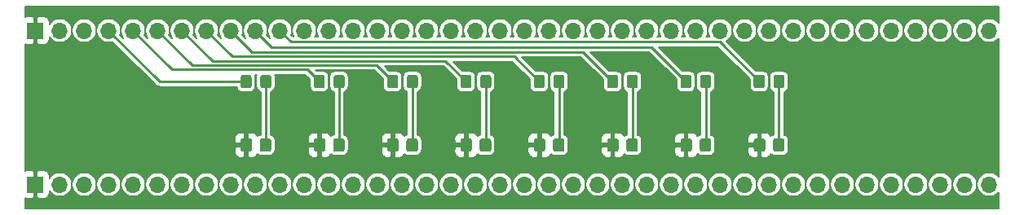
<source format=gtl>
G04 #@! TF.GenerationSoftware,KiCad,Pcbnew,(5.1.9)-1*
G04 #@! TF.CreationDate,2021-10-24T00:32:31-04:00*
G04 #@! TF.ProjectId,bus-connect,6275732d-636f-46e6-9e65-63742e6b6963,rev?*
G04 #@! TF.SameCoordinates,Original*
G04 #@! TF.FileFunction,Copper,L1,Top*
G04 #@! TF.FilePolarity,Positive*
%FSLAX46Y46*%
G04 Gerber Fmt 4.6, Leading zero omitted, Abs format (unit mm)*
G04 Created by KiCad (PCBNEW (5.1.9)-1) date 2021-10-24 00:32:31*
%MOMM*%
%LPD*%
G01*
G04 APERTURE LIST*
G04 #@! TA.AperFunction,ComponentPad*
%ADD10O,1.700000X1.700000*%
G04 #@! TD*
G04 #@! TA.AperFunction,ComponentPad*
%ADD11R,1.700000X1.700000*%
G04 #@! TD*
G04 #@! TA.AperFunction,Conductor*
%ADD12C,0.250000*%
G04 #@! TD*
G04 #@! TA.AperFunction,Conductor*
%ADD13C,0.210000*%
G04 #@! TD*
G04 #@! TA.AperFunction,Conductor*
%ADD14C,0.100000*%
G04 #@! TD*
G04 APERTURE END LIST*
D10*
X191560000Y-80000000D03*
X189020000Y-80000000D03*
X186480000Y-80000000D03*
X183940000Y-80000000D03*
X181400000Y-80000000D03*
X178860000Y-80000000D03*
X176320000Y-80000000D03*
X173780000Y-80000000D03*
X171240000Y-80000000D03*
X168700000Y-80000000D03*
X166160000Y-80000000D03*
X163620000Y-80000000D03*
X161080000Y-80000000D03*
X158540000Y-80000000D03*
X156000000Y-80000000D03*
X153460000Y-80000000D03*
X150920000Y-80000000D03*
X148380000Y-80000000D03*
X145840000Y-80000000D03*
X143300000Y-80000000D03*
X140760000Y-80000000D03*
X138220000Y-80000000D03*
X135680000Y-80000000D03*
X133140000Y-80000000D03*
X130600000Y-80000000D03*
X128060000Y-80000000D03*
X125520000Y-80000000D03*
X122980000Y-80000000D03*
X120440000Y-80000000D03*
X117900000Y-80000000D03*
X115360000Y-80000000D03*
X112820000Y-80000000D03*
X110280000Y-80000000D03*
X107740000Y-80000000D03*
X105200000Y-80000000D03*
X102660000Y-80000000D03*
X100120000Y-80000000D03*
X97580000Y-80000000D03*
X95040000Y-80000000D03*
D11*
X92500000Y-80000000D03*
D10*
X191560000Y-96000000D03*
X189020000Y-96000000D03*
X186480000Y-96000000D03*
X183940000Y-96000000D03*
X181400000Y-96000000D03*
X178860000Y-96000000D03*
X176320000Y-96000000D03*
X173780000Y-96000000D03*
X171240000Y-96000000D03*
X168700000Y-96000000D03*
X166160000Y-96000000D03*
X163620000Y-96000000D03*
X161080000Y-96000000D03*
X158540000Y-96000000D03*
X156000000Y-96000000D03*
X153460000Y-96000000D03*
X150920000Y-96000000D03*
X148380000Y-96000000D03*
X145840000Y-96000000D03*
X143300000Y-96000000D03*
X140760000Y-96000000D03*
X138220000Y-96000000D03*
X135680000Y-96000000D03*
X133140000Y-96000000D03*
X130600000Y-96000000D03*
X128060000Y-96000000D03*
X125520000Y-96000000D03*
X122980000Y-96000000D03*
X120440000Y-96000000D03*
X117900000Y-96000000D03*
X115360000Y-96000000D03*
X112820000Y-96000000D03*
X110280000Y-96000000D03*
X107740000Y-96000000D03*
X105200000Y-96000000D03*
X102660000Y-96000000D03*
X100120000Y-96000000D03*
X97580000Y-96000000D03*
X95040000Y-96000000D03*
D11*
X92500000Y-96000000D03*
G04 #@! TA.AperFunction,SMDPad,CuDef*
G36*
G01*
X115000000Y-91449999D02*
X115000000Y-92350001D01*
G75*
G02*
X114750001Y-92600000I-249999J0D01*
G01*
X114049999Y-92600000D01*
G75*
G02*
X113800000Y-92350001I0J249999D01*
G01*
X113800000Y-91449999D01*
G75*
G02*
X114049999Y-91200000I249999J0D01*
G01*
X114750001Y-91200000D01*
G75*
G02*
X115000000Y-91449999I0J-249999D01*
G01*
G37*
G04 #@! TD.AperFunction*
G04 #@! TA.AperFunction,SMDPad,CuDef*
G36*
G01*
X117000000Y-91449999D02*
X117000000Y-92350001D01*
G75*
G02*
X116750001Y-92600000I-249999J0D01*
G01*
X116049999Y-92600000D01*
G75*
G02*
X115800000Y-92350001I0J249999D01*
G01*
X115800000Y-91449999D01*
G75*
G02*
X116049999Y-91200000I249999J0D01*
G01*
X116750001Y-91200000D01*
G75*
G02*
X117000000Y-91449999I0J-249999D01*
G01*
G37*
G04 #@! TD.AperFunction*
G04 #@! TA.AperFunction,SMDPad,CuDef*
G36*
G01*
X122614285Y-91449999D02*
X122614285Y-92350001D01*
G75*
G02*
X122364286Y-92600000I-249999J0D01*
G01*
X121664284Y-92600000D01*
G75*
G02*
X121414285Y-92350001I0J249999D01*
G01*
X121414285Y-91449999D01*
G75*
G02*
X121664284Y-91200000I249999J0D01*
G01*
X122364286Y-91200000D01*
G75*
G02*
X122614285Y-91449999I0J-249999D01*
G01*
G37*
G04 #@! TD.AperFunction*
G04 #@! TA.AperFunction,SMDPad,CuDef*
G36*
G01*
X124614285Y-91449999D02*
X124614285Y-92350001D01*
G75*
G02*
X124364286Y-92600000I-249999J0D01*
G01*
X123664284Y-92600000D01*
G75*
G02*
X123414285Y-92350001I0J249999D01*
G01*
X123414285Y-91449999D01*
G75*
G02*
X123664284Y-91200000I249999J0D01*
G01*
X124364286Y-91200000D01*
G75*
G02*
X124614285Y-91449999I0J-249999D01*
G01*
G37*
G04 #@! TD.AperFunction*
G04 #@! TA.AperFunction,SMDPad,CuDef*
G36*
G01*
X130228570Y-91449999D02*
X130228570Y-92350001D01*
G75*
G02*
X129978571Y-92600000I-249999J0D01*
G01*
X129278569Y-92600000D01*
G75*
G02*
X129028570Y-92350001I0J249999D01*
G01*
X129028570Y-91449999D01*
G75*
G02*
X129278569Y-91200000I249999J0D01*
G01*
X129978571Y-91200000D01*
G75*
G02*
X130228570Y-91449999I0J-249999D01*
G01*
G37*
G04 #@! TD.AperFunction*
G04 #@! TA.AperFunction,SMDPad,CuDef*
G36*
G01*
X132228570Y-91449999D02*
X132228570Y-92350001D01*
G75*
G02*
X131978571Y-92600000I-249999J0D01*
G01*
X131278569Y-92600000D01*
G75*
G02*
X131028570Y-92350001I0J249999D01*
G01*
X131028570Y-91449999D01*
G75*
G02*
X131278569Y-91200000I249999J0D01*
G01*
X131978571Y-91200000D01*
G75*
G02*
X132228570Y-91449999I0J-249999D01*
G01*
G37*
G04 #@! TD.AperFunction*
G04 #@! TA.AperFunction,SMDPad,CuDef*
G36*
G01*
X137842855Y-91449999D02*
X137842855Y-92350001D01*
G75*
G02*
X137592856Y-92600000I-249999J0D01*
G01*
X136892854Y-92600000D01*
G75*
G02*
X136642855Y-92350001I0J249999D01*
G01*
X136642855Y-91449999D01*
G75*
G02*
X136892854Y-91200000I249999J0D01*
G01*
X137592856Y-91200000D01*
G75*
G02*
X137842855Y-91449999I0J-249999D01*
G01*
G37*
G04 #@! TD.AperFunction*
G04 #@! TA.AperFunction,SMDPad,CuDef*
G36*
G01*
X139842855Y-91449999D02*
X139842855Y-92350001D01*
G75*
G02*
X139592856Y-92600000I-249999J0D01*
G01*
X138892854Y-92600000D01*
G75*
G02*
X138642855Y-92350001I0J249999D01*
G01*
X138642855Y-91449999D01*
G75*
G02*
X138892854Y-91200000I249999J0D01*
G01*
X139592856Y-91200000D01*
G75*
G02*
X139842855Y-91449999I0J-249999D01*
G01*
G37*
G04 #@! TD.AperFunction*
G04 #@! TA.AperFunction,SMDPad,CuDef*
G36*
G01*
X145457140Y-91449999D02*
X145457140Y-92350001D01*
G75*
G02*
X145207141Y-92600000I-249999J0D01*
G01*
X144507139Y-92600000D01*
G75*
G02*
X144257140Y-92350001I0J249999D01*
G01*
X144257140Y-91449999D01*
G75*
G02*
X144507139Y-91200000I249999J0D01*
G01*
X145207141Y-91200000D01*
G75*
G02*
X145457140Y-91449999I0J-249999D01*
G01*
G37*
G04 #@! TD.AperFunction*
G04 #@! TA.AperFunction,SMDPad,CuDef*
G36*
G01*
X147457140Y-91449999D02*
X147457140Y-92350001D01*
G75*
G02*
X147207141Y-92600000I-249999J0D01*
G01*
X146507139Y-92600000D01*
G75*
G02*
X146257140Y-92350001I0J249999D01*
G01*
X146257140Y-91449999D01*
G75*
G02*
X146507139Y-91200000I249999J0D01*
G01*
X147207141Y-91200000D01*
G75*
G02*
X147457140Y-91449999I0J-249999D01*
G01*
G37*
G04 #@! TD.AperFunction*
G04 #@! TA.AperFunction,SMDPad,CuDef*
G36*
G01*
X153071425Y-91449999D02*
X153071425Y-92350001D01*
G75*
G02*
X152821426Y-92600000I-249999J0D01*
G01*
X152121424Y-92600000D01*
G75*
G02*
X151871425Y-92350001I0J249999D01*
G01*
X151871425Y-91449999D01*
G75*
G02*
X152121424Y-91200000I249999J0D01*
G01*
X152821426Y-91200000D01*
G75*
G02*
X153071425Y-91449999I0J-249999D01*
G01*
G37*
G04 #@! TD.AperFunction*
G04 #@! TA.AperFunction,SMDPad,CuDef*
G36*
G01*
X155071425Y-91449999D02*
X155071425Y-92350001D01*
G75*
G02*
X154821426Y-92600000I-249999J0D01*
G01*
X154121424Y-92600000D01*
G75*
G02*
X153871425Y-92350001I0J249999D01*
G01*
X153871425Y-91449999D01*
G75*
G02*
X154121424Y-91200000I249999J0D01*
G01*
X154821426Y-91200000D01*
G75*
G02*
X155071425Y-91449999I0J-249999D01*
G01*
G37*
G04 #@! TD.AperFunction*
G04 #@! TA.AperFunction,SMDPad,CuDef*
G36*
G01*
X160685710Y-91449999D02*
X160685710Y-92350001D01*
G75*
G02*
X160435711Y-92600000I-249999J0D01*
G01*
X159735709Y-92600000D01*
G75*
G02*
X159485710Y-92350001I0J249999D01*
G01*
X159485710Y-91449999D01*
G75*
G02*
X159735709Y-91200000I249999J0D01*
G01*
X160435711Y-91200000D01*
G75*
G02*
X160685710Y-91449999I0J-249999D01*
G01*
G37*
G04 #@! TD.AperFunction*
G04 #@! TA.AperFunction,SMDPad,CuDef*
G36*
G01*
X162685710Y-91449999D02*
X162685710Y-92350001D01*
G75*
G02*
X162435711Y-92600000I-249999J0D01*
G01*
X161735709Y-92600000D01*
G75*
G02*
X161485710Y-92350001I0J249999D01*
G01*
X161485710Y-91449999D01*
G75*
G02*
X161735709Y-91200000I249999J0D01*
G01*
X162435711Y-91200000D01*
G75*
G02*
X162685710Y-91449999I0J-249999D01*
G01*
G37*
G04 #@! TD.AperFunction*
G04 #@! TA.AperFunction,SMDPad,CuDef*
G36*
G01*
X168300000Y-91449999D02*
X168300000Y-92350001D01*
G75*
G02*
X168050001Y-92600000I-249999J0D01*
G01*
X167349999Y-92600000D01*
G75*
G02*
X167100000Y-92350001I0J249999D01*
G01*
X167100000Y-91449999D01*
G75*
G02*
X167349999Y-91200000I249999J0D01*
G01*
X168050001Y-91200000D01*
G75*
G02*
X168300000Y-91449999I0J-249999D01*
G01*
G37*
G04 #@! TD.AperFunction*
G04 #@! TA.AperFunction,SMDPad,CuDef*
G36*
G01*
X170300000Y-91449999D02*
X170300000Y-92350001D01*
G75*
G02*
X170050001Y-92600000I-249999J0D01*
G01*
X169349999Y-92600000D01*
G75*
G02*
X169100000Y-92350001I0J249999D01*
G01*
X169100000Y-91449999D01*
G75*
G02*
X169349999Y-91200000I249999J0D01*
G01*
X170050001Y-91200000D01*
G75*
G02*
X170300000Y-91449999I0J-249999D01*
G01*
G37*
G04 #@! TD.AperFunction*
G04 #@! TA.AperFunction,SMDPad,CuDef*
G36*
G01*
X114950000Y-84849999D02*
X114950000Y-85750001D01*
G75*
G02*
X114700001Y-86000000I-249999J0D01*
G01*
X114049999Y-86000000D01*
G75*
G02*
X113800000Y-85750001I0J249999D01*
G01*
X113800000Y-84849999D01*
G75*
G02*
X114049999Y-84600000I249999J0D01*
G01*
X114700001Y-84600000D01*
G75*
G02*
X114950000Y-84849999I0J-249999D01*
G01*
G37*
G04 #@! TD.AperFunction*
G04 #@! TA.AperFunction,SMDPad,CuDef*
G36*
G01*
X117000000Y-84849999D02*
X117000000Y-85750001D01*
G75*
G02*
X116750001Y-86000000I-249999J0D01*
G01*
X116099999Y-86000000D01*
G75*
G02*
X115850000Y-85750001I0J249999D01*
G01*
X115850000Y-84849999D01*
G75*
G02*
X116099999Y-84600000I249999J0D01*
G01*
X116750001Y-84600000D01*
G75*
G02*
X117000000Y-84849999I0J-249999D01*
G01*
G37*
G04 #@! TD.AperFunction*
G04 #@! TA.AperFunction,SMDPad,CuDef*
G36*
G01*
X122564285Y-84849999D02*
X122564285Y-85750001D01*
G75*
G02*
X122314286Y-86000000I-249999J0D01*
G01*
X121664284Y-86000000D01*
G75*
G02*
X121414285Y-85750001I0J249999D01*
G01*
X121414285Y-84849999D01*
G75*
G02*
X121664284Y-84600000I249999J0D01*
G01*
X122314286Y-84600000D01*
G75*
G02*
X122564285Y-84849999I0J-249999D01*
G01*
G37*
G04 #@! TD.AperFunction*
G04 #@! TA.AperFunction,SMDPad,CuDef*
G36*
G01*
X124614285Y-84849999D02*
X124614285Y-85750001D01*
G75*
G02*
X124364286Y-86000000I-249999J0D01*
G01*
X123714284Y-86000000D01*
G75*
G02*
X123464285Y-85750001I0J249999D01*
G01*
X123464285Y-84849999D01*
G75*
G02*
X123714284Y-84600000I249999J0D01*
G01*
X124364286Y-84600000D01*
G75*
G02*
X124614285Y-84849999I0J-249999D01*
G01*
G37*
G04 #@! TD.AperFunction*
G04 #@! TA.AperFunction,SMDPad,CuDef*
G36*
G01*
X130178570Y-84849999D02*
X130178570Y-85750001D01*
G75*
G02*
X129928571Y-86000000I-249999J0D01*
G01*
X129278569Y-86000000D01*
G75*
G02*
X129028570Y-85750001I0J249999D01*
G01*
X129028570Y-84849999D01*
G75*
G02*
X129278569Y-84600000I249999J0D01*
G01*
X129928571Y-84600000D01*
G75*
G02*
X130178570Y-84849999I0J-249999D01*
G01*
G37*
G04 #@! TD.AperFunction*
G04 #@! TA.AperFunction,SMDPad,CuDef*
G36*
G01*
X132228570Y-84849999D02*
X132228570Y-85750001D01*
G75*
G02*
X131978571Y-86000000I-249999J0D01*
G01*
X131328569Y-86000000D01*
G75*
G02*
X131078570Y-85750001I0J249999D01*
G01*
X131078570Y-84849999D01*
G75*
G02*
X131328569Y-84600000I249999J0D01*
G01*
X131978571Y-84600000D01*
G75*
G02*
X132228570Y-84849999I0J-249999D01*
G01*
G37*
G04 #@! TD.AperFunction*
G04 #@! TA.AperFunction,SMDPad,CuDef*
G36*
G01*
X137792855Y-84849999D02*
X137792855Y-85750001D01*
G75*
G02*
X137542856Y-86000000I-249999J0D01*
G01*
X136892854Y-86000000D01*
G75*
G02*
X136642855Y-85750001I0J249999D01*
G01*
X136642855Y-84849999D01*
G75*
G02*
X136892854Y-84600000I249999J0D01*
G01*
X137542856Y-84600000D01*
G75*
G02*
X137792855Y-84849999I0J-249999D01*
G01*
G37*
G04 #@! TD.AperFunction*
G04 #@! TA.AperFunction,SMDPad,CuDef*
G36*
G01*
X139842855Y-84849999D02*
X139842855Y-85750001D01*
G75*
G02*
X139592856Y-86000000I-249999J0D01*
G01*
X138942854Y-86000000D01*
G75*
G02*
X138692855Y-85750001I0J249999D01*
G01*
X138692855Y-84849999D01*
G75*
G02*
X138942854Y-84600000I249999J0D01*
G01*
X139592856Y-84600000D01*
G75*
G02*
X139842855Y-84849999I0J-249999D01*
G01*
G37*
G04 #@! TD.AperFunction*
G04 #@! TA.AperFunction,SMDPad,CuDef*
G36*
G01*
X145407140Y-84849999D02*
X145407140Y-85750001D01*
G75*
G02*
X145157141Y-86000000I-249999J0D01*
G01*
X144507139Y-86000000D01*
G75*
G02*
X144257140Y-85750001I0J249999D01*
G01*
X144257140Y-84849999D01*
G75*
G02*
X144507139Y-84600000I249999J0D01*
G01*
X145157141Y-84600000D01*
G75*
G02*
X145407140Y-84849999I0J-249999D01*
G01*
G37*
G04 #@! TD.AperFunction*
G04 #@! TA.AperFunction,SMDPad,CuDef*
G36*
G01*
X147457140Y-84849999D02*
X147457140Y-85750001D01*
G75*
G02*
X147207141Y-86000000I-249999J0D01*
G01*
X146557139Y-86000000D01*
G75*
G02*
X146307140Y-85750001I0J249999D01*
G01*
X146307140Y-84849999D01*
G75*
G02*
X146557139Y-84600000I249999J0D01*
G01*
X147207141Y-84600000D01*
G75*
G02*
X147457140Y-84849999I0J-249999D01*
G01*
G37*
G04 #@! TD.AperFunction*
G04 #@! TA.AperFunction,SMDPad,CuDef*
G36*
G01*
X153021425Y-84849999D02*
X153021425Y-85750001D01*
G75*
G02*
X152771426Y-86000000I-249999J0D01*
G01*
X152121424Y-86000000D01*
G75*
G02*
X151871425Y-85750001I0J249999D01*
G01*
X151871425Y-84849999D01*
G75*
G02*
X152121424Y-84600000I249999J0D01*
G01*
X152771426Y-84600000D01*
G75*
G02*
X153021425Y-84849999I0J-249999D01*
G01*
G37*
G04 #@! TD.AperFunction*
G04 #@! TA.AperFunction,SMDPad,CuDef*
G36*
G01*
X155071425Y-84849999D02*
X155071425Y-85750001D01*
G75*
G02*
X154821426Y-86000000I-249999J0D01*
G01*
X154171424Y-86000000D01*
G75*
G02*
X153921425Y-85750001I0J249999D01*
G01*
X153921425Y-84849999D01*
G75*
G02*
X154171424Y-84600000I249999J0D01*
G01*
X154821426Y-84600000D01*
G75*
G02*
X155071425Y-84849999I0J-249999D01*
G01*
G37*
G04 #@! TD.AperFunction*
G04 #@! TA.AperFunction,SMDPad,CuDef*
G36*
G01*
X160635710Y-84849999D02*
X160635710Y-85750001D01*
G75*
G02*
X160385711Y-86000000I-249999J0D01*
G01*
X159735709Y-86000000D01*
G75*
G02*
X159485710Y-85750001I0J249999D01*
G01*
X159485710Y-84849999D01*
G75*
G02*
X159735709Y-84600000I249999J0D01*
G01*
X160385711Y-84600000D01*
G75*
G02*
X160635710Y-84849999I0J-249999D01*
G01*
G37*
G04 #@! TD.AperFunction*
G04 #@! TA.AperFunction,SMDPad,CuDef*
G36*
G01*
X162685710Y-84849999D02*
X162685710Y-85750001D01*
G75*
G02*
X162435711Y-86000000I-249999J0D01*
G01*
X161785709Y-86000000D01*
G75*
G02*
X161535710Y-85750001I0J249999D01*
G01*
X161535710Y-84849999D01*
G75*
G02*
X161785709Y-84600000I249999J0D01*
G01*
X162435711Y-84600000D01*
G75*
G02*
X162685710Y-84849999I0J-249999D01*
G01*
G37*
G04 #@! TD.AperFunction*
G04 #@! TA.AperFunction,SMDPad,CuDef*
G36*
G01*
X168250000Y-84849999D02*
X168250000Y-85750001D01*
G75*
G02*
X168000001Y-86000000I-249999J0D01*
G01*
X167349999Y-86000000D01*
G75*
G02*
X167100000Y-85750001I0J249999D01*
G01*
X167100000Y-84849999D01*
G75*
G02*
X167349999Y-84600000I249999J0D01*
G01*
X168000001Y-84600000D01*
G75*
G02*
X168250000Y-84849999I0J-249999D01*
G01*
G37*
G04 #@! TD.AperFunction*
G04 #@! TA.AperFunction,SMDPad,CuDef*
G36*
G01*
X170300000Y-84849999D02*
X170300000Y-85750001D01*
G75*
G02*
X170050001Y-86000000I-249999J0D01*
G01*
X169399999Y-86000000D01*
G75*
G02*
X169150000Y-85750001I0J249999D01*
G01*
X169150000Y-84849999D01*
G75*
G02*
X169399999Y-84600000I249999J0D01*
G01*
X170050001Y-84600000D01*
G75*
G02*
X170300000Y-84849999I0J-249999D01*
G01*
G37*
G04 #@! TD.AperFunction*
D12*
X163550001Y-81175001D02*
X167675000Y-85300000D01*
X119075001Y-81175001D02*
X163550001Y-81175001D01*
X117900000Y-80000000D02*
X119075001Y-81175001D01*
X115360000Y-80000000D02*
X117060000Y-81700000D01*
X156460710Y-81700000D02*
X160060710Y-85300000D01*
X117060000Y-81700000D02*
X156460710Y-81700000D01*
X149346425Y-82200000D02*
X152446425Y-85300000D01*
X115020000Y-82200000D02*
X149346425Y-82200000D01*
X112820000Y-80000000D02*
X115020000Y-82200000D01*
X110280000Y-80000000D02*
X112980000Y-82700000D01*
X142232140Y-82700000D02*
X144832140Y-85300000D01*
X112980000Y-82700000D02*
X142232140Y-82700000D01*
X107740000Y-80000000D02*
X110890010Y-83150010D01*
X135067865Y-83150010D02*
X137217855Y-85300000D01*
X110890010Y-83150010D02*
X135067865Y-83150010D01*
X105200000Y-80000000D02*
X108800020Y-83600020D01*
X127903590Y-83600020D02*
X129603570Y-85300000D01*
X108800020Y-83600020D02*
X127903590Y-83600020D01*
X102660000Y-80000000D02*
X106710030Y-84050030D01*
X120739315Y-84050030D02*
X121989285Y-85300000D01*
X106710030Y-84050030D02*
X120739315Y-84050030D01*
X105420000Y-85300000D02*
X114375000Y-85300000D01*
X100120000Y-80000000D02*
X105420000Y-85300000D01*
X169725000Y-91875000D02*
X169700000Y-91900000D01*
X169725000Y-85300000D02*
X169725000Y-91875000D01*
X162110710Y-91875000D02*
X162085710Y-91900000D01*
X162110710Y-85300000D02*
X162110710Y-91875000D01*
X154496425Y-91875000D02*
X154471425Y-91900000D01*
X154496425Y-85300000D02*
X154496425Y-91875000D01*
X146882140Y-91875000D02*
X146857140Y-91900000D01*
X146882140Y-85300000D02*
X146882140Y-91875000D01*
X139267855Y-91875000D02*
X139242855Y-91900000D01*
X139267855Y-85300000D02*
X139267855Y-91875000D01*
X131653570Y-91875000D02*
X131628570Y-91900000D01*
X131653570Y-85300000D02*
X131653570Y-91875000D01*
X124039285Y-91875000D02*
X124014285Y-91900000D01*
X124039285Y-85300000D02*
X124039285Y-91875000D01*
X116425000Y-91875000D02*
X116400000Y-91900000D01*
X116425000Y-85300000D02*
X116425000Y-91875000D01*
D13*
X192535001Y-79186020D02*
X192366391Y-79017410D01*
X192159202Y-78878971D01*
X191928987Y-78783613D01*
X191684592Y-78735000D01*
X191435408Y-78735000D01*
X191191013Y-78783613D01*
X190960798Y-78878971D01*
X190753609Y-79017410D01*
X190577410Y-79193609D01*
X190438971Y-79400798D01*
X190343613Y-79631013D01*
X190295000Y-79875408D01*
X190295000Y-80124592D01*
X190343613Y-80368987D01*
X190438971Y-80599202D01*
X190577410Y-80806391D01*
X190753609Y-80982590D01*
X190960798Y-81121029D01*
X191191013Y-81216387D01*
X191435408Y-81265000D01*
X191684592Y-81265000D01*
X191928987Y-81216387D01*
X192159202Y-81121029D01*
X192366391Y-80982590D01*
X192535001Y-80813980D01*
X192535000Y-95186019D01*
X192366391Y-95017410D01*
X192159202Y-94878971D01*
X191928987Y-94783613D01*
X191684592Y-94735000D01*
X191435408Y-94735000D01*
X191191013Y-94783613D01*
X190960798Y-94878971D01*
X190753609Y-95017410D01*
X190577410Y-95193609D01*
X190438971Y-95400798D01*
X190343613Y-95631013D01*
X190295000Y-95875408D01*
X190295000Y-96124592D01*
X190343613Y-96368987D01*
X190438971Y-96599202D01*
X190577410Y-96806391D01*
X190753609Y-96982590D01*
X190960798Y-97121029D01*
X191191013Y-97216387D01*
X191435408Y-97265000D01*
X191684592Y-97265000D01*
X191928987Y-97216387D01*
X192159202Y-97121029D01*
X192366391Y-96982590D01*
X192535000Y-96813981D01*
X192535000Y-98535000D01*
X91465000Y-98535000D01*
X91465000Y-97434464D01*
X91529831Y-97454130D01*
X91650000Y-97465966D01*
X92197750Y-97463000D01*
X92351000Y-97309750D01*
X92351000Y-96149000D01*
X92331000Y-96149000D01*
X92331000Y-95851000D01*
X92351000Y-95851000D01*
X92351000Y-94690250D01*
X92649000Y-94690250D01*
X92649000Y-95851000D01*
X92669000Y-95851000D01*
X92669000Y-96149000D01*
X92649000Y-96149000D01*
X92649000Y-97309750D01*
X92802250Y-97463000D01*
X93350000Y-97465966D01*
X93470169Y-97454130D01*
X93585720Y-97419078D01*
X93692212Y-97362157D01*
X93785554Y-97285554D01*
X93862157Y-97192212D01*
X93919078Y-97085720D01*
X93954130Y-96970169D01*
X93965966Y-96850000D01*
X93964981Y-96668061D01*
X94057410Y-96806391D01*
X94233609Y-96982590D01*
X94440798Y-97121029D01*
X94671013Y-97216387D01*
X94915408Y-97265000D01*
X95164592Y-97265000D01*
X95408987Y-97216387D01*
X95639202Y-97121029D01*
X95846391Y-96982590D01*
X96022590Y-96806391D01*
X96161029Y-96599202D01*
X96256387Y-96368987D01*
X96305000Y-96124592D01*
X96305000Y-95875408D01*
X96315000Y-95875408D01*
X96315000Y-96124592D01*
X96363613Y-96368987D01*
X96458971Y-96599202D01*
X96597410Y-96806391D01*
X96773609Y-96982590D01*
X96980798Y-97121029D01*
X97211013Y-97216387D01*
X97455408Y-97265000D01*
X97704592Y-97265000D01*
X97948987Y-97216387D01*
X98179202Y-97121029D01*
X98386391Y-96982590D01*
X98562590Y-96806391D01*
X98701029Y-96599202D01*
X98796387Y-96368987D01*
X98845000Y-96124592D01*
X98845000Y-95875408D01*
X98855000Y-95875408D01*
X98855000Y-96124592D01*
X98903613Y-96368987D01*
X98998971Y-96599202D01*
X99137410Y-96806391D01*
X99313609Y-96982590D01*
X99520798Y-97121029D01*
X99751013Y-97216387D01*
X99995408Y-97265000D01*
X100244592Y-97265000D01*
X100488987Y-97216387D01*
X100719202Y-97121029D01*
X100926391Y-96982590D01*
X101102590Y-96806391D01*
X101241029Y-96599202D01*
X101336387Y-96368987D01*
X101385000Y-96124592D01*
X101385000Y-95875408D01*
X101395000Y-95875408D01*
X101395000Y-96124592D01*
X101443613Y-96368987D01*
X101538971Y-96599202D01*
X101677410Y-96806391D01*
X101853609Y-96982590D01*
X102060798Y-97121029D01*
X102291013Y-97216387D01*
X102535408Y-97265000D01*
X102784592Y-97265000D01*
X103028987Y-97216387D01*
X103259202Y-97121029D01*
X103466391Y-96982590D01*
X103642590Y-96806391D01*
X103781029Y-96599202D01*
X103876387Y-96368987D01*
X103925000Y-96124592D01*
X103925000Y-95875408D01*
X103935000Y-95875408D01*
X103935000Y-96124592D01*
X103983613Y-96368987D01*
X104078971Y-96599202D01*
X104217410Y-96806391D01*
X104393609Y-96982590D01*
X104600798Y-97121029D01*
X104831013Y-97216387D01*
X105075408Y-97265000D01*
X105324592Y-97265000D01*
X105568987Y-97216387D01*
X105799202Y-97121029D01*
X106006391Y-96982590D01*
X106182590Y-96806391D01*
X106321029Y-96599202D01*
X106416387Y-96368987D01*
X106465000Y-96124592D01*
X106465000Y-95875408D01*
X106475000Y-95875408D01*
X106475000Y-96124592D01*
X106523613Y-96368987D01*
X106618971Y-96599202D01*
X106757410Y-96806391D01*
X106933609Y-96982590D01*
X107140798Y-97121029D01*
X107371013Y-97216387D01*
X107615408Y-97265000D01*
X107864592Y-97265000D01*
X108108987Y-97216387D01*
X108339202Y-97121029D01*
X108546391Y-96982590D01*
X108722590Y-96806391D01*
X108861029Y-96599202D01*
X108956387Y-96368987D01*
X109005000Y-96124592D01*
X109005000Y-95875408D01*
X109015000Y-95875408D01*
X109015000Y-96124592D01*
X109063613Y-96368987D01*
X109158971Y-96599202D01*
X109297410Y-96806391D01*
X109473609Y-96982590D01*
X109680798Y-97121029D01*
X109911013Y-97216387D01*
X110155408Y-97265000D01*
X110404592Y-97265000D01*
X110648987Y-97216387D01*
X110879202Y-97121029D01*
X111086391Y-96982590D01*
X111262590Y-96806391D01*
X111401029Y-96599202D01*
X111496387Y-96368987D01*
X111545000Y-96124592D01*
X111545000Y-95875408D01*
X111555000Y-95875408D01*
X111555000Y-96124592D01*
X111603613Y-96368987D01*
X111698971Y-96599202D01*
X111837410Y-96806391D01*
X112013609Y-96982590D01*
X112220798Y-97121029D01*
X112451013Y-97216387D01*
X112695408Y-97265000D01*
X112944592Y-97265000D01*
X113188987Y-97216387D01*
X113419202Y-97121029D01*
X113626391Y-96982590D01*
X113802590Y-96806391D01*
X113941029Y-96599202D01*
X114036387Y-96368987D01*
X114085000Y-96124592D01*
X114085000Y-95875408D01*
X114095000Y-95875408D01*
X114095000Y-96124592D01*
X114143613Y-96368987D01*
X114238971Y-96599202D01*
X114377410Y-96806391D01*
X114553609Y-96982590D01*
X114760798Y-97121029D01*
X114991013Y-97216387D01*
X115235408Y-97265000D01*
X115484592Y-97265000D01*
X115728987Y-97216387D01*
X115959202Y-97121029D01*
X116166391Y-96982590D01*
X116342590Y-96806391D01*
X116481029Y-96599202D01*
X116576387Y-96368987D01*
X116625000Y-96124592D01*
X116625000Y-95875408D01*
X116635000Y-95875408D01*
X116635000Y-96124592D01*
X116683613Y-96368987D01*
X116778971Y-96599202D01*
X116917410Y-96806391D01*
X117093609Y-96982590D01*
X117300798Y-97121029D01*
X117531013Y-97216387D01*
X117775408Y-97265000D01*
X118024592Y-97265000D01*
X118268987Y-97216387D01*
X118499202Y-97121029D01*
X118706391Y-96982590D01*
X118882590Y-96806391D01*
X119021029Y-96599202D01*
X119116387Y-96368987D01*
X119165000Y-96124592D01*
X119165000Y-95875408D01*
X119175000Y-95875408D01*
X119175000Y-96124592D01*
X119223613Y-96368987D01*
X119318971Y-96599202D01*
X119457410Y-96806391D01*
X119633609Y-96982590D01*
X119840798Y-97121029D01*
X120071013Y-97216387D01*
X120315408Y-97265000D01*
X120564592Y-97265000D01*
X120808987Y-97216387D01*
X121039202Y-97121029D01*
X121246391Y-96982590D01*
X121422590Y-96806391D01*
X121561029Y-96599202D01*
X121656387Y-96368987D01*
X121705000Y-96124592D01*
X121705000Y-95875408D01*
X121715000Y-95875408D01*
X121715000Y-96124592D01*
X121763613Y-96368987D01*
X121858971Y-96599202D01*
X121997410Y-96806391D01*
X122173609Y-96982590D01*
X122380798Y-97121029D01*
X122611013Y-97216387D01*
X122855408Y-97265000D01*
X123104592Y-97265000D01*
X123348987Y-97216387D01*
X123579202Y-97121029D01*
X123786391Y-96982590D01*
X123962590Y-96806391D01*
X124101029Y-96599202D01*
X124196387Y-96368987D01*
X124245000Y-96124592D01*
X124245000Y-95875408D01*
X124255000Y-95875408D01*
X124255000Y-96124592D01*
X124303613Y-96368987D01*
X124398971Y-96599202D01*
X124537410Y-96806391D01*
X124713609Y-96982590D01*
X124920798Y-97121029D01*
X125151013Y-97216387D01*
X125395408Y-97265000D01*
X125644592Y-97265000D01*
X125888987Y-97216387D01*
X126119202Y-97121029D01*
X126326391Y-96982590D01*
X126502590Y-96806391D01*
X126641029Y-96599202D01*
X126736387Y-96368987D01*
X126785000Y-96124592D01*
X126785000Y-95875408D01*
X126795000Y-95875408D01*
X126795000Y-96124592D01*
X126843613Y-96368987D01*
X126938971Y-96599202D01*
X127077410Y-96806391D01*
X127253609Y-96982590D01*
X127460798Y-97121029D01*
X127691013Y-97216387D01*
X127935408Y-97265000D01*
X128184592Y-97265000D01*
X128428987Y-97216387D01*
X128659202Y-97121029D01*
X128866391Y-96982590D01*
X129042590Y-96806391D01*
X129181029Y-96599202D01*
X129276387Y-96368987D01*
X129325000Y-96124592D01*
X129325000Y-95875408D01*
X129335000Y-95875408D01*
X129335000Y-96124592D01*
X129383613Y-96368987D01*
X129478971Y-96599202D01*
X129617410Y-96806391D01*
X129793609Y-96982590D01*
X130000798Y-97121029D01*
X130231013Y-97216387D01*
X130475408Y-97265000D01*
X130724592Y-97265000D01*
X130968987Y-97216387D01*
X131199202Y-97121029D01*
X131406391Y-96982590D01*
X131582590Y-96806391D01*
X131721029Y-96599202D01*
X131816387Y-96368987D01*
X131865000Y-96124592D01*
X131865000Y-95875408D01*
X131875000Y-95875408D01*
X131875000Y-96124592D01*
X131923613Y-96368987D01*
X132018971Y-96599202D01*
X132157410Y-96806391D01*
X132333609Y-96982590D01*
X132540798Y-97121029D01*
X132771013Y-97216387D01*
X133015408Y-97265000D01*
X133264592Y-97265000D01*
X133508987Y-97216387D01*
X133739202Y-97121029D01*
X133946391Y-96982590D01*
X134122590Y-96806391D01*
X134261029Y-96599202D01*
X134356387Y-96368987D01*
X134405000Y-96124592D01*
X134405000Y-95875408D01*
X134415000Y-95875408D01*
X134415000Y-96124592D01*
X134463613Y-96368987D01*
X134558971Y-96599202D01*
X134697410Y-96806391D01*
X134873609Y-96982590D01*
X135080798Y-97121029D01*
X135311013Y-97216387D01*
X135555408Y-97265000D01*
X135804592Y-97265000D01*
X136048987Y-97216387D01*
X136279202Y-97121029D01*
X136486391Y-96982590D01*
X136662590Y-96806391D01*
X136801029Y-96599202D01*
X136896387Y-96368987D01*
X136945000Y-96124592D01*
X136945000Y-95875408D01*
X136955000Y-95875408D01*
X136955000Y-96124592D01*
X137003613Y-96368987D01*
X137098971Y-96599202D01*
X137237410Y-96806391D01*
X137413609Y-96982590D01*
X137620798Y-97121029D01*
X137851013Y-97216387D01*
X138095408Y-97265000D01*
X138344592Y-97265000D01*
X138588987Y-97216387D01*
X138819202Y-97121029D01*
X139026391Y-96982590D01*
X139202590Y-96806391D01*
X139341029Y-96599202D01*
X139436387Y-96368987D01*
X139485000Y-96124592D01*
X139485000Y-95875408D01*
X139495000Y-95875408D01*
X139495000Y-96124592D01*
X139543613Y-96368987D01*
X139638971Y-96599202D01*
X139777410Y-96806391D01*
X139953609Y-96982590D01*
X140160798Y-97121029D01*
X140391013Y-97216387D01*
X140635408Y-97265000D01*
X140884592Y-97265000D01*
X141128987Y-97216387D01*
X141359202Y-97121029D01*
X141566391Y-96982590D01*
X141742590Y-96806391D01*
X141881029Y-96599202D01*
X141976387Y-96368987D01*
X142025000Y-96124592D01*
X142025000Y-95875408D01*
X142035000Y-95875408D01*
X142035000Y-96124592D01*
X142083613Y-96368987D01*
X142178971Y-96599202D01*
X142317410Y-96806391D01*
X142493609Y-96982590D01*
X142700798Y-97121029D01*
X142931013Y-97216387D01*
X143175408Y-97265000D01*
X143424592Y-97265000D01*
X143668987Y-97216387D01*
X143899202Y-97121029D01*
X144106391Y-96982590D01*
X144282590Y-96806391D01*
X144421029Y-96599202D01*
X144516387Y-96368987D01*
X144565000Y-96124592D01*
X144565000Y-95875408D01*
X144575000Y-95875408D01*
X144575000Y-96124592D01*
X144623613Y-96368987D01*
X144718971Y-96599202D01*
X144857410Y-96806391D01*
X145033609Y-96982590D01*
X145240798Y-97121029D01*
X145471013Y-97216387D01*
X145715408Y-97265000D01*
X145964592Y-97265000D01*
X146208987Y-97216387D01*
X146439202Y-97121029D01*
X146646391Y-96982590D01*
X146822590Y-96806391D01*
X146961029Y-96599202D01*
X147056387Y-96368987D01*
X147105000Y-96124592D01*
X147105000Y-95875408D01*
X147115000Y-95875408D01*
X147115000Y-96124592D01*
X147163613Y-96368987D01*
X147258971Y-96599202D01*
X147397410Y-96806391D01*
X147573609Y-96982590D01*
X147780798Y-97121029D01*
X148011013Y-97216387D01*
X148255408Y-97265000D01*
X148504592Y-97265000D01*
X148748987Y-97216387D01*
X148979202Y-97121029D01*
X149186391Y-96982590D01*
X149362590Y-96806391D01*
X149501029Y-96599202D01*
X149596387Y-96368987D01*
X149645000Y-96124592D01*
X149645000Y-95875408D01*
X149655000Y-95875408D01*
X149655000Y-96124592D01*
X149703613Y-96368987D01*
X149798971Y-96599202D01*
X149937410Y-96806391D01*
X150113609Y-96982590D01*
X150320798Y-97121029D01*
X150551013Y-97216387D01*
X150795408Y-97265000D01*
X151044592Y-97265000D01*
X151288987Y-97216387D01*
X151519202Y-97121029D01*
X151726391Y-96982590D01*
X151902590Y-96806391D01*
X152041029Y-96599202D01*
X152136387Y-96368987D01*
X152185000Y-96124592D01*
X152185000Y-95875408D01*
X152195000Y-95875408D01*
X152195000Y-96124592D01*
X152243613Y-96368987D01*
X152338971Y-96599202D01*
X152477410Y-96806391D01*
X152653609Y-96982590D01*
X152860798Y-97121029D01*
X153091013Y-97216387D01*
X153335408Y-97265000D01*
X153584592Y-97265000D01*
X153828987Y-97216387D01*
X154059202Y-97121029D01*
X154266391Y-96982590D01*
X154442590Y-96806391D01*
X154581029Y-96599202D01*
X154676387Y-96368987D01*
X154725000Y-96124592D01*
X154725000Y-95875408D01*
X154735000Y-95875408D01*
X154735000Y-96124592D01*
X154783613Y-96368987D01*
X154878971Y-96599202D01*
X155017410Y-96806391D01*
X155193609Y-96982590D01*
X155400798Y-97121029D01*
X155631013Y-97216387D01*
X155875408Y-97265000D01*
X156124592Y-97265000D01*
X156368987Y-97216387D01*
X156599202Y-97121029D01*
X156806391Y-96982590D01*
X156982590Y-96806391D01*
X157121029Y-96599202D01*
X157216387Y-96368987D01*
X157265000Y-96124592D01*
X157265000Y-95875408D01*
X157275000Y-95875408D01*
X157275000Y-96124592D01*
X157323613Y-96368987D01*
X157418971Y-96599202D01*
X157557410Y-96806391D01*
X157733609Y-96982590D01*
X157940798Y-97121029D01*
X158171013Y-97216387D01*
X158415408Y-97265000D01*
X158664592Y-97265000D01*
X158908987Y-97216387D01*
X159139202Y-97121029D01*
X159346391Y-96982590D01*
X159522590Y-96806391D01*
X159661029Y-96599202D01*
X159756387Y-96368987D01*
X159805000Y-96124592D01*
X159805000Y-95875408D01*
X159815000Y-95875408D01*
X159815000Y-96124592D01*
X159863613Y-96368987D01*
X159958971Y-96599202D01*
X160097410Y-96806391D01*
X160273609Y-96982590D01*
X160480798Y-97121029D01*
X160711013Y-97216387D01*
X160955408Y-97265000D01*
X161204592Y-97265000D01*
X161448987Y-97216387D01*
X161679202Y-97121029D01*
X161886391Y-96982590D01*
X162062590Y-96806391D01*
X162201029Y-96599202D01*
X162296387Y-96368987D01*
X162345000Y-96124592D01*
X162345000Y-95875408D01*
X162355000Y-95875408D01*
X162355000Y-96124592D01*
X162403613Y-96368987D01*
X162498971Y-96599202D01*
X162637410Y-96806391D01*
X162813609Y-96982590D01*
X163020798Y-97121029D01*
X163251013Y-97216387D01*
X163495408Y-97265000D01*
X163744592Y-97265000D01*
X163988987Y-97216387D01*
X164219202Y-97121029D01*
X164426391Y-96982590D01*
X164602590Y-96806391D01*
X164741029Y-96599202D01*
X164836387Y-96368987D01*
X164885000Y-96124592D01*
X164885000Y-95875408D01*
X164895000Y-95875408D01*
X164895000Y-96124592D01*
X164943613Y-96368987D01*
X165038971Y-96599202D01*
X165177410Y-96806391D01*
X165353609Y-96982590D01*
X165560798Y-97121029D01*
X165791013Y-97216387D01*
X166035408Y-97265000D01*
X166284592Y-97265000D01*
X166528987Y-97216387D01*
X166759202Y-97121029D01*
X166966391Y-96982590D01*
X167142590Y-96806391D01*
X167281029Y-96599202D01*
X167376387Y-96368987D01*
X167425000Y-96124592D01*
X167425000Y-95875408D01*
X167435000Y-95875408D01*
X167435000Y-96124592D01*
X167483613Y-96368987D01*
X167578971Y-96599202D01*
X167717410Y-96806391D01*
X167893609Y-96982590D01*
X168100798Y-97121029D01*
X168331013Y-97216387D01*
X168575408Y-97265000D01*
X168824592Y-97265000D01*
X169068987Y-97216387D01*
X169299202Y-97121029D01*
X169506391Y-96982590D01*
X169682590Y-96806391D01*
X169821029Y-96599202D01*
X169916387Y-96368987D01*
X169965000Y-96124592D01*
X169965000Y-95875408D01*
X169975000Y-95875408D01*
X169975000Y-96124592D01*
X170023613Y-96368987D01*
X170118971Y-96599202D01*
X170257410Y-96806391D01*
X170433609Y-96982590D01*
X170640798Y-97121029D01*
X170871013Y-97216387D01*
X171115408Y-97265000D01*
X171364592Y-97265000D01*
X171608987Y-97216387D01*
X171839202Y-97121029D01*
X172046391Y-96982590D01*
X172222590Y-96806391D01*
X172361029Y-96599202D01*
X172456387Y-96368987D01*
X172505000Y-96124592D01*
X172505000Y-95875408D01*
X172515000Y-95875408D01*
X172515000Y-96124592D01*
X172563613Y-96368987D01*
X172658971Y-96599202D01*
X172797410Y-96806391D01*
X172973609Y-96982590D01*
X173180798Y-97121029D01*
X173411013Y-97216387D01*
X173655408Y-97265000D01*
X173904592Y-97265000D01*
X174148987Y-97216387D01*
X174379202Y-97121029D01*
X174586391Y-96982590D01*
X174762590Y-96806391D01*
X174901029Y-96599202D01*
X174996387Y-96368987D01*
X175045000Y-96124592D01*
X175045000Y-95875408D01*
X175055000Y-95875408D01*
X175055000Y-96124592D01*
X175103613Y-96368987D01*
X175198971Y-96599202D01*
X175337410Y-96806391D01*
X175513609Y-96982590D01*
X175720798Y-97121029D01*
X175951013Y-97216387D01*
X176195408Y-97265000D01*
X176444592Y-97265000D01*
X176688987Y-97216387D01*
X176919202Y-97121029D01*
X177126391Y-96982590D01*
X177302590Y-96806391D01*
X177441029Y-96599202D01*
X177536387Y-96368987D01*
X177585000Y-96124592D01*
X177585000Y-95875408D01*
X177595000Y-95875408D01*
X177595000Y-96124592D01*
X177643613Y-96368987D01*
X177738971Y-96599202D01*
X177877410Y-96806391D01*
X178053609Y-96982590D01*
X178260798Y-97121029D01*
X178491013Y-97216387D01*
X178735408Y-97265000D01*
X178984592Y-97265000D01*
X179228987Y-97216387D01*
X179459202Y-97121029D01*
X179666391Y-96982590D01*
X179842590Y-96806391D01*
X179981029Y-96599202D01*
X180076387Y-96368987D01*
X180125000Y-96124592D01*
X180125000Y-95875408D01*
X180135000Y-95875408D01*
X180135000Y-96124592D01*
X180183613Y-96368987D01*
X180278971Y-96599202D01*
X180417410Y-96806391D01*
X180593609Y-96982590D01*
X180800798Y-97121029D01*
X181031013Y-97216387D01*
X181275408Y-97265000D01*
X181524592Y-97265000D01*
X181768987Y-97216387D01*
X181999202Y-97121029D01*
X182206391Y-96982590D01*
X182382590Y-96806391D01*
X182521029Y-96599202D01*
X182616387Y-96368987D01*
X182665000Y-96124592D01*
X182665000Y-95875408D01*
X182675000Y-95875408D01*
X182675000Y-96124592D01*
X182723613Y-96368987D01*
X182818971Y-96599202D01*
X182957410Y-96806391D01*
X183133609Y-96982590D01*
X183340798Y-97121029D01*
X183571013Y-97216387D01*
X183815408Y-97265000D01*
X184064592Y-97265000D01*
X184308987Y-97216387D01*
X184539202Y-97121029D01*
X184746391Y-96982590D01*
X184922590Y-96806391D01*
X185061029Y-96599202D01*
X185156387Y-96368987D01*
X185205000Y-96124592D01*
X185205000Y-95875408D01*
X185215000Y-95875408D01*
X185215000Y-96124592D01*
X185263613Y-96368987D01*
X185358971Y-96599202D01*
X185497410Y-96806391D01*
X185673609Y-96982590D01*
X185880798Y-97121029D01*
X186111013Y-97216387D01*
X186355408Y-97265000D01*
X186604592Y-97265000D01*
X186848987Y-97216387D01*
X187079202Y-97121029D01*
X187286391Y-96982590D01*
X187462590Y-96806391D01*
X187601029Y-96599202D01*
X187696387Y-96368987D01*
X187745000Y-96124592D01*
X187745000Y-95875408D01*
X187755000Y-95875408D01*
X187755000Y-96124592D01*
X187803613Y-96368987D01*
X187898971Y-96599202D01*
X188037410Y-96806391D01*
X188213609Y-96982590D01*
X188420798Y-97121029D01*
X188651013Y-97216387D01*
X188895408Y-97265000D01*
X189144592Y-97265000D01*
X189388987Y-97216387D01*
X189619202Y-97121029D01*
X189826391Y-96982590D01*
X190002590Y-96806391D01*
X190141029Y-96599202D01*
X190236387Y-96368987D01*
X190285000Y-96124592D01*
X190285000Y-95875408D01*
X190236387Y-95631013D01*
X190141029Y-95400798D01*
X190002590Y-95193609D01*
X189826391Y-95017410D01*
X189619202Y-94878971D01*
X189388987Y-94783613D01*
X189144592Y-94735000D01*
X188895408Y-94735000D01*
X188651013Y-94783613D01*
X188420798Y-94878971D01*
X188213609Y-95017410D01*
X188037410Y-95193609D01*
X187898971Y-95400798D01*
X187803613Y-95631013D01*
X187755000Y-95875408D01*
X187745000Y-95875408D01*
X187696387Y-95631013D01*
X187601029Y-95400798D01*
X187462590Y-95193609D01*
X187286391Y-95017410D01*
X187079202Y-94878971D01*
X186848987Y-94783613D01*
X186604592Y-94735000D01*
X186355408Y-94735000D01*
X186111013Y-94783613D01*
X185880798Y-94878971D01*
X185673609Y-95017410D01*
X185497410Y-95193609D01*
X185358971Y-95400798D01*
X185263613Y-95631013D01*
X185215000Y-95875408D01*
X185205000Y-95875408D01*
X185156387Y-95631013D01*
X185061029Y-95400798D01*
X184922590Y-95193609D01*
X184746391Y-95017410D01*
X184539202Y-94878971D01*
X184308987Y-94783613D01*
X184064592Y-94735000D01*
X183815408Y-94735000D01*
X183571013Y-94783613D01*
X183340798Y-94878971D01*
X183133609Y-95017410D01*
X182957410Y-95193609D01*
X182818971Y-95400798D01*
X182723613Y-95631013D01*
X182675000Y-95875408D01*
X182665000Y-95875408D01*
X182616387Y-95631013D01*
X182521029Y-95400798D01*
X182382590Y-95193609D01*
X182206391Y-95017410D01*
X181999202Y-94878971D01*
X181768987Y-94783613D01*
X181524592Y-94735000D01*
X181275408Y-94735000D01*
X181031013Y-94783613D01*
X180800798Y-94878971D01*
X180593609Y-95017410D01*
X180417410Y-95193609D01*
X180278971Y-95400798D01*
X180183613Y-95631013D01*
X180135000Y-95875408D01*
X180125000Y-95875408D01*
X180076387Y-95631013D01*
X179981029Y-95400798D01*
X179842590Y-95193609D01*
X179666391Y-95017410D01*
X179459202Y-94878971D01*
X179228987Y-94783613D01*
X178984592Y-94735000D01*
X178735408Y-94735000D01*
X178491013Y-94783613D01*
X178260798Y-94878971D01*
X178053609Y-95017410D01*
X177877410Y-95193609D01*
X177738971Y-95400798D01*
X177643613Y-95631013D01*
X177595000Y-95875408D01*
X177585000Y-95875408D01*
X177536387Y-95631013D01*
X177441029Y-95400798D01*
X177302590Y-95193609D01*
X177126391Y-95017410D01*
X176919202Y-94878971D01*
X176688987Y-94783613D01*
X176444592Y-94735000D01*
X176195408Y-94735000D01*
X175951013Y-94783613D01*
X175720798Y-94878971D01*
X175513609Y-95017410D01*
X175337410Y-95193609D01*
X175198971Y-95400798D01*
X175103613Y-95631013D01*
X175055000Y-95875408D01*
X175045000Y-95875408D01*
X174996387Y-95631013D01*
X174901029Y-95400798D01*
X174762590Y-95193609D01*
X174586391Y-95017410D01*
X174379202Y-94878971D01*
X174148987Y-94783613D01*
X173904592Y-94735000D01*
X173655408Y-94735000D01*
X173411013Y-94783613D01*
X173180798Y-94878971D01*
X172973609Y-95017410D01*
X172797410Y-95193609D01*
X172658971Y-95400798D01*
X172563613Y-95631013D01*
X172515000Y-95875408D01*
X172505000Y-95875408D01*
X172456387Y-95631013D01*
X172361029Y-95400798D01*
X172222590Y-95193609D01*
X172046391Y-95017410D01*
X171839202Y-94878971D01*
X171608987Y-94783613D01*
X171364592Y-94735000D01*
X171115408Y-94735000D01*
X170871013Y-94783613D01*
X170640798Y-94878971D01*
X170433609Y-95017410D01*
X170257410Y-95193609D01*
X170118971Y-95400798D01*
X170023613Y-95631013D01*
X169975000Y-95875408D01*
X169965000Y-95875408D01*
X169916387Y-95631013D01*
X169821029Y-95400798D01*
X169682590Y-95193609D01*
X169506391Y-95017410D01*
X169299202Y-94878971D01*
X169068987Y-94783613D01*
X168824592Y-94735000D01*
X168575408Y-94735000D01*
X168331013Y-94783613D01*
X168100798Y-94878971D01*
X167893609Y-95017410D01*
X167717410Y-95193609D01*
X167578971Y-95400798D01*
X167483613Y-95631013D01*
X167435000Y-95875408D01*
X167425000Y-95875408D01*
X167376387Y-95631013D01*
X167281029Y-95400798D01*
X167142590Y-95193609D01*
X166966391Y-95017410D01*
X166759202Y-94878971D01*
X166528987Y-94783613D01*
X166284592Y-94735000D01*
X166035408Y-94735000D01*
X165791013Y-94783613D01*
X165560798Y-94878971D01*
X165353609Y-95017410D01*
X165177410Y-95193609D01*
X165038971Y-95400798D01*
X164943613Y-95631013D01*
X164895000Y-95875408D01*
X164885000Y-95875408D01*
X164836387Y-95631013D01*
X164741029Y-95400798D01*
X164602590Y-95193609D01*
X164426391Y-95017410D01*
X164219202Y-94878971D01*
X163988987Y-94783613D01*
X163744592Y-94735000D01*
X163495408Y-94735000D01*
X163251013Y-94783613D01*
X163020798Y-94878971D01*
X162813609Y-95017410D01*
X162637410Y-95193609D01*
X162498971Y-95400798D01*
X162403613Y-95631013D01*
X162355000Y-95875408D01*
X162345000Y-95875408D01*
X162296387Y-95631013D01*
X162201029Y-95400798D01*
X162062590Y-95193609D01*
X161886391Y-95017410D01*
X161679202Y-94878971D01*
X161448987Y-94783613D01*
X161204592Y-94735000D01*
X160955408Y-94735000D01*
X160711013Y-94783613D01*
X160480798Y-94878971D01*
X160273609Y-95017410D01*
X160097410Y-95193609D01*
X159958971Y-95400798D01*
X159863613Y-95631013D01*
X159815000Y-95875408D01*
X159805000Y-95875408D01*
X159756387Y-95631013D01*
X159661029Y-95400798D01*
X159522590Y-95193609D01*
X159346391Y-95017410D01*
X159139202Y-94878971D01*
X158908987Y-94783613D01*
X158664592Y-94735000D01*
X158415408Y-94735000D01*
X158171013Y-94783613D01*
X157940798Y-94878971D01*
X157733609Y-95017410D01*
X157557410Y-95193609D01*
X157418971Y-95400798D01*
X157323613Y-95631013D01*
X157275000Y-95875408D01*
X157265000Y-95875408D01*
X157216387Y-95631013D01*
X157121029Y-95400798D01*
X156982590Y-95193609D01*
X156806391Y-95017410D01*
X156599202Y-94878971D01*
X156368987Y-94783613D01*
X156124592Y-94735000D01*
X155875408Y-94735000D01*
X155631013Y-94783613D01*
X155400798Y-94878971D01*
X155193609Y-95017410D01*
X155017410Y-95193609D01*
X154878971Y-95400798D01*
X154783613Y-95631013D01*
X154735000Y-95875408D01*
X154725000Y-95875408D01*
X154676387Y-95631013D01*
X154581029Y-95400798D01*
X154442590Y-95193609D01*
X154266391Y-95017410D01*
X154059202Y-94878971D01*
X153828987Y-94783613D01*
X153584592Y-94735000D01*
X153335408Y-94735000D01*
X153091013Y-94783613D01*
X152860798Y-94878971D01*
X152653609Y-95017410D01*
X152477410Y-95193609D01*
X152338971Y-95400798D01*
X152243613Y-95631013D01*
X152195000Y-95875408D01*
X152185000Y-95875408D01*
X152136387Y-95631013D01*
X152041029Y-95400798D01*
X151902590Y-95193609D01*
X151726391Y-95017410D01*
X151519202Y-94878971D01*
X151288987Y-94783613D01*
X151044592Y-94735000D01*
X150795408Y-94735000D01*
X150551013Y-94783613D01*
X150320798Y-94878971D01*
X150113609Y-95017410D01*
X149937410Y-95193609D01*
X149798971Y-95400798D01*
X149703613Y-95631013D01*
X149655000Y-95875408D01*
X149645000Y-95875408D01*
X149596387Y-95631013D01*
X149501029Y-95400798D01*
X149362590Y-95193609D01*
X149186391Y-95017410D01*
X148979202Y-94878971D01*
X148748987Y-94783613D01*
X148504592Y-94735000D01*
X148255408Y-94735000D01*
X148011013Y-94783613D01*
X147780798Y-94878971D01*
X147573609Y-95017410D01*
X147397410Y-95193609D01*
X147258971Y-95400798D01*
X147163613Y-95631013D01*
X147115000Y-95875408D01*
X147105000Y-95875408D01*
X147056387Y-95631013D01*
X146961029Y-95400798D01*
X146822590Y-95193609D01*
X146646391Y-95017410D01*
X146439202Y-94878971D01*
X146208987Y-94783613D01*
X145964592Y-94735000D01*
X145715408Y-94735000D01*
X145471013Y-94783613D01*
X145240798Y-94878971D01*
X145033609Y-95017410D01*
X144857410Y-95193609D01*
X144718971Y-95400798D01*
X144623613Y-95631013D01*
X144575000Y-95875408D01*
X144565000Y-95875408D01*
X144516387Y-95631013D01*
X144421029Y-95400798D01*
X144282590Y-95193609D01*
X144106391Y-95017410D01*
X143899202Y-94878971D01*
X143668987Y-94783613D01*
X143424592Y-94735000D01*
X143175408Y-94735000D01*
X142931013Y-94783613D01*
X142700798Y-94878971D01*
X142493609Y-95017410D01*
X142317410Y-95193609D01*
X142178971Y-95400798D01*
X142083613Y-95631013D01*
X142035000Y-95875408D01*
X142025000Y-95875408D01*
X141976387Y-95631013D01*
X141881029Y-95400798D01*
X141742590Y-95193609D01*
X141566391Y-95017410D01*
X141359202Y-94878971D01*
X141128987Y-94783613D01*
X140884592Y-94735000D01*
X140635408Y-94735000D01*
X140391013Y-94783613D01*
X140160798Y-94878971D01*
X139953609Y-95017410D01*
X139777410Y-95193609D01*
X139638971Y-95400798D01*
X139543613Y-95631013D01*
X139495000Y-95875408D01*
X139485000Y-95875408D01*
X139436387Y-95631013D01*
X139341029Y-95400798D01*
X139202590Y-95193609D01*
X139026391Y-95017410D01*
X138819202Y-94878971D01*
X138588987Y-94783613D01*
X138344592Y-94735000D01*
X138095408Y-94735000D01*
X137851013Y-94783613D01*
X137620798Y-94878971D01*
X137413609Y-95017410D01*
X137237410Y-95193609D01*
X137098971Y-95400798D01*
X137003613Y-95631013D01*
X136955000Y-95875408D01*
X136945000Y-95875408D01*
X136896387Y-95631013D01*
X136801029Y-95400798D01*
X136662590Y-95193609D01*
X136486391Y-95017410D01*
X136279202Y-94878971D01*
X136048987Y-94783613D01*
X135804592Y-94735000D01*
X135555408Y-94735000D01*
X135311013Y-94783613D01*
X135080798Y-94878971D01*
X134873609Y-95017410D01*
X134697410Y-95193609D01*
X134558971Y-95400798D01*
X134463613Y-95631013D01*
X134415000Y-95875408D01*
X134405000Y-95875408D01*
X134356387Y-95631013D01*
X134261029Y-95400798D01*
X134122590Y-95193609D01*
X133946391Y-95017410D01*
X133739202Y-94878971D01*
X133508987Y-94783613D01*
X133264592Y-94735000D01*
X133015408Y-94735000D01*
X132771013Y-94783613D01*
X132540798Y-94878971D01*
X132333609Y-95017410D01*
X132157410Y-95193609D01*
X132018971Y-95400798D01*
X131923613Y-95631013D01*
X131875000Y-95875408D01*
X131865000Y-95875408D01*
X131816387Y-95631013D01*
X131721029Y-95400798D01*
X131582590Y-95193609D01*
X131406391Y-95017410D01*
X131199202Y-94878971D01*
X130968987Y-94783613D01*
X130724592Y-94735000D01*
X130475408Y-94735000D01*
X130231013Y-94783613D01*
X130000798Y-94878971D01*
X129793609Y-95017410D01*
X129617410Y-95193609D01*
X129478971Y-95400798D01*
X129383613Y-95631013D01*
X129335000Y-95875408D01*
X129325000Y-95875408D01*
X129276387Y-95631013D01*
X129181029Y-95400798D01*
X129042590Y-95193609D01*
X128866391Y-95017410D01*
X128659202Y-94878971D01*
X128428987Y-94783613D01*
X128184592Y-94735000D01*
X127935408Y-94735000D01*
X127691013Y-94783613D01*
X127460798Y-94878971D01*
X127253609Y-95017410D01*
X127077410Y-95193609D01*
X126938971Y-95400798D01*
X126843613Y-95631013D01*
X126795000Y-95875408D01*
X126785000Y-95875408D01*
X126736387Y-95631013D01*
X126641029Y-95400798D01*
X126502590Y-95193609D01*
X126326391Y-95017410D01*
X126119202Y-94878971D01*
X125888987Y-94783613D01*
X125644592Y-94735000D01*
X125395408Y-94735000D01*
X125151013Y-94783613D01*
X124920798Y-94878971D01*
X124713609Y-95017410D01*
X124537410Y-95193609D01*
X124398971Y-95400798D01*
X124303613Y-95631013D01*
X124255000Y-95875408D01*
X124245000Y-95875408D01*
X124196387Y-95631013D01*
X124101029Y-95400798D01*
X123962590Y-95193609D01*
X123786391Y-95017410D01*
X123579202Y-94878971D01*
X123348987Y-94783613D01*
X123104592Y-94735000D01*
X122855408Y-94735000D01*
X122611013Y-94783613D01*
X122380798Y-94878971D01*
X122173609Y-95017410D01*
X121997410Y-95193609D01*
X121858971Y-95400798D01*
X121763613Y-95631013D01*
X121715000Y-95875408D01*
X121705000Y-95875408D01*
X121656387Y-95631013D01*
X121561029Y-95400798D01*
X121422590Y-95193609D01*
X121246391Y-95017410D01*
X121039202Y-94878971D01*
X120808987Y-94783613D01*
X120564592Y-94735000D01*
X120315408Y-94735000D01*
X120071013Y-94783613D01*
X119840798Y-94878971D01*
X119633609Y-95017410D01*
X119457410Y-95193609D01*
X119318971Y-95400798D01*
X119223613Y-95631013D01*
X119175000Y-95875408D01*
X119165000Y-95875408D01*
X119116387Y-95631013D01*
X119021029Y-95400798D01*
X118882590Y-95193609D01*
X118706391Y-95017410D01*
X118499202Y-94878971D01*
X118268987Y-94783613D01*
X118024592Y-94735000D01*
X117775408Y-94735000D01*
X117531013Y-94783613D01*
X117300798Y-94878971D01*
X117093609Y-95017410D01*
X116917410Y-95193609D01*
X116778971Y-95400798D01*
X116683613Y-95631013D01*
X116635000Y-95875408D01*
X116625000Y-95875408D01*
X116576387Y-95631013D01*
X116481029Y-95400798D01*
X116342590Y-95193609D01*
X116166391Y-95017410D01*
X115959202Y-94878971D01*
X115728987Y-94783613D01*
X115484592Y-94735000D01*
X115235408Y-94735000D01*
X114991013Y-94783613D01*
X114760798Y-94878971D01*
X114553609Y-95017410D01*
X114377410Y-95193609D01*
X114238971Y-95400798D01*
X114143613Y-95631013D01*
X114095000Y-95875408D01*
X114085000Y-95875408D01*
X114036387Y-95631013D01*
X113941029Y-95400798D01*
X113802590Y-95193609D01*
X113626391Y-95017410D01*
X113419202Y-94878971D01*
X113188987Y-94783613D01*
X112944592Y-94735000D01*
X112695408Y-94735000D01*
X112451013Y-94783613D01*
X112220798Y-94878971D01*
X112013609Y-95017410D01*
X111837410Y-95193609D01*
X111698971Y-95400798D01*
X111603613Y-95631013D01*
X111555000Y-95875408D01*
X111545000Y-95875408D01*
X111496387Y-95631013D01*
X111401029Y-95400798D01*
X111262590Y-95193609D01*
X111086391Y-95017410D01*
X110879202Y-94878971D01*
X110648987Y-94783613D01*
X110404592Y-94735000D01*
X110155408Y-94735000D01*
X109911013Y-94783613D01*
X109680798Y-94878971D01*
X109473609Y-95017410D01*
X109297410Y-95193609D01*
X109158971Y-95400798D01*
X109063613Y-95631013D01*
X109015000Y-95875408D01*
X109005000Y-95875408D01*
X108956387Y-95631013D01*
X108861029Y-95400798D01*
X108722590Y-95193609D01*
X108546391Y-95017410D01*
X108339202Y-94878971D01*
X108108987Y-94783613D01*
X107864592Y-94735000D01*
X107615408Y-94735000D01*
X107371013Y-94783613D01*
X107140798Y-94878971D01*
X106933609Y-95017410D01*
X106757410Y-95193609D01*
X106618971Y-95400798D01*
X106523613Y-95631013D01*
X106475000Y-95875408D01*
X106465000Y-95875408D01*
X106416387Y-95631013D01*
X106321029Y-95400798D01*
X106182590Y-95193609D01*
X106006391Y-95017410D01*
X105799202Y-94878971D01*
X105568987Y-94783613D01*
X105324592Y-94735000D01*
X105075408Y-94735000D01*
X104831013Y-94783613D01*
X104600798Y-94878971D01*
X104393609Y-95017410D01*
X104217410Y-95193609D01*
X104078971Y-95400798D01*
X103983613Y-95631013D01*
X103935000Y-95875408D01*
X103925000Y-95875408D01*
X103876387Y-95631013D01*
X103781029Y-95400798D01*
X103642590Y-95193609D01*
X103466391Y-95017410D01*
X103259202Y-94878971D01*
X103028987Y-94783613D01*
X102784592Y-94735000D01*
X102535408Y-94735000D01*
X102291013Y-94783613D01*
X102060798Y-94878971D01*
X101853609Y-95017410D01*
X101677410Y-95193609D01*
X101538971Y-95400798D01*
X101443613Y-95631013D01*
X101395000Y-95875408D01*
X101385000Y-95875408D01*
X101336387Y-95631013D01*
X101241029Y-95400798D01*
X101102590Y-95193609D01*
X100926391Y-95017410D01*
X100719202Y-94878971D01*
X100488987Y-94783613D01*
X100244592Y-94735000D01*
X99995408Y-94735000D01*
X99751013Y-94783613D01*
X99520798Y-94878971D01*
X99313609Y-95017410D01*
X99137410Y-95193609D01*
X98998971Y-95400798D01*
X98903613Y-95631013D01*
X98855000Y-95875408D01*
X98845000Y-95875408D01*
X98796387Y-95631013D01*
X98701029Y-95400798D01*
X98562590Y-95193609D01*
X98386391Y-95017410D01*
X98179202Y-94878971D01*
X97948987Y-94783613D01*
X97704592Y-94735000D01*
X97455408Y-94735000D01*
X97211013Y-94783613D01*
X96980798Y-94878971D01*
X96773609Y-95017410D01*
X96597410Y-95193609D01*
X96458971Y-95400798D01*
X96363613Y-95631013D01*
X96315000Y-95875408D01*
X96305000Y-95875408D01*
X96256387Y-95631013D01*
X96161029Y-95400798D01*
X96022590Y-95193609D01*
X95846391Y-95017410D01*
X95639202Y-94878971D01*
X95408987Y-94783613D01*
X95164592Y-94735000D01*
X94915408Y-94735000D01*
X94671013Y-94783613D01*
X94440798Y-94878971D01*
X94233609Y-95017410D01*
X94057410Y-95193609D01*
X93964981Y-95331939D01*
X93965966Y-95150000D01*
X93954130Y-95029831D01*
X93919078Y-94914280D01*
X93862157Y-94807788D01*
X93785554Y-94714446D01*
X93692212Y-94637843D01*
X93585720Y-94580922D01*
X93470169Y-94545870D01*
X93350000Y-94534034D01*
X92802250Y-94537000D01*
X92649000Y-94690250D01*
X92351000Y-94690250D01*
X92197750Y-94537000D01*
X91650000Y-94534034D01*
X91529831Y-94545870D01*
X91465000Y-94565536D01*
X91465000Y-92600000D01*
X113184034Y-92600000D01*
X113195870Y-92720169D01*
X113230922Y-92835720D01*
X113287843Y-92942212D01*
X113364446Y-93035554D01*
X113457788Y-93112157D01*
X113564280Y-93169078D01*
X113679831Y-93204130D01*
X113800000Y-93215966D01*
X114097750Y-93213000D01*
X114251000Y-93059750D01*
X114251000Y-92049000D01*
X113340250Y-92049000D01*
X113187000Y-92202250D01*
X113184034Y-92600000D01*
X91465000Y-92600000D01*
X91465000Y-91200000D01*
X113184034Y-91200000D01*
X113187000Y-91597750D01*
X113340250Y-91751000D01*
X114251000Y-91751000D01*
X114251000Y-90740250D01*
X114097750Y-90587000D01*
X113800000Y-90584034D01*
X113679831Y-90595870D01*
X113564280Y-90630922D01*
X113457788Y-90687843D01*
X113364446Y-90764446D01*
X113287843Y-90857788D01*
X113230922Y-90964280D01*
X113195870Y-91079831D01*
X113184034Y-91200000D01*
X91465000Y-91200000D01*
X91465000Y-81434464D01*
X91529831Y-81454130D01*
X91650000Y-81465966D01*
X92197750Y-81463000D01*
X92351000Y-81309750D01*
X92351000Y-80149000D01*
X92331000Y-80149000D01*
X92331000Y-79851000D01*
X92351000Y-79851000D01*
X92351000Y-78690250D01*
X92649000Y-78690250D01*
X92649000Y-79851000D01*
X92669000Y-79851000D01*
X92669000Y-80149000D01*
X92649000Y-80149000D01*
X92649000Y-81309750D01*
X92802250Y-81463000D01*
X93350000Y-81465966D01*
X93470169Y-81454130D01*
X93585720Y-81419078D01*
X93692212Y-81362157D01*
X93785554Y-81285554D01*
X93862157Y-81192212D01*
X93919078Y-81085720D01*
X93954130Y-80970169D01*
X93965966Y-80850000D01*
X93964981Y-80668061D01*
X94057410Y-80806391D01*
X94233609Y-80982590D01*
X94440798Y-81121029D01*
X94671013Y-81216387D01*
X94915408Y-81265000D01*
X95164592Y-81265000D01*
X95408987Y-81216387D01*
X95639202Y-81121029D01*
X95846391Y-80982590D01*
X96022590Y-80806391D01*
X96161029Y-80599202D01*
X96256387Y-80368987D01*
X96305000Y-80124592D01*
X96305000Y-79875408D01*
X96315000Y-79875408D01*
X96315000Y-80124592D01*
X96363613Y-80368987D01*
X96458971Y-80599202D01*
X96597410Y-80806391D01*
X96773609Y-80982590D01*
X96980798Y-81121029D01*
X97211013Y-81216387D01*
X97455408Y-81265000D01*
X97704592Y-81265000D01*
X97948987Y-81216387D01*
X98179202Y-81121029D01*
X98386391Y-80982590D01*
X98562590Y-80806391D01*
X98701029Y-80599202D01*
X98796387Y-80368987D01*
X98845000Y-80124592D01*
X98845000Y-79875408D01*
X98855000Y-79875408D01*
X98855000Y-80124592D01*
X98903613Y-80368987D01*
X98998971Y-80599202D01*
X99137410Y-80806391D01*
X99313609Y-80982590D01*
X99520798Y-81121029D01*
X99751013Y-81216387D01*
X99995408Y-81265000D01*
X100244592Y-81265000D01*
X100488987Y-81216387D01*
X100548189Y-81191865D01*
X105019411Y-85663087D01*
X105036315Y-85683685D01*
X105056913Y-85700589D01*
X105056914Y-85700590D01*
X105118540Y-85751165D01*
X105212351Y-85801308D01*
X105314142Y-85832186D01*
X105393480Y-85840000D01*
X105393482Y-85840000D01*
X105420000Y-85842612D01*
X105446518Y-85840000D01*
X113391856Y-85840000D01*
X113395808Y-85880128D01*
X113433765Y-86005254D01*
X113495403Y-86120570D01*
X113578354Y-86221646D01*
X113679430Y-86304597D01*
X113794746Y-86366235D01*
X113919872Y-86404192D01*
X114049999Y-86417008D01*
X114700001Y-86417008D01*
X114830128Y-86404192D01*
X114955254Y-86366235D01*
X115070570Y-86304597D01*
X115171646Y-86221646D01*
X115254597Y-86120570D01*
X115316235Y-86005254D01*
X115354192Y-85880128D01*
X115367008Y-85750001D01*
X115367008Y-84849999D01*
X115354192Y-84719872D01*
X115316235Y-84594746D01*
X115313714Y-84590030D01*
X115486286Y-84590030D01*
X115483765Y-84594746D01*
X115445808Y-84719872D01*
X115432992Y-84849999D01*
X115432992Y-85750001D01*
X115445808Y-85880128D01*
X115483765Y-86005254D01*
X115545403Y-86120570D01*
X115628354Y-86221646D01*
X115729430Y-86304597D01*
X115844746Y-86366235D01*
X115885000Y-86378446D01*
X115885001Y-90806386D01*
X115794746Y-90833765D01*
X115679430Y-90895403D01*
X115578354Y-90978354D01*
X115574698Y-90982808D01*
X115569078Y-90964280D01*
X115512157Y-90857788D01*
X115435554Y-90764446D01*
X115342212Y-90687843D01*
X115235720Y-90630922D01*
X115120169Y-90595870D01*
X115000000Y-90584034D01*
X114702250Y-90587000D01*
X114549000Y-90740250D01*
X114549000Y-91751000D01*
X114569000Y-91751000D01*
X114569000Y-92049000D01*
X114549000Y-92049000D01*
X114549000Y-93059750D01*
X114702250Y-93213000D01*
X115000000Y-93215966D01*
X115120169Y-93204130D01*
X115235720Y-93169078D01*
X115342212Y-93112157D01*
X115435554Y-93035554D01*
X115512157Y-92942212D01*
X115569078Y-92835720D01*
X115574698Y-92817192D01*
X115578354Y-92821646D01*
X115679430Y-92904597D01*
X115794746Y-92966235D01*
X115919872Y-93004192D01*
X116049999Y-93017008D01*
X116750001Y-93017008D01*
X116880128Y-93004192D01*
X117005254Y-92966235D01*
X117120570Y-92904597D01*
X117221646Y-92821646D01*
X117304597Y-92720570D01*
X117366235Y-92605254D01*
X117367828Y-92600000D01*
X120798319Y-92600000D01*
X120810155Y-92720169D01*
X120845207Y-92835720D01*
X120902128Y-92942212D01*
X120978731Y-93035554D01*
X121072073Y-93112157D01*
X121178565Y-93169078D01*
X121294116Y-93204130D01*
X121414285Y-93215966D01*
X121712035Y-93213000D01*
X121865285Y-93059750D01*
X121865285Y-92049000D01*
X120954535Y-92049000D01*
X120801285Y-92202250D01*
X120798319Y-92600000D01*
X117367828Y-92600000D01*
X117404192Y-92480128D01*
X117417008Y-92350001D01*
X117417008Y-91449999D01*
X117404192Y-91319872D01*
X117367829Y-91200000D01*
X120798319Y-91200000D01*
X120801285Y-91597750D01*
X120954535Y-91751000D01*
X121865285Y-91751000D01*
X121865285Y-90740250D01*
X122163285Y-90740250D01*
X122163285Y-91751000D01*
X122183285Y-91751000D01*
X122183285Y-92049000D01*
X122163285Y-92049000D01*
X122163285Y-93059750D01*
X122316535Y-93213000D01*
X122614285Y-93215966D01*
X122734454Y-93204130D01*
X122850005Y-93169078D01*
X122956497Y-93112157D01*
X123049839Y-93035554D01*
X123126442Y-92942212D01*
X123183363Y-92835720D01*
X123188983Y-92817192D01*
X123192639Y-92821646D01*
X123293715Y-92904597D01*
X123409031Y-92966235D01*
X123534157Y-93004192D01*
X123664284Y-93017008D01*
X124364286Y-93017008D01*
X124494413Y-93004192D01*
X124619539Y-92966235D01*
X124734855Y-92904597D01*
X124835931Y-92821646D01*
X124918882Y-92720570D01*
X124980520Y-92605254D01*
X124982113Y-92600000D01*
X128412604Y-92600000D01*
X128424440Y-92720169D01*
X128459492Y-92835720D01*
X128516413Y-92942212D01*
X128593016Y-93035554D01*
X128686358Y-93112157D01*
X128792850Y-93169078D01*
X128908401Y-93204130D01*
X129028570Y-93215966D01*
X129326320Y-93213000D01*
X129479570Y-93059750D01*
X129479570Y-92049000D01*
X128568820Y-92049000D01*
X128415570Y-92202250D01*
X128412604Y-92600000D01*
X124982113Y-92600000D01*
X125018477Y-92480128D01*
X125031293Y-92350001D01*
X125031293Y-91449999D01*
X125018477Y-91319872D01*
X124982114Y-91200000D01*
X128412604Y-91200000D01*
X128415570Y-91597750D01*
X128568820Y-91751000D01*
X129479570Y-91751000D01*
X129479570Y-90740250D01*
X129777570Y-90740250D01*
X129777570Y-91751000D01*
X129797570Y-91751000D01*
X129797570Y-92049000D01*
X129777570Y-92049000D01*
X129777570Y-93059750D01*
X129930820Y-93213000D01*
X130228570Y-93215966D01*
X130348739Y-93204130D01*
X130464290Y-93169078D01*
X130570782Y-93112157D01*
X130664124Y-93035554D01*
X130740727Y-92942212D01*
X130797648Y-92835720D01*
X130803268Y-92817192D01*
X130806924Y-92821646D01*
X130908000Y-92904597D01*
X131023316Y-92966235D01*
X131148442Y-93004192D01*
X131278569Y-93017008D01*
X131978571Y-93017008D01*
X132108698Y-93004192D01*
X132233824Y-92966235D01*
X132349140Y-92904597D01*
X132450216Y-92821646D01*
X132533167Y-92720570D01*
X132594805Y-92605254D01*
X132596398Y-92600000D01*
X136026889Y-92600000D01*
X136038725Y-92720169D01*
X136073777Y-92835720D01*
X136130698Y-92942212D01*
X136207301Y-93035554D01*
X136300643Y-93112157D01*
X136407135Y-93169078D01*
X136522686Y-93204130D01*
X136642855Y-93215966D01*
X136940605Y-93213000D01*
X137093855Y-93059750D01*
X137093855Y-92049000D01*
X136183105Y-92049000D01*
X136029855Y-92202250D01*
X136026889Y-92600000D01*
X132596398Y-92600000D01*
X132632762Y-92480128D01*
X132645578Y-92350001D01*
X132645578Y-91449999D01*
X132632762Y-91319872D01*
X132596399Y-91200000D01*
X136026889Y-91200000D01*
X136029855Y-91597750D01*
X136183105Y-91751000D01*
X137093855Y-91751000D01*
X137093855Y-90740250D01*
X137391855Y-90740250D01*
X137391855Y-91751000D01*
X137411855Y-91751000D01*
X137411855Y-92049000D01*
X137391855Y-92049000D01*
X137391855Y-93059750D01*
X137545105Y-93213000D01*
X137842855Y-93215966D01*
X137963024Y-93204130D01*
X138078575Y-93169078D01*
X138185067Y-93112157D01*
X138278409Y-93035554D01*
X138355012Y-92942212D01*
X138411933Y-92835720D01*
X138417553Y-92817192D01*
X138421209Y-92821646D01*
X138522285Y-92904597D01*
X138637601Y-92966235D01*
X138762727Y-93004192D01*
X138892854Y-93017008D01*
X139592856Y-93017008D01*
X139722983Y-93004192D01*
X139848109Y-92966235D01*
X139963425Y-92904597D01*
X140064501Y-92821646D01*
X140147452Y-92720570D01*
X140209090Y-92605254D01*
X140210683Y-92600000D01*
X143641174Y-92600000D01*
X143653010Y-92720169D01*
X143688062Y-92835720D01*
X143744983Y-92942212D01*
X143821586Y-93035554D01*
X143914928Y-93112157D01*
X144021420Y-93169078D01*
X144136971Y-93204130D01*
X144257140Y-93215966D01*
X144554890Y-93213000D01*
X144708140Y-93059750D01*
X144708140Y-92049000D01*
X143797390Y-92049000D01*
X143644140Y-92202250D01*
X143641174Y-92600000D01*
X140210683Y-92600000D01*
X140247047Y-92480128D01*
X140259863Y-92350001D01*
X140259863Y-91449999D01*
X140247047Y-91319872D01*
X140210684Y-91200000D01*
X143641174Y-91200000D01*
X143644140Y-91597750D01*
X143797390Y-91751000D01*
X144708140Y-91751000D01*
X144708140Y-90740250D01*
X145006140Y-90740250D01*
X145006140Y-91751000D01*
X145026140Y-91751000D01*
X145026140Y-92049000D01*
X145006140Y-92049000D01*
X145006140Y-93059750D01*
X145159390Y-93213000D01*
X145457140Y-93215966D01*
X145577309Y-93204130D01*
X145692860Y-93169078D01*
X145799352Y-93112157D01*
X145892694Y-93035554D01*
X145969297Y-92942212D01*
X146026218Y-92835720D01*
X146031838Y-92817192D01*
X146035494Y-92821646D01*
X146136570Y-92904597D01*
X146251886Y-92966235D01*
X146377012Y-93004192D01*
X146507139Y-93017008D01*
X147207141Y-93017008D01*
X147337268Y-93004192D01*
X147462394Y-92966235D01*
X147577710Y-92904597D01*
X147678786Y-92821646D01*
X147761737Y-92720570D01*
X147823375Y-92605254D01*
X147824968Y-92600000D01*
X151255459Y-92600000D01*
X151267295Y-92720169D01*
X151302347Y-92835720D01*
X151359268Y-92942212D01*
X151435871Y-93035554D01*
X151529213Y-93112157D01*
X151635705Y-93169078D01*
X151751256Y-93204130D01*
X151871425Y-93215966D01*
X152169175Y-93213000D01*
X152322425Y-93059750D01*
X152322425Y-92049000D01*
X151411675Y-92049000D01*
X151258425Y-92202250D01*
X151255459Y-92600000D01*
X147824968Y-92600000D01*
X147861332Y-92480128D01*
X147874148Y-92350001D01*
X147874148Y-91449999D01*
X147861332Y-91319872D01*
X147824969Y-91200000D01*
X151255459Y-91200000D01*
X151258425Y-91597750D01*
X151411675Y-91751000D01*
X152322425Y-91751000D01*
X152322425Y-90740250D01*
X152620425Y-90740250D01*
X152620425Y-91751000D01*
X152640425Y-91751000D01*
X152640425Y-92049000D01*
X152620425Y-92049000D01*
X152620425Y-93059750D01*
X152773675Y-93213000D01*
X153071425Y-93215966D01*
X153191594Y-93204130D01*
X153307145Y-93169078D01*
X153413637Y-93112157D01*
X153506979Y-93035554D01*
X153583582Y-92942212D01*
X153640503Y-92835720D01*
X153646123Y-92817192D01*
X153649779Y-92821646D01*
X153750855Y-92904597D01*
X153866171Y-92966235D01*
X153991297Y-93004192D01*
X154121424Y-93017008D01*
X154821426Y-93017008D01*
X154951553Y-93004192D01*
X155076679Y-92966235D01*
X155191995Y-92904597D01*
X155293071Y-92821646D01*
X155376022Y-92720570D01*
X155437660Y-92605254D01*
X155439253Y-92600000D01*
X158869744Y-92600000D01*
X158881580Y-92720169D01*
X158916632Y-92835720D01*
X158973553Y-92942212D01*
X159050156Y-93035554D01*
X159143498Y-93112157D01*
X159249990Y-93169078D01*
X159365541Y-93204130D01*
X159485710Y-93215966D01*
X159783460Y-93213000D01*
X159936710Y-93059750D01*
X159936710Y-92049000D01*
X159025960Y-92049000D01*
X158872710Y-92202250D01*
X158869744Y-92600000D01*
X155439253Y-92600000D01*
X155475617Y-92480128D01*
X155488433Y-92350001D01*
X155488433Y-91449999D01*
X155475617Y-91319872D01*
X155439254Y-91200000D01*
X158869744Y-91200000D01*
X158872710Y-91597750D01*
X159025960Y-91751000D01*
X159936710Y-91751000D01*
X159936710Y-90740250D01*
X160234710Y-90740250D01*
X160234710Y-91751000D01*
X160254710Y-91751000D01*
X160254710Y-92049000D01*
X160234710Y-92049000D01*
X160234710Y-93059750D01*
X160387960Y-93213000D01*
X160685710Y-93215966D01*
X160805879Y-93204130D01*
X160921430Y-93169078D01*
X161027922Y-93112157D01*
X161121264Y-93035554D01*
X161197867Y-92942212D01*
X161254788Y-92835720D01*
X161260408Y-92817192D01*
X161264064Y-92821646D01*
X161365140Y-92904597D01*
X161480456Y-92966235D01*
X161605582Y-93004192D01*
X161735709Y-93017008D01*
X162435711Y-93017008D01*
X162565838Y-93004192D01*
X162690964Y-92966235D01*
X162806280Y-92904597D01*
X162907356Y-92821646D01*
X162990307Y-92720570D01*
X163051945Y-92605254D01*
X163053538Y-92600000D01*
X166484034Y-92600000D01*
X166495870Y-92720169D01*
X166530922Y-92835720D01*
X166587843Y-92942212D01*
X166664446Y-93035554D01*
X166757788Y-93112157D01*
X166864280Y-93169078D01*
X166979831Y-93204130D01*
X167100000Y-93215966D01*
X167397750Y-93213000D01*
X167551000Y-93059750D01*
X167551000Y-92049000D01*
X166640250Y-92049000D01*
X166487000Y-92202250D01*
X166484034Y-92600000D01*
X163053538Y-92600000D01*
X163089902Y-92480128D01*
X163102718Y-92350001D01*
X163102718Y-91449999D01*
X163089902Y-91319872D01*
X163053539Y-91200000D01*
X166484034Y-91200000D01*
X166487000Y-91597750D01*
X166640250Y-91751000D01*
X167551000Y-91751000D01*
X167551000Y-90740250D01*
X167849000Y-90740250D01*
X167849000Y-91751000D01*
X167869000Y-91751000D01*
X167869000Y-92049000D01*
X167849000Y-92049000D01*
X167849000Y-93059750D01*
X168002250Y-93213000D01*
X168300000Y-93215966D01*
X168420169Y-93204130D01*
X168535720Y-93169078D01*
X168642212Y-93112157D01*
X168735554Y-93035554D01*
X168812157Y-92942212D01*
X168869078Y-92835720D01*
X168874698Y-92817192D01*
X168878354Y-92821646D01*
X168979430Y-92904597D01*
X169094746Y-92966235D01*
X169219872Y-93004192D01*
X169349999Y-93017008D01*
X170050001Y-93017008D01*
X170180128Y-93004192D01*
X170305254Y-92966235D01*
X170420570Y-92904597D01*
X170521646Y-92821646D01*
X170604597Y-92720570D01*
X170666235Y-92605254D01*
X170704192Y-92480128D01*
X170717008Y-92350001D01*
X170717008Y-91449999D01*
X170704192Y-91319872D01*
X170666235Y-91194746D01*
X170604597Y-91079430D01*
X170521646Y-90978354D01*
X170420570Y-90895403D01*
X170305254Y-90833765D01*
X170265000Y-90821554D01*
X170265000Y-86378446D01*
X170305254Y-86366235D01*
X170420570Y-86304597D01*
X170521646Y-86221646D01*
X170604597Y-86120570D01*
X170666235Y-86005254D01*
X170704192Y-85880128D01*
X170717008Y-85750001D01*
X170717008Y-84849999D01*
X170704192Y-84719872D01*
X170666235Y-84594746D01*
X170604597Y-84479430D01*
X170521646Y-84378354D01*
X170420570Y-84295403D01*
X170305254Y-84233765D01*
X170180128Y-84195808D01*
X170050001Y-84182992D01*
X169399999Y-84182992D01*
X169269872Y-84195808D01*
X169144746Y-84233765D01*
X169029430Y-84295403D01*
X168928354Y-84378354D01*
X168845403Y-84479430D01*
X168783765Y-84594746D01*
X168745808Y-84719872D01*
X168732992Y-84849999D01*
X168732992Y-85750001D01*
X168745808Y-85880128D01*
X168783765Y-86005254D01*
X168845403Y-86120570D01*
X168928354Y-86221646D01*
X169029430Y-86304597D01*
X169144746Y-86366235D01*
X169185000Y-86378446D01*
X169185001Y-90806386D01*
X169094746Y-90833765D01*
X168979430Y-90895403D01*
X168878354Y-90978354D01*
X168874698Y-90982808D01*
X168869078Y-90964280D01*
X168812157Y-90857788D01*
X168735554Y-90764446D01*
X168642212Y-90687843D01*
X168535720Y-90630922D01*
X168420169Y-90595870D01*
X168300000Y-90584034D01*
X168002250Y-90587000D01*
X167849000Y-90740250D01*
X167551000Y-90740250D01*
X167397750Y-90587000D01*
X167100000Y-90584034D01*
X166979831Y-90595870D01*
X166864280Y-90630922D01*
X166757788Y-90687843D01*
X166664446Y-90764446D01*
X166587843Y-90857788D01*
X166530922Y-90964280D01*
X166495870Y-91079831D01*
X166484034Y-91200000D01*
X163053539Y-91200000D01*
X163051945Y-91194746D01*
X162990307Y-91079430D01*
X162907356Y-90978354D01*
X162806280Y-90895403D01*
X162690964Y-90833765D01*
X162650710Y-90821554D01*
X162650710Y-86378446D01*
X162690964Y-86366235D01*
X162806280Y-86304597D01*
X162907356Y-86221646D01*
X162990307Y-86120570D01*
X163051945Y-86005254D01*
X163089902Y-85880128D01*
X163102718Y-85750001D01*
X163102718Y-84849999D01*
X163089902Y-84719872D01*
X163051945Y-84594746D01*
X162990307Y-84479430D01*
X162907356Y-84378354D01*
X162806280Y-84295403D01*
X162690964Y-84233765D01*
X162565838Y-84195808D01*
X162435711Y-84182992D01*
X161785709Y-84182992D01*
X161655582Y-84195808D01*
X161530456Y-84233765D01*
X161415140Y-84295403D01*
X161314064Y-84378354D01*
X161231113Y-84479430D01*
X161169475Y-84594746D01*
X161131518Y-84719872D01*
X161118702Y-84849999D01*
X161118702Y-85750001D01*
X161131518Y-85880128D01*
X161169475Y-86005254D01*
X161231113Y-86120570D01*
X161314064Y-86221646D01*
X161415140Y-86304597D01*
X161530456Y-86366235D01*
X161570710Y-86378446D01*
X161570711Y-90806386D01*
X161480456Y-90833765D01*
X161365140Y-90895403D01*
X161264064Y-90978354D01*
X161260408Y-90982808D01*
X161254788Y-90964280D01*
X161197867Y-90857788D01*
X161121264Y-90764446D01*
X161027922Y-90687843D01*
X160921430Y-90630922D01*
X160805879Y-90595870D01*
X160685710Y-90584034D01*
X160387960Y-90587000D01*
X160234710Y-90740250D01*
X159936710Y-90740250D01*
X159783460Y-90587000D01*
X159485710Y-90584034D01*
X159365541Y-90595870D01*
X159249990Y-90630922D01*
X159143498Y-90687843D01*
X159050156Y-90764446D01*
X158973553Y-90857788D01*
X158916632Y-90964280D01*
X158881580Y-91079831D01*
X158869744Y-91200000D01*
X155439254Y-91200000D01*
X155437660Y-91194746D01*
X155376022Y-91079430D01*
X155293071Y-90978354D01*
X155191995Y-90895403D01*
X155076679Y-90833765D01*
X155036425Y-90821554D01*
X155036425Y-86378446D01*
X155076679Y-86366235D01*
X155191995Y-86304597D01*
X155293071Y-86221646D01*
X155376022Y-86120570D01*
X155437660Y-86005254D01*
X155475617Y-85880128D01*
X155488433Y-85750001D01*
X155488433Y-84849999D01*
X155475617Y-84719872D01*
X155437660Y-84594746D01*
X155376022Y-84479430D01*
X155293071Y-84378354D01*
X155191995Y-84295403D01*
X155076679Y-84233765D01*
X154951553Y-84195808D01*
X154821426Y-84182992D01*
X154171424Y-84182992D01*
X154041297Y-84195808D01*
X153916171Y-84233765D01*
X153800855Y-84295403D01*
X153699779Y-84378354D01*
X153616828Y-84479430D01*
X153555190Y-84594746D01*
X153517233Y-84719872D01*
X153504417Y-84849999D01*
X153504417Y-85750001D01*
X153517233Y-85880128D01*
X153555190Y-86005254D01*
X153616828Y-86120570D01*
X153699779Y-86221646D01*
X153800855Y-86304597D01*
X153916171Y-86366235D01*
X153956425Y-86378446D01*
X153956426Y-90806386D01*
X153866171Y-90833765D01*
X153750855Y-90895403D01*
X153649779Y-90978354D01*
X153646123Y-90982808D01*
X153640503Y-90964280D01*
X153583582Y-90857788D01*
X153506979Y-90764446D01*
X153413637Y-90687843D01*
X153307145Y-90630922D01*
X153191594Y-90595870D01*
X153071425Y-90584034D01*
X152773675Y-90587000D01*
X152620425Y-90740250D01*
X152322425Y-90740250D01*
X152169175Y-90587000D01*
X151871425Y-90584034D01*
X151751256Y-90595870D01*
X151635705Y-90630922D01*
X151529213Y-90687843D01*
X151435871Y-90764446D01*
X151359268Y-90857788D01*
X151302347Y-90964280D01*
X151267295Y-91079831D01*
X151255459Y-91200000D01*
X147824969Y-91200000D01*
X147823375Y-91194746D01*
X147761737Y-91079430D01*
X147678786Y-90978354D01*
X147577710Y-90895403D01*
X147462394Y-90833765D01*
X147422140Y-90821554D01*
X147422140Y-86378446D01*
X147462394Y-86366235D01*
X147577710Y-86304597D01*
X147678786Y-86221646D01*
X147761737Y-86120570D01*
X147823375Y-86005254D01*
X147861332Y-85880128D01*
X147874148Y-85750001D01*
X147874148Y-84849999D01*
X147861332Y-84719872D01*
X147823375Y-84594746D01*
X147761737Y-84479430D01*
X147678786Y-84378354D01*
X147577710Y-84295403D01*
X147462394Y-84233765D01*
X147337268Y-84195808D01*
X147207141Y-84182992D01*
X146557139Y-84182992D01*
X146427012Y-84195808D01*
X146301886Y-84233765D01*
X146186570Y-84295403D01*
X146085494Y-84378354D01*
X146002543Y-84479430D01*
X145940905Y-84594746D01*
X145902948Y-84719872D01*
X145890132Y-84849999D01*
X145890132Y-85750001D01*
X145902948Y-85880128D01*
X145940905Y-86005254D01*
X146002543Y-86120570D01*
X146085494Y-86221646D01*
X146186570Y-86304597D01*
X146301886Y-86366235D01*
X146342140Y-86378446D01*
X146342141Y-90806386D01*
X146251886Y-90833765D01*
X146136570Y-90895403D01*
X146035494Y-90978354D01*
X146031838Y-90982808D01*
X146026218Y-90964280D01*
X145969297Y-90857788D01*
X145892694Y-90764446D01*
X145799352Y-90687843D01*
X145692860Y-90630922D01*
X145577309Y-90595870D01*
X145457140Y-90584034D01*
X145159390Y-90587000D01*
X145006140Y-90740250D01*
X144708140Y-90740250D01*
X144554890Y-90587000D01*
X144257140Y-90584034D01*
X144136971Y-90595870D01*
X144021420Y-90630922D01*
X143914928Y-90687843D01*
X143821586Y-90764446D01*
X143744983Y-90857788D01*
X143688062Y-90964280D01*
X143653010Y-91079831D01*
X143641174Y-91200000D01*
X140210684Y-91200000D01*
X140209090Y-91194746D01*
X140147452Y-91079430D01*
X140064501Y-90978354D01*
X139963425Y-90895403D01*
X139848109Y-90833765D01*
X139807855Y-90821554D01*
X139807855Y-86378446D01*
X139848109Y-86366235D01*
X139963425Y-86304597D01*
X140064501Y-86221646D01*
X140147452Y-86120570D01*
X140209090Y-86005254D01*
X140247047Y-85880128D01*
X140259863Y-85750001D01*
X140259863Y-84849999D01*
X140247047Y-84719872D01*
X140209090Y-84594746D01*
X140147452Y-84479430D01*
X140064501Y-84378354D01*
X139963425Y-84295403D01*
X139848109Y-84233765D01*
X139722983Y-84195808D01*
X139592856Y-84182992D01*
X138942854Y-84182992D01*
X138812727Y-84195808D01*
X138687601Y-84233765D01*
X138572285Y-84295403D01*
X138471209Y-84378354D01*
X138388258Y-84479430D01*
X138326620Y-84594746D01*
X138288663Y-84719872D01*
X138275847Y-84849999D01*
X138275847Y-85750001D01*
X138288663Y-85880128D01*
X138326620Y-86005254D01*
X138388258Y-86120570D01*
X138471209Y-86221646D01*
X138572285Y-86304597D01*
X138687601Y-86366235D01*
X138727855Y-86378446D01*
X138727856Y-90806386D01*
X138637601Y-90833765D01*
X138522285Y-90895403D01*
X138421209Y-90978354D01*
X138417553Y-90982808D01*
X138411933Y-90964280D01*
X138355012Y-90857788D01*
X138278409Y-90764446D01*
X138185067Y-90687843D01*
X138078575Y-90630922D01*
X137963024Y-90595870D01*
X137842855Y-90584034D01*
X137545105Y-90587000D01*
X137391855Y-90740250D01*
X137093855Y-90740250D01*
X136940605Y-90587000D01*
X136642855Y-90584034D01*
X136522686Y-90595870D01*
X136407135Y-90630922D01*
X136300643Y-90687843D01*
X136207301Y-90764446D01*
X136130698Y-90857788D01*
X136073777Y-90964280D01*
X136038725Y-91079831D01*
X136026889Y-91200000D01*
X132596399Y-91200000D01*
X132594805Y-91194746D01*
X132533167Y-91079430D01*
X132450216Y-90978354D01*
X132349140Y-90895403D01*
X132233824Y-90833765D01*
X132193570Y-90821554D01*
X132193570Y-86378446D01*
X132233824Y-86366235D01*
X132349140Y-86304597D01*
X132450216Y-86221646D01*
X132533167Y-86120570D01*
X132594805Y-86005254D01*
X132632762Y-85880128D01*
X132645578Y-85750001D01*
X132645578Y-84849999D01*
X132632762Y-84719872D01*
X132594805Y-84594746D01*
X132533167Y-84479430D01*
X132450216Y-84378354D01*
X132349140Y-84295403D01*
X132233824Y-84233765D01*
X132108698Y-84195808D01*
X131978571Y-84182992D01*
X131328569Y-84182992D01*
X131198442Y-84195808D01*
X131073316Y-84233765D01*
X130958000Y-84295403D01*
X130856924Y-84378354D01*
X130773973Y-84479430D01*
X130712335Y-84594746D01*
X130674378Y-84719872D01*
X130661562Y-84849999D01*
X130661562Y-85750001D01*
X130674378Y-85880128D01*
X130712335Y-86005254D01*
X130773973Y-86120570D01*
X130856924Y-86221646D01*
X130958000Y-86304597D01*
X131073316Y-86366235D01*
X131113570Y-86378446D01*
X131113571Y-90806386D01*
X131023316Y-90833765D01*
X130908000Y-90895403D01*
X130806924Y-90978354D01*
X130803268Y-90982808D01*
X130797648Y-90964280D01*
X130740727Y-90857788D01*
X130664124Y-90764446D01*
X130570782Y-90687843D01*
X130464290Y-90630922D01*
X130348739Y-90595870D01*
X130228570Y-90584034D01*
X129930820Y-90587000D01*
X129777570Y-90740250D01*
X129479570Y-90740250D01*
X129326320Y-90587000D01*
X129028570Y-90584034D01*
X128908401Y-90595870D01*
X128792850Y-90630922D01*
X128686358Y-90687843D01*
X128593016Y-90764446D01*
X128516413Y-90857788D01*
X128459492Y-90964280D01*
X128424440Y-91079831D01*
X128412604Y-91200000D01*
X124982114Y-91200000D01*
X124980520Y-91194746D01*
X124918882Y-91079430D01*
X124835931Y-90978354D01*
X124734855Y-90895403D01*
X124619539Y-90833765D01*
X124579285Y-90821554D01*
X124579285Y-86378446D01*
X124619539Y-86366235D01*
X124734855Y-86304597D01*
X124835931Y-86221646D01*
X124918882Y-86120570D01*
X124980520Y-86005254D01*
X125018477Y-85880128D01*
X125031293Y-85750001D01*
X125031293Y-84849999D01*
X125018477Y-84719872D01*
X124980520Y-84594746D01*
X124918882Y-84479430D01*
X124835931Y-84378354D01*
X124734855Y-84295403D01*
X124619539Y-84233765D01*
X124494413Y-84195808D01*
X124364286Y-84182992D01*
X123714284Y-84182992D01*
X123584157Y-84195808D01*
X123459031Y-84233765D01*
X123343715Y-84295403D01*
X123242639Y-84378354D01*
X123159688Y-84479430D01*
X123098050Y-84594746D01*
X123060093Y-84719872D01*
X123047277Y-84849999D01*
X123047277Y-85750001D01*
X123060093Y-85880128D01*
X123098050Y-86005254D01*
X123159688Y-86120570D01*
X123242639Y-86221646D01*
X123343715Y-86304597D01*
X123459031Y-86366235D01*
X123499285Y-86378446D01*
X123499286Y-90806386D01*
X123409031Y-90833765D01*
X123293715Y-90895403D01*
X123192639Y-90978354D01*
X123188983Y-90982808D01*
X123183363Y-90964280D01*
X123126442Y-90857788D01*
X123049839Y-90764446D01*
X122956497Y-90687843D01*
X122850005Y-90630922D01*
X122734454Y-90595870D01*
X122614285Y-90584034D01*
X122316535Y-90587000D01*
X122163285Y-90740250D01*
X121865285Y-90740250D01*
X121712035Y-90587000D01*
X121414285Y-90584034D01*
X121294116Y-90595870D01*
X121178565Y-90630922D01*
X121072073Y-90687843D01*
X120978731Y-90764446D01*
X120902128Y-90857788D01*
X120845207Y-90964280D01*
X120810155Y-91079831D01*
X120798319Y-91200000D01*
X117367829Y-91200000D01*
X117366235Y-91194746D01*
X117304597Y-91079430D01*
X117221646Y-90978354D01*
X117120570Y-90895403D01*
X117005254Y-90833765D01*
X116965000Y-90821554D01*
X116965000Y-86378446D01*
X117005254Y-86366235D01*
X117120570Y-86304597D01*
X117221646Y-86221646D01*
X117304597Y-86120570D01*
X117366235Y-86005254D01*
X117404192Y-85880128D01*
X117417008Y-85750001D01*
X117417008Y-84849999D01*
X117404192Y-84719872D01*
X117366235Y-84594746D01*
X117363714Y-84590030D01*
X120515640Y-84590030D01*
X120997277Y-85071667D01*
X120997277Y-85750001D01*
X121010093Y-85880128D01*
X121048050Y-86005254D01*
X121109688Y-86120570D01*
X121192639Y-86221646D01*
X121293715Y-86304597D01*
X121409031Y-86366235D01*
X121534157Y-86404192D01*
X121664284Y-86417008D01*
X122314286Y-86417008D01*
X122444413Y-86404192D01*
X122569539Y-86366235D01*
X122684855Y-86304597D01*
X122785931Y-86221646D01*
X122868882Y-86120570D01*
X122930520Y-86005254D01*
X122968477Y-85880128D01*
X122981293Y-85750001D01*
X122981293Y-84849999D01*
X122968477Y-84719872D01*
X122930520Y-84594746D01*
X122868882Y-84479430D01*
X122785931Y-84378354D01*
X122684855Y-84295403D01*
X122569539Y-84233765D01*
X122444413Y-84195808D01*
X122314286Y-84182992D01*
X121664284Y-84182992D01*
X121638492Y-84185532D01*
X121592980Y-84140020D01*
X127679915Y-84140020D01*
X128611562Y-85071668D01*
X128611562Y-85750001D01*
X128624378Y-85880128D01*
X128662335Y-86005254D01*
X128723973Y-86120570D01*
X128806924Y-86221646D01*
X128908000Y-86304597D01*
X129023316Y-86366235D01*
X129148442Y-86404192D01*
X129278569Y-86417008D01*
X129928571Y-86417008D01*
X130058698Y-86404192D01*
X130183824Y-86366235D01*
X130299140Y-86304597D01*
X130400216Y-86221646D01*
X130483167Y-86120570D01*
X130544805Y-86005254D01*
X130582762Y-85880128D01*
X130595578Y-85750001D01*
X130595578Y-84849999D01*
X130582762Y-84719872D01*
X130544805Y-84594746D01*
X130483167Y-84479430D01*
X130400216Y-84378354D01*
X130299140Y-84295403D01*
X130183824Y-84233765D01*
X130058698Y-84195808D01*
X129928571Y-84182992D01*
X129278569Y-84182992D01*
X129252778Y-84185532D01*
X128757255Y-83690010D01*
X134844190Y-83690010D01*
X136225847Y-85071668D01*
X136225847Y-85750001D01*
X136238663Y-85880128D01*
X136276620Y-86005254D01*
X136338258Y-86120570D01*
X136421209Y-86221646D01*
X136522285Y-86304597D01*
X136637601Y-86366235D01*
X136762727Y-86404192D01*
X136892854Y-86417008D01*
X137542856Y-86417008D01*
X137672983Y-86404192D01*
X137798109Y-86366235D01*
X137913425Y-86304597D01*
X138014501Y-86221646D01*
X138097452Y-86120570D01*
X138159090Y-86005254D01*
X138197047Y-85880128D01*
X138209863Y-85750001D01*
X138209863Y-84849999D01*
X138197047Y-84719872D01*
X138159090Y-84594746D01*
X138097452Y-84479430D01*
X138014501Y-84378354D01*
X137913425Y-84295403D01*
X137798109Y-84233765D01*
X137672983Y-84195808D01*
X137542856Y-84182992D01*
X136892854Y-84182992D01*
X136867063Y-84185532D01*
X135921530Y-83240000D01*
X142008465Y-83240000D01*
X143840132Y-85071667D01*
X143840132Y-85750001D01*
X143852948Y-85880128D01*
X143890905Y-86005254D01*
X143952543Y-86120570D01*
X144035494Y-86221646D01*
X144136570Y-86304597D01*
X144251886Y-86366235D01*
X144377012Y-86404192D01*
X144507139Y-86417008D01*
X145157141Y-86417008D01*
X145287268Y-86404192D01*
X145412394Y-86366235D01*
X145527710Y-86304597D01*
X145628786Y-86221646D01*
X145711737Y-86120570D01*
X145773375Y-86005254D01*
X145811332Y-85880128D01*
X145824148Y-85750001D01*
X145824148Y-84849999D01*
X145811332Y-84719872D01*
X145773375Y-84594746D01*
X145711737Y-84479430D01*
X145628786Y-84378354D01*
X145527710Y-84295403D01*
X145412394Y-84233765D01*
X145287268Y-84195808D01*
X145157141Y-84182992D01*
X144507139Y-84182992D01*
X144481347Y-84185532D01*
X143035815Y-82740000D01*
X149122750Y-82740000D01*
X151454417Y-85071668D01*
X151454417Y-85750001D01*
X151467233Y-85880128D01*
X151505190Y-86005254D01*
X151566828Y-86120570D01*
X151649779Y-86221646D01*
X151750855Y-86304597D01*
X151866171Y-86366235D01*
X151991297Y-86404192D01*
X152121424Y-86417008D01*
X152771426Y-86417008D01*
X152901553Y-86404192D01*
X153026679Y-86366235D01*
X153141995Y-86304597D01*
X153243071Y-86221646D01*
X153326022Y-86120570D01*
X153387660Y-86005254D01*
X153425617Y-85880128D01*
X153438433Y-85750001D01*
X153438433Y-84849999D01*
X153425617Y-84719872D01*
X153387660Y-84594746D01*
X153326022Y-84479430D01*
X153243071Y-84378354D01*
X153141995Y-84295403D01*
X153026679Y-84233765D01*
X152901553Y-84195808D01*
X152771426Y-84182992D01*
X152121424Y-84182992D01*
X152095633Y-84185532D01*
X150150100Y-82240000D01*
X156237035Y-82240000D01*
X159068702Y-85071668D01*
X159068702Y-85750001D01*
X159081518Y-85880128D01*
X159119475Y-86005254D01*
X159181113Y-86120570D01*
X159264064Y-86221646D01*
X159365140Y-86304597D01*
X159480456Y-86366235D01*
X159605582Y-86404192D01*
X159735709Y-86417008D01*
X160385711Y-86417008D01*
X160515838Y-86404192D01*
X160640964Y-86366235D01*
X160756280Y-86304597D01*
X160857356Y-86221646D01*
X160940307Y-86120570D01*
X161001945Y-86005254D01*
X161039902Y-85880128D01*
X161052718Y-85750001D01*
X161052718Y-84849999D01*
X161039902Y-84719872D01*
X161001945Y-84594746D01*
X160940307Y-84479430D01*
X160857356Y-84378354D01*
X160756280Y-84295403D01*
X160640964Y-84233765D01*
X160515838Y-84195808D01*
X160385711Y-84182992D01*
X159735709Y-84182992D01*
X159709918Y-84185532D01*
X157239386Y-81715001D01*
X163326326Y-81715001D01*
X166682992Y-85071667D01*
X166682992Y-85750001D01*
X166695808Y-85880128D01*
X166733765Y-86005254D01*
X166795403Y-86120570D01*
X166878354Y-86221646D01*
X166979430Y-86304597D01*
X167094746Y-86366235D01*
X167219872Y-86404192D01*
X167349999Y-86417008D01*
X168000001Y-86417008D01*
X168130128Y-86404192D01*
X168255254Y-86366235D01*
X168370570Y-86304597D01*
X168471646Y-86221646D01*
X168554597Y-86120570D01*
X168616235Y-86005254D01*
X168654192Y-85880128D01*
X168667008Y-85750001D01*
X168667008Y-84849999D01*
X168654192Y-84719872D01*
X168616235Y-84594746D01*
X168554597Y-84479430D01*
X168471646Y-84378354D01*
X168370570Y-84295403D01*
X168255254Y-84233765D01*
X168130128Y-84195808D01*
X168000001Y-84182992D01*
X167349999Y-84182992D01*
X167324207Y-84185532D01*
X164243481Y-81104806D01*
X164426391Y-80982590D01*
X164602590Y-80806391D01*
X164741029Y-80599202D01*
X164836387Y-80368987D01*
X164885000Y-80124592D01*
X164885000Y-79875408D01*
X164895000Y-79875408D01*
X164895000Y-80124592D01*
X164943613Y-80368987D01*
X165038971Y-80599202D01*
X165177410Y-80806391D01*
X165353609Y-80982590D01*
X165560798Y-81121029D01*
X165791013Y-81216387D01*
X166035408Y-81265000D01*
X166284592Y-81265000D01*
X166528987Y-81216387D01*
X166759202Y-81121029D01*
X166966391Y-80982590D01*
X167142590Y-80806391D01*
X167281029Y-80599202D01*
X167376387Y-80368987D01*
X167425000Y-80124592D01*
X167425000Y-79875408D01*
X167435000Y-79875408D01*
X167435000Y-80124592D01*
X167483613Y-80368987D01*
X167578971Y-80599202D01*
X167717410Y-80806391D01*
X167893609Y-80982590D01*
X168100798Y-81121029D01*
X168331013Y-81216387D01*
X168575408Y-81265000D01*
X168824592Y-81265000D01*
X169068987Y-81216387D01*
X169299202Y-81121029D01*
X169506391Y-80982590D01*
X169682590Y-80806391D01*
X169821029Y-80599202D01*
X169916387Y-80368987D01*
X169965000Y-80124592D01*
X169965000Y-79875408D01*
X169975000Y-79875408D01*
X169975000Y-80124592D01*
X170023613Y-80368987D01*
X170118971Y-80599202D01*
X170257410Y-80806391D01*
X170433609Y-80982590D01*
X170640798Y-81121029D01*
X170871013Y-81216387D01*
X171115408Y-81265000D01*
X171364592Y-81265000D01*
X171608987Y-81216387D01*
X171839202Y-81121029D01*
X172046391Y-80982590D01*
X172222590Y-80806391D01*
X172361029Y-80599202D01*
X172456387Y-80368987D01*
X172505000Y-80124592D01*
X172505000Y-79875408D01*
X172515000Y-79875408D01*
X172515000Y-80124592D01*
X172563613Y-80368987D01*
X172658971Y-80599202D01*
X172797410Y-80806391D01*
X172973609Y-80982590D01*
X173180798Y-81121029D01*
X173411013Y-81216387D01*
X173655408Y-81265000D01*
X173904592Y-81265000D01*
X174148987Y-81216387D01*
X174379202Y-81121029D01*
X174586391Y-80982590D01*
X174762590Y-80806391D01*
X174901029Y-80599202D01*
X174996387Y-80368987D01*
X175045000Y-80124592D01*
X175045000Y-79875408D01*
X175055000Y-79875408D01*
X175055000Y-80124592D01*
X175103613Y-80368987D01*
X175198971Y-80599202D01*
X175337410Y-80806391D01*
X175513609Y-80982590D01*
X175720798Y-81121029D01*
X175951013Y-81216387D01*
X176195408Y-81265000D01*
X176444592Y-81265000D01*
X176688987Y-81216387D01*
X176919202Y-81121029D01*
X177126391Y-80982590D01*
X177302590Y-80806391D01*
X177441029Y-80599202D01*
X177536387Y-80368987D01*
X177585000Y-80124592D01*
X177585000Y-79875408D01*
X177595000Y-79875408D01*
X177595000Y-80124592D01*
X177643613Y-80368987D01*
X177738971Y-80599202D01*
X177877410Y-80806391D01*
X178053609Y-80982590D01*
X178260798Y-81121029D01*
X178491013Y-81216387D01*
X178735408Y-81265000D01*
X178984592Y-81265000D01*
X179228987Y-81216387D01*
X179459202Y-81121029D01*
X179666391Y-80982590D01*
X179842590Y-80806391D01*
X179981029Y-80599202D01*
X180076387Y-80368987D01*
X180125000Y-80124592D01*
X180125000Y-79875408D01*
X180135000Y-79875408D01*
X180135000Y-80124592D01*
X180183613Y-80368987D01*
X180278971Y-80599202D01*
X180417410Y-80806391D01*
X180593609Y-80982590D01*
X180800798Y-81121029D01*
X181031013Y-81216387D01*
X181275408Y-81265000D01*
X181524592Y-81265000D01*
X181768987Y-81216387D01*
X181999202Y-81121029D01*
X182206391Y-80982590D01*
X182382590Y-80806391D01*
X182521029Y-80599202D01*
X182616387Y-80368987D01*
X182665000Y-80124592D01*
X182665000Y-79875408D01*
X182675000Y-79875408D01*
X182675000Y-80124592D01*
X182723613Y-80368987D01*
X182818971Y-80599202D01*
X182957410Y-80806391D01*
X183133609Y-80982590D01*
X183340798Y-81121029D01*
X183571013Y-81216387D01*
X183815408Y-81265000D01*
X184064592Y-81265000D01*
X184308987Y-81216387D01*
X184539202Y-81121029D01*
X184746391Y-80982590D01*
X184922590Y-80806391D01*
X185061029Y-80599202D01*
X185156387Y-80368987D01*
X185205000Y-80124592D01*
X185205000Y-79875408D01*
X185215000Y-79875408D01*
X185215000Y-80124592D01*
X185263613Y-80368987D01*
X185358971Y-80599202D01*
X185497410Y-80806391D01*
X185673609Y-80982590D01*
X185880798Y-81121029D01*
X186111013Y-81216387D01*
X186355408Y-81265000D01*
X186604592Y-81265000D01*
X186848987Y-81216387D01*
X187079202Y-81121029D01*
X187286391Y-80982590D01*
X187462590Y-80806391D01*
X187601029Y-80599202D01*
X187696387Y-80368987D01*
X187745000Y-80124592D01*
X187745000Y-79875408D01*
X187755000Y-79875408D01*
X187755000Y-80124592D01*
X187803613Y-80368987D01*
X187898971Y-80599202D01*
X188037410Y-80806391D01*
X188213609Y-80982590D01*
X188420798Y-81121029D01*
X188651013Y-81216387D01*
X188895408Y-81265000D01*
X189144592Y-81265000D01*
X189388987Y-81216387D01*
X189619202Y-81121029D01*
X189826391Y-80982590D01*
X190002590Y-80806391D01*
X190141029Y-80599202D01*
X190236387Y-80368987D01*
X190285000Y-80124592D01*
X190285000Y-79875408D01*
X190236387Y-79631013D01*
X190141029Y-79400798D01*
X190002590Y-79193609D01*
X189826391Y-79017410D01*
X189619202Y-78878971D01*
X189388987Y-78783613D01*
X189144592Y-78735000D01*
X188895408Y-78735000D01*
X188651013Y-78783613D01*
X188420798Y-78878971D01*
X188213609Y-79017410D01*
X188037410Y-79193609D01*
X187898971Y-79400798D01*
X187803613Y-79631013D01*
X187755000Y-79875408D01*
X187745000Y-79875408D01*
X187696387Y-79631013D01*
X187601029Y-79400798D01*
X187462590Y-79193609D01*
X187286391Y-79017410D01*
X187079202Y-78878971D01*
X186848987Y-78783613D01*
X186604592Y-78735000D01*
X186355408Y-78735000D01*
X186111013Y-78783613D01*
X185880798Y-78878971D01*
X185673609Y-79017410D01*
X185497410Y-79193609D01*
X185358971Y-79400798D01*
X185263613Y-79631013D01*
X185215000Y-79875408D01*
X185205000Y-79875408D01*
X185156387Y-79631013D01*
X185061029Y-79400798D01*
X184922590Y-79193609D01*
X184746391Y-79017410D01*
X184539202Y-78878971D01*
X184308987Y-78783613D01*
X184064592Y-78735000D01*
X183815408Y-78735000D01*
X183571013Y-78783613D01*
X183340798Y-78878971D01*
X183133609Y-79017410D01*
X182957410Y-79193609D01*
X182818971Y-79400798D01*
X182723613Y-79631013D01*
X182675000Y-79875408D01*
X182665000Y-79875408D01*
X182616387Y-79631013D01*
X182521029Y-79400798D01*
X182382590Y-79193609D01*
X182206391Y-79017410D01*
X181999202Y-78878971D01*
X181768987Y-78783613D01*
X181524592Y-78735000D01*
X181275408Y-78735000D01*
X181031013Y-78783613D01*
X180800798Y-78878971D01*
X180593609Y-79017410D01*
X180417410Y-79193609D01*
X180278971Y-79400798D01*
X180183613Y-79631013D01*
X180135000Y-79875408D01*
X180125000Y-79875408D01*
X180076387Y-79631013D01*
X179981029Y-79400798D01*
X179842590Y-79193609D01*
X179666391Y-79017410D01*
X179459202Y-78878971D01*
X179228987Y-78783613D01*
X178984592Y-78735000D01*
X178735408Y-78735000D01*
X178491013Y-78783613D01*
X178260798Y-78878971D01*
X178053609Y-79017410D01*
X177877410Y-79193609D01*
X177738971Y-79400798D01*
X177643613Y-79631013D01*
X177595000Y-79875408D01*
X177585000Y-79875408D01*
X177536387Y-79631013D01*
X177441029Y-79400798D01*
X177302590Y-79193609D01*
X177126391Y-79017410D01*
X176919202Y-78878971D01*
X176688987Y-78783613D01*
X176444592Y-78735000D01*
X176195408Y-78735000D01*
X175951013Y-78783613D01*
X175720798Y-78878971D01*
X175513609Y-79017410D01*
X175337410Y-79193609D01*
X175198971Y-79400798D01*
X175103613Y-79631013D01*
X175055000Y-79875408D01*
X175045000Y-79875408D01*
X174996387Y-79631013D01*
X174901029Y-79400798D01*
X174762590Y-79193609D01*
X174586391Y-79017410D01*
X174379202Y-78878971D01*
X174148987Y-78783613D01*
X173904592Y-78735000D01*
X173655408Y-78735000D01*
X173411013Y-78783613D01*
X173180798Y-78878971D01*
X172973609Y-79017410D01*
X172797410Y-79193609D01*
X172658971Y-79400798D01*
X172563613Y-79631013D01*
X172515000Y-79875408D01*
X172505000Y-79875408D01*
X172456387Y-79631013D01*
X172361029Y-79400798D01*
X172222590Y-79193609D01*
X172046391Y-79017410D01*
X171839202Y-78878971D01*
X171608987Y-78783613D01*
X171364592Y-78735000D01*
X171115408Y-78735000D01*
X170871013Y-78783613D01*
X170640798Y-78878971D01*
X170433609Y-79017410D01*
X170257410Y-79193609D01*
X170118971Y-79400798D01*
X170023613Y-79631013D01*
X169975000Y-79875408D01*
X169965000Y-79875408D01*
X169916387Y-79631013D01*
X169821029Y-79400798D01*
X169682590Y-79193609D01*
X169506391Y-79017410D01*
X169299202Y-78878971D01*
X169068987Y-78783613D01*
X168824592Y-78735000D01*
X168575408Y-78735000D01*
X168331013Y-78783613D01*
X168100798Y-78878971D01*
X167893609Y-79017410D01*
X167717410Y-79193609D01*
X167578971Y-79400798D01*
X167483613Y-79631013D01*
X167435000Y-79875408D01*
X167425000Y-79875408D01*
X167376387Y-79631013D01*
X167281029Y-79400798D01*
X167142590Y-79193609D01*
X166966391Y-79017410D01*
X166759202Y-78878971D01*
X166528987Y-78783613D01*
X166284592Y-78735000D01*
X166035408Y-78735000D01*
X165791013Y-78783613D01*
X165560798Y-78878971D01*
X165353609Y-79017410D01*
X165177410Y-79193609D01*
X165038971Y-79400798D01*
X164943613Y-79631013D01*
X164895000Y-79875408D01*
X164885000Y-79875408D01*
X164836387Y-79631013D01*
X164741029Y-79400798D01*
X164602590Y-79193609D01*
X164426391Y-79017410D01*
X164219202Y-78878971D01*
X163988987Y-78783613D01*
X163744592Y-78735000D01*
X163495408Y-78735000D01*
X163251013Y-78783613D01*
X163020798Y-78878971D01*
X162813609Y-79017410D01*
X162637410Y-79193609D01*
X162498971Y-79400798D01*
X162403613Y-79631013D01*
X162355000Y-79875408D01*
X162355000Y-80124592D01*
X162403613Y-80368987D01*
X162498971Y-80599202D01*
X162522891Y-80635001D01*
X162177109Y-80635001D01*
X162201029Y-80599202D01*
X162296387Y-80368987D01*
X162345000Y-80124592D01*
X162345000Y-79875408D01*
X162296387Y-79631013D01*
X162201029Y-79400798D01*
X162062590Y-79193609D01*
X161886391Y-79017410D01*
X161679202Y-78878971D01*
X161448987Y-78783613D01*
X161204592Y-78735000D01*
X160955408Y-78735000D01*
X160711013Y-78783613D01*
X160480798Y-78878971D01*
X160273609Y-79017410D01*
X160097410Y-79193609D01*
X159958971Y-79400798D01*
X159863613Y-79631013D01*
X159815000Y-79875408D01*
X159815000Y-80124592D01*
X159863613Y-80368987D01*
X159958971Y-80599202D01*
X159982891Y-80635001D01*
X159637109Y-80635001D01*
X159661029Y-80599202D01*
X159756387Y-80368987D01*
X159805000Y-80124592D01*
X159805000Y-79875408D01*
X159756387Y-79631013D01*
X159661029Y-79400798D01*
X159522590Y-79193609D01*
X159346391Y-79017410D01*
X159139202Y-78878971D01*
X158908987Y-78783613D01*
X158664592Y-78735000D01*
X158415408Y-78735000D01*
X158171013Y-78783613D01*
X157940798Y-78878971D01*
X157733609Y-79017410D01*
X157557410Y-79193609D01*
X157418971Y-79400798D01*
X157323613Y-79631013D01*
X157275000Y-79875408D01*
X157275000Y-80124592D01*
X157323613Y-80368987D01*
X157418971Y-80599202D01*
X157442891Y-80635001D01*
X157097109Y-80635001D01*
X157121029Y-80599202D01*
X157216387Y-80368987D01*
X157265000Y-80124592D01*
X157265000Y-79875408D01*
X157216387Y-79631013D01*
X157121029Y-79400798D01*
X156982590Y-79193609D01*
X156806391Y-79017410D01*
X156599202Y-78878971D01*
X156368987Y-78783613D01*
X156124592Y-78735000D01*
X155875408Y-78735000D01*
X155631013Y-78783613D01*
X155400798Y-78878971D01*
X155193609Y-79017410D01*
X155017410Y-79193609D01*
X154878971Y-79400798D01*
X154783613Y-79631013D01*
X154735000Y-79875408D01*
X154735000Y-80124592D01*
X154783613Y-80368987D01*
X154878971Y-80599202D01*
X154902891Y-80635001D01*
X154557109Y-80635001D01*
X154581029Y-80599202D01*
X154676387Y-80368987D01*
X154725000Y-80124592D01*
X154725000Y-79875408D01*
X154676387Y-79631013D01*
X154581029Y-79400798D01*
X154442590Y-79193609D01*
X154266391Y-79017410D01*
X154059202Y-78878971D01*
X153828987Y-78783613D01*
X153584592Y-78735000D01*
X153335408Y-78735000D01*
X153091013Y-78783613D01*
X152860798Y-78878971D01*
X152653609Y-79017410D01*
X152477410Y-79193609D01*
X152338971Y-79400798D01*
X152243613Y-79631013D01*
X152195000Y-79875408D01*
X152195000Y-80124592D01*
X152243613Y-80368987D01*
X152338971Y-80599202D01*
X152362891Y-80635001D01*
X152017109Y-80635001D01*
X152041029Y-80599202D01*
X152136387Y-80368987D01*
X152185000Y-80124592D01*
X152185000Y-79875408D01*
X152136387Y-79631013D01*
X152041029Y-79400798D01*
X151902590Y-79193609D01*
X151726391Y-79017410D01*
X151519202Y-78878971D01*
X151288987Y-78783613D01*
X151044592Y-78735000D01*
X150795408Y-78735000D01*
X150551013Y-78783613D01*
X150320798Y-78878971D01*
X150113609Y-79017410D01*
X149937410Y-79193609D01*
X149798971Y-79400798D01*
X149703613Y-79631013D01*
X149655000Y-79875408D01*
X149655000Y-80124592D01*
X149703613Y-80368987D01*
X149798971Y-80599202D01*
X149822891Y-80635001D01*
X149477109Y-80635001D01*
X149501029Y-80599202D01*
X149596387Y-80368987D01*
X149645000Y-80124592D01*
X149645000Y-79875408D01*
X149596387Y-79631013D01*
X149501029Y-79400798D01*
X149362590Y-79193609D01*
X149186391Y-79017410D01*
X148979202Y-78878971D01*
X148748987Y-78783613D01*
X148504592Y-78735000D01*
X148255408Y-78735000D01*
X148011013Y-78783613D01*
X147780798Y-78878971D01*
X147573609Y-79017410D01*
X147397410Y-79193609D01*
X147258971Y-79400798D01*
X147163613Y-79631013D01*
X147115000Y-79875408D01*
X147115000Y-80124592D01*
X147163613Y-80368987D01*
X147258971Y-80599202D01*
X147282891Y-80635001D01*
X146937109Y-80635001D01*
X146961029Y-80599202D01*
X147056387Y-80368987D01*
X147105000Y-80124592D01*
X147105000Y-79875408D01*
X147056387Y-79631013D01*
X146961029Y-79400798D01*
X146822590Y-79193609D01*
X146646391Y-79017410D01*
X146439202Y-78878971D01*
X146208987Y-78783613D01*
X145964592Y-78735000D01*
X145715408Y-78735000D01*
X145471013Y-78783613D01*
X145240798Y-78878971D01*
X145033609Y-79017410D01*
X144857410Y-79193609D01*
X144718971Y-79400798D01*
X144623613Y-79631013D01*
X144575000Y-79875408D01*
X144575000Y-80124592D01*
X144623613Y-80368987D01*
X144718971Y-80599202D01*
X144742891Y-80635001D01*
X144397109Y-80635001D01*
X144421029Y-80599202D01*
X144516387Y-80368987D01*
X144565000Y-80124592D01*
X144565000Y-79875408D01*
X144516387Y-79631013D01*
X144421029Y-79400798D01*
X144282590Y-79193609D01*
X144106391Y-79017410D01*
X143899202Y-78878971D01*
X143668987Y-78783613D01*
X143424592Y-78735000D01*
X143175408Y-78735000D01*
X142931013Y-78783613D01*
X142700798Y-78878971D01*
X142493609Y-79017410D01*
X142317410Y-79193609D01*
X142178971Y-79400798D01*
X142083613Y-79631013D01*
X142035000Y-79875408D01*
X142035000Y-80124592D01*
X142083613Y-80368987D01*
X142178971Y-80599202D01*
X142202891Y-80635001D01*
X141857109Y-80635001D01*
X141881029Y-80599202D01*
X141976387Y-80368987D01*
X142025000Y-80124592D01*
X142025000Y-79875408D01*
X141976387Y-79631013D01*
X141881029Y-79400798D01*
X141742590Y-79193609D01*
X141566391Y-79017410D01*
X141359202Y-78878971D01*
X141128987Y-78783613D01*
X140884592Y-78735000D01*
X140635408Y-78735000D01*
X140391013Y-78783613D01*
X140160798Y-78878971D01*
X139953609Y-79017410D01*
X139777410Y-79193609D01*
X139638971Y-79400798D01*
X139543613Y-79631013D01*
X139495000Y-79875408D01*
X139495000Y-80124592D01*
X139543613Y-80368987D01*
X139638971Y-80599202D01*
X139662891Y-80635001D01*
X139317109Y-80635001D01*
X139341029Y-80599202D01*
X139436387Y-80368987D01*
X139485000Y-80124592D01*
X139485000Y-79875408D01*
X139436387Y-79631013D01*
X139341029Y-79400798D01*
X139202590Y-79193609D01*
X139026391Y-79017410D01*
X138819202Y-78878971D01*
X138588987Y-78783613D01*
X138344592Y-78735000D01*
X138095408Y-78735000D01*
X137851013Y-78783613D01*
X137620798Y-78878971D01*
X137413609Y-79017410D01*
X137237410Y-79193609D01*
X137098971Y-79400798D01*
X137003613Y-79631013D01*
X136955000Y-79875408D01*
X136955000Y-80124592D01*
X137003613Y-80368987D01*
X137098971Y-80599202D01*
X137122891Y-80635001D01*
X136777109Y-80635001D01*
X136801029Y-80599202D01*
X136896387Y-80368987D01*
X136945000Y-80124592D01*
X136945000Y-79875408D01*
X136896387Y-79631013D01*
X136801029Y-79400798D01*
X136662590Y-79193609D01*
X136486391Y-79017410D01*
X136279202Y-78878971D01*
X136048987Y-78783613D01*
X135804592Y-78735000D01*
X135555408Y-78735000D01*
X135311013Y-78783613D01*
X135080798Y-78878971D01*
X134873609Y-79017410D01*
X134697410Y-79193609D01*
X134558971Y-79400798D01*
X134463613Y-79631013D01*
X134415000Y-79875408D01*
X134415000Y-80124592D01*
X134463613Y-80368987D01*
X134558971Y-80599202D01*
X134582891Y-80635001D01*
X134237109Y-80635001D01*
X134261029Y-80599202D01*
X134356387Y-80368987D01*
X134405000Y-80124592D01*
X134405000Y-79875408D01*
X134356387Y-79631013D01*
X134261029Y-79400798D01*
X134122590Y-79193609D01*
X133946391Y-79017410D01*
X133739202Y-78878971D01*
X133508987Y-78783613D01*
X133264592Y-78735000D01*
X133015408Y-78735000D01*
X132771013Y-78783613D01*
X132540798Y-78878971D01*
X132333609Y-79017410D01*
X132157410Y-79193609D01*
X132018971Y-79400798D01*
X131923613Y-79631013D01*
X131875000Y-79875408D01*
X131875000Y-80124592D01*
X131923613Y-80368987D01*
X132018971Y-80599202D01*
X132042891Y-80635001D01*
X131697109Y-80635001D01*
X131721029Y-80599202D01*
X131816387Y-80368987D01*
X131865000Y-80124592D01*
X131865000Y-79875408D01*
X131816387Y-79631013D01*
X131721029Y-79400798D01*
X131582590Y-79193609D01*
X131406391Y-79017410D01*
X131199202Y-78878971D01*
X130968987Y-78783613D01*
X130724592Y-78735000D01*
X130475408Y-78735000D01*
X130231013Y-78783613D01*
X130000798Y-78878971D01*
X129793609Y-79017410D01*
X129617410Y-79193609D01*
X129478971Y-79400798D01*
X129383613Y-79631013D01*
X129335000Y-79875408D01*
X129335000Y-80124592D01*
X129383613Y-80368987D01*
X129478971Y-80599202D01*
X129502891Y-80635001D01*
X129157109Y-80635001D01*
X129181029Y-80599202D01*
X129276387Y-80368987D01*
X129325000Y-80124592D01*
X129325000Y-79875408D01*
X129276387Y-79631013D01*
X129181029Y-79400798D01*
X129042590Y-79193609D01*
X128866391Y-79017410D01*
X128659202Y-78878971D01*
X128428987Y-78783613D01*
X128184592Y-78735000D01*
X127935408Y-78735000D01*
X127691013Y-78783613D01*
X127460798Y-78878971D01*
X127253609Y-79017410D01*
X127077410Y-79193609D01*
X126938971Y-79400798D01*
X126843613Y-79631013D01*
X126795000Y-79875408D01*
X126795000Y-80124592D01*
X126843613Y-80368987D01*
X126938971Y-80599202D01*
X126962891Y-80635001D01*
X126617109Y-80635001D01*
X126641029Y-80599202D01*
X126736387Y-80368987D01*
X126785000Y-80124592D01*
X126785000Y-79875408D01*
X126736387Y-79631013D01*
X126641029Y-79400798D01*
X126502590Y-79193609D01*
X126326391Y-79017410D01*
X126119202Y-78878971D01*
X125888987Y-78783613D01*
X125644592Y-78735000D01*
X125395408Y-78735000D01*
X125151013Y-78783613D01*
X124920798Y-78878971D01*
X124713609Y-79017410D01*
X124537410Y-79193609D01*
X124398971Y-79400798D01*
X124303613Y-79631013D01*
X124255000Y-79875408D01*
X124255000Y-80124592D01*
X124303613Y-80368987D01*
X124398971Y-80599202D01*
X124422891Y-80635001D01*
X124077109Y-80635001D01*
X124101029Y-80599202D01*
X124196387Y-80368987D01*
X124245000Y-80124592D01*
X124245000Y-79875408D01*
X124196387Y-79631013D01*
X124101029Y-79400798D01*
X123962590Y-79193609D01*
X123786391Y-79017410D01*
X123579202Y-78878971D01*
X123348987Y-78783613D01*
X123104592Y-78735000D01*
X122855408Y-78735000D01*
X122611013Y-78783613D01*
X122380798Y-78878971D01*
X122173609Y-79017410D01*
X121997410Y-79193609D01*
X121858971Y-79400798D01*
X121763613Y-79631013D01*
X121715000Y-79875408D01*
X121715000Y-80124592D01*
X121763613Y-80368987D01*
X121858971Y-80599202D01*
X121882891Y-80635001D01*
X121537109Y-80635001D01*
X121561029Y-80599202D01*
X121656387Y-80368987D01*
X121705000Y-80124592D01*
X121705000Y-79875408D01*
X121656387Y-79631013D01*
X121561029Y-79400798D01*
X121422590Y-79193609D01*
X121246391Y-79017410D01*
X121039202Y-78878971D01*
X120808987Y-78783613D01*
X120564592Y-78735000D01*
X120315408Y-78735000D01*
X120071013Y-78783613D01*
X119840798Y-78878971D01*
X119633609Y-79017410D01*
X119457410Y-79193609D01*
X119318971Y-79400798D01*
X119223613Y-79631013D01*
X119175000Y-79875408D01*
X119175000Y-80124592D01*
X119223613Y-80368987D01*
X119318971Y-80599202D01*
X119342891Y-80635001D01*
X119298676Y-80635001D01*
X119091865Y-80428190D01*
X119116387Y-80368987D01*
X119165000Y-80124592D01*
X119165000Y-79875408D01*
X119116387Y-79631013D01*
X119021029Y-79400798D01*
X118882590Y-79193609D01*
X118706391Y-79017410D01*
X118499202Y-78878971D01*
X118268987Y-78783613D01*
X118024592Y-78735000D01*
X117775408Y-78735000D01*
X117531013Y-78783613D01*
X117300798Y-78878971D01*
X117093609Y-79017410D01*
X116917410Y-79193609D01*
X116778971Y-79400798D01*
X116683613Y-79631013D01*
X116635000Y-79875408D01*
X116635000Y-80124592D01*
X116683613Y-80368987D01*
X116778971Y-80599202D01*
X116891924Y-80768248D01*
X116551865Y-80428189D01*
X116576387Y-80368987D01*
X116625000Y-80124592D01*
X116625000Y-79875408D01*
X116576387Y-79631013D01*
X116481029Y-79400798D01*
X116342590Y-79193609D01*
X116166391Y-79017410D01*
X115959202Y-78878971D01*
X115728987Y-78783613D01*
X115484592Y-78735000D01*
X115235408Y-78735000D01*
X114991013Y-78783613D01*
X114760798Y-78878971D01*
X114553609Y-79017410D01*
X114377410Y-79193609D01*
X114238971Y-79400798D01*
X114143613Y-79631013D01*
X114095000Y-79875408D01*
X114095000Y-80124592D01*
X114143613Y-80368987D01*
X114238971Y-80599202D01*
X114351923Y-80768248D01*
X114011865Y-80428189D01*
X114036387Y-80368987D01*
X114085000Y-80124592D01*
X114085000Y-79875408D01*
X114036387Y-79631013D01*
X113941029Y-79400798D01*
X113802590Y-79193609D01*
X113626391Y-79017410D01*
X113419202Y-78878971D01*
X113188987Y-78783613D01*
X112944592Y-78735000D01*
X112695408Y-78735000D01*
X112451013Y-78783613D01*
X112220798Y-78878971D01*
X112013609Y-79017410D01*
X111837410Y-79193609D01*
X111698971Y-79400798D01*
X111603613Y-79631013D01*
X111555000Y-79875408D01*
X111555000Y-80124592D01*
X111603613Y-80368987D01*
X111698971Y-80599202D01*
X111811923Y-80768248D01*
X111471865Y-80428190D01*
X111496387Y-80368987D01*
X111545000Y-80124592D01*
X111545000Y-79875408D01*
X111496387Y-79631013D01*
X111401029Y-79400798D01*
X111262590Y-79193609D01*
X111086391Y-79017410D01*
X110879202Y-78878971D01*
X110648987Y-78783613D01*
X110404592Y-78735000D01*
X110155408Y-78735000D01*
X109911013Y-78783613D01*
X109680798Y-78878971D01*
X109473609Y-79017410D01*
X109297410Y-79193609D01*
X109158971Y-79400798D01*
X109063613Y-79631013D01*
X109015000Y-79875408D01*
X109015000Y-80124592D01*
X109063613Y-80368987D01*
X109158971Y-80599202D01*
X109271923Y-80768248D01*
X108931865Y-80428189D01*
X108956387Y-80368987D01*
X109005000Y-80124592D01*
X109005000Y-79875408D01*
X108956387Y-79631013D01*
X108861029Y-79400798D01*
X108722590Y-79193609D01*
X108546391Y-79017410D01*
X108339202Y-78878971D01*
X108108987Y-78783613D01*
X107864592Y-78735000D01*
X107615408Y-78735000D01*
X107371013Y-78783613D01*
X107140798Y-78878971D01*
X106933609Y-79017410D01*
X106757410Y-79193609D01*
X106618971Y-79400798D01*
X106523613Y-79631013D01*
X106475000Y-79875408D01*
X106475000Y-80124592D01*
X106523613Y-80368987D01*
X106618971Y-80599202D01*
X106731923Y-80768248D01*
X106391865Y-80428189D01*
X106416387Y-80368987D01*
X106465000Y-80124592D01*
X106465000Y-79875408D01*
X106416387Y-79631013D01*
X106321029Y-79400798D01*
X106182590Y-79193609D01*
X106006391Y-79017410D01*
X105799202Y-78878971D01*
X105568987Y-78783613D01*
X105324592Y-78735000D01*
X105075408Y-78735000D01*
X104831013Y-78783613D01*
X104600798Y-78878971D01*
X104393609Y-79017410D01*
X104217410Y-79193609D01*
X104078971Y-79400798D01*
X103983613Y-79631013D01*
X103935000Y-79875408D01*
X103935000Y-80124592D01*
X103983613Y-80368987D01*
X104078971Y-80599202D01*
X104191923Y-80768248D01*
X103851865Y-80428190D01*
X103876387Y-80368987D01*
X103925000Y-80124592D01*
X103925000Y-79875408D01*
X103876387Y-79631013D01*
X103781029Y-79400798D01*
X103642590Y-79193609D01*
X103466391Y-79017410D01*
X103259202Y-78878971D01*
X103028987Y-78783613D01*
X102784592Y-78735000D01*
X102535408Y-78735000D01*
X102291013Y-78783613D01*
X102060798Y-78878971D01*
X101853609Y-79017410D01*
X101677410Y-79193609D01*
X101538971Y-79400798D01*
X101443613Y-79631013D01*
X101395000Y-79875408D01*
X101395000Y-80124592D01*
X101443613Y-80368987D01*
X101538971Y-80599202D01*
X101651924Y-80768248D01*
X101311865Y-80428189D01*
X101336387Y-80368987D01*
X101385000Y-80124592D01*
X101385000Y-79875408D01*
X101336387Y-79631013D01*
X101241029Y-79400798D01*
X101102590Y-79193609D01*
X100926391Y-79017410D01*
X100719202Y-78878971D01*
X100488987Y-78783613D01*
X100244592Y-78735000D01*
X99995408Y-78735000D01*
X99751013Y-78783613D01*
X99520798Y-78878971D01*
X99313609Y-79017410D01*
X99137410Y-79193609D01*
X98998971Y-79400798D01*
X98903613Y-79631013D01*
X98855000Y-79875408D01*
X98845000Y-79875408D01*
X98796387Y-79631013D01*
X98701029Y-79400798D01*
X98562590Y-79193609D01*
X98386391Y-79017410D01*
X98179202Y-78878971D01*
X97948987Y-78783613D01*
X97704592Y-78735000D01*
X97455408Y-78735000D01*
X97211013Y-78783613D01*
X96980798Y-78878971D01*
X96773609Y-79017410D01*
X96597410Y-79193609D01*
X96458971Y-79400798D01*
X96363613Y-79631013D01*
X96315000Y-79875408D01*
X96305000Y-79875408D01*
X96256387Y-79631013D01*
X96161029Y-79400798D01*
X96022590Y-79193609D01*
X95846391Y-79017410D01*
X95639202Y-78878971D01*
X95408987Y-78783613D01*
X95164592Y-78735000D01*
X94915408Y-78735000D01*
X94671013Y-78783613D01*
X94440798Y-78878971D01*
X94233609Y-79017410D01*
X94057410Y-79193609D01*
X93964981Y-79331939D01*
X93965966Y-79150000D01*
X93954130Y-79029831D01*
X93919078Y-78914280D01*
X93862157Y-78807788D01*
X93785554Y-78714446D01*
X93692212Y-78637843D01*
X93585720Y-78580922D01*
X93470169Y-78545870D01*
X93350000Y-78534034D01*
X92802250Y-78537000D01*
X92649000Y-78690250D01*
X92351000Y-78690250D01*
X92197750Y-78537000D01*
X91650000Y-78534034D01*
X91529831Y-78545870D01*
X91465000Y-78565536D01*
X91465000Y-77465000D01*
X192535001Y-77465000D01*
X192535001Y-79186020D01*
G04 #@! TA.AperFunction,Conductor*
D14*
G36*
X192535001Y-79186020D02*
G01*
X192366391Y-79017410D01*
X192159202Y-78878971D01*
X191928987Y-78783613D01*
X191684592Y-78735000D01*
X191435408Y-78735000D01*
X191191013Y-78783613D01*
X190960798Y-78878971D01*
X190753609Y-79017410D01*
X190577410Y-79193609D01*
X190438971Y-79400798D01*
X190343613Y-79631013D01*
X190295000Y-79875408D01*
X190295000Y-80124592D01*
X190343613Y-80368987D01*
X190438971Y-80599202D01*
X190577410Y-80806391D01*
X190753609Y-80982590D01*
X190960798Y-81121029D01*
X191191013Y-81216387D01*
X191435408Y-81265000D01*
X191684592Y-81265000D01*
X191928987Y-81216387D01*
X192159202Y-81121029D01*
X192366391Y-80982590D01*
X192535001Y-80813980D01*
X192535000Y-95186019D01*
X192366391Y-95017410D01*
X192159202Y-94878971D01*
X191928987Y-94783613D01*
X191684592Y-94735000D01*
X191435408Y-94735000D01*
X191191013Y-94783613D01*
X190960798Y-94878971D01*
X190753609Y-95017410D01*
X190577410Y-95193609D01*
X190438971Y-95400798D01*
X190343613Y-95631013D01*
X190295000Y-95875408D01*
X190295000Y-96124592D01*
X190343613Y-96368987D01*
X190438971Y-96599202D01*
X190577410Y-96806391D01*
X190753609Y-96982590D01*
X190960798Y-97121029D01*
X191191013Y-97216387D01*
X191435408Y-97265000D01*
X191684592Y-97265000D01*
X191928987Y-97216387D01*
X192159202Y-97121029D01*
X192366391Y-96982590D01*
X192535000Y-96813981D01*
X192535000Y-98535000D01*
X91465000Y-98535000D01*
X91465000Y-97434464D01*
X91529831Y-97454130D01*
X91650000Y-97465966D01*
X92197750Y-97463000D01*
X92351000Y-97309750D01*
X92351000Y-96149000D01*
X92331000Y-96149000D01*
X92331000Y-95851000D01*
X92351000Y-95851000D01*
X92351000Y-94690250D01*
X92649000Y-94690250D01*
X92649000Y-95851000D01*
X92669000Y-95851000D01*
X92669000Y-96149000D01*
X92649000Y-96149000D01*
X92649000Y-97309750D01*
X92802250Y-97463000D01*
X93350000Y-97465966D01*
X93470169Y-97454130D01*
X93585720Y-97419078D01*
X93692212Y-97362157D01*
X93785554Y-97285554D01*
X93862157Y-97192212D01*
X93919078Y-97085720D01*
X93954130Y-96970169D01*
X93965966Y-96850000D01*
X93964981Y-96668061D01*
X94057410Y-96806391D01*
X94233609Y-96982590D01*
X94440798Y-97121029D01*
X94671013Y-97216387D01*
X94915408Y-97265000D01*
X95164592Y-97265000D01*
X95408987Y-97216387D01*
X95639202Y-97121029D01*
X95846391Y-96982590D01*
X96022590Y-96806391D01*
X96161029Y-96599202D01*
X96256387Y-96368987D01*
X96305000Y-96124592D01*
X96305000Y-95875408D01*
X96315000Y-95875408D01*
X96315000Y-96124592D01*
X96363613Y-96368987D01*
X96458971Y-96599202D01*
X96597410Y-96806391D01*
X96773609Y-96982590D01*
X96980798Y-97121029D01*
X97211013Y-97216387D01*
X97455408Y-97265000D01*
X97704592Y-97265000D01*
X97948987Y-97216387D01*
X98179202Y-97121029D01*
X98386391Y-96982590D01*
X98562590Y-96806391D01*
X98701029Y-96599202D01*
X98796387Y-96368987D01*
X98845000Y-96124592D01*
X98845000Y-95875408D01*
X98855000Y-95875408D01*
X98855000Y-96124592D01*
X98903613Y-96368987D01*
X98998971Y-96599202D01*
X99137410Y-96806391D01*
X99313609Y-96982590D01*
X99520798Y-97121029D01*
X99751013Y-97216387D01*
X99995408Y-97265000D01*
X100244592Y-97265000D01*
X100488987Y-97216387D01*
X100719202Y-97121029D01*
X100926391Y-96982590D01*
X101102590Y-96806391D01*
X101241029Y-96599202D01*
X101336387Y-96368987D01*
X101385000Y-96124592D01*
X101385000Y-95875408D01*
X101395000Y-95875408D01*
X101395000Y-96124592D01*
X101443613Y-96368987D01*
X101538971Y-96599202D01*
X101677410Y-96806391D01*
X101853609Y-96982590D01*
X102060798Y-97121029D01*
X102291013Y-97216387D01*
X102535408Y-97265000D01*
X102784592Y-97265000D01*
X103028987Y-97216387D01*
X103259202Y-97121029D01*
X103466391Y-96982590D01*
X103642590Y-96806391D01*
X103781029Y-96599202D01*
X103876387Y-96368987D01*
X103925000Y-96124592D01*
X103925000Y-95875408D01*
X103935000Y-95875408D01*
X103935000Y-96124592D01*
X103983613Y-96368987D01*
X104078971Y-96599202D01*
X104217410Y-96806391D01*
X104393609Y-96982590D01*
X104600798Y-97121029D01*
X104831013Y-97216387D01*
X105075408Y-97265000D01*
X105324592Y-97265000D01*
X105568987Y-97216387D01*
X105799202Y-97121029D01*
X106006391Y-96982590D01*
X106182590Y-96806391D01*
X106321029Y-96599202D01*
X106416387Y-96368987D01*
X106465000Y-96124592D01*
X106465000Y-95875408D01*
X106475000Y-95875408D01*
X106475000Y-96124592D01*
X106523613Y-96368987D01*
X106618971Y-96599202D01*
X106757410Y-96806391D01*
X106933609Y-96982590D01*
X107140798Y-97121029D01*
X107371013Y-97216387D01*
X107615408Y-97265000D01*
X107864592Y-97265000D01*
X108108987Y-97216387D01*
X108339202Y-97121029D01*
X108546391Y-96982590D01*
X108722590Y-96806391D01*
X108861029Y-96599202D01*
X108956387Y-96368987D01*
X109005000Y-96124592D01*
X109005000Y-95875408D01*
X109015000Y-95875408D01*
X109015000Y-96124592D01*
X109063613Y-96368987D01*
X109158971Y-96599202D01*
X109297410Y-96806391D01*
X109473609Y-96982590D01*
X109680798Y-97121029D01*
X109911013Y-97216387D01*
X110155408Y-97265000D01*
X110404592Y-97265000D01*
X110648987Y-97216387D01*
X110879202Y-97121029D01*
X111086391Y-96982590D01*
X111262590Y-96806391D01*
X111401029Y-96599202D01*
X111496387Y-96368987D01*
X111545000Y-96124592D01*
X111545000Y-95875408D01*
X111555000Y-95875408D01*
X111555000Y-96124592D01*
X111603613Y-96368987D01*
X111698971Y-96599202D01*
X111837410Y-96806391D01*
X112013609Y-96982590D01*
X112220798Y-97121029D01*
X112451013Y-97216387D01*
X112695408Y-97265000D01*
X112944592Y-97265000D01*
X113188987Y-97216387D01*
X113419202Y-97121029D01*
X113626391Y-96982590D01*
X113802590Y-96806391D01*
X113941029Y-96599202D01*
X114036387Y-96368987D01*
X114085000Y-96124592D01*
X114085000Y-95875408D01*
X114095000Y-95875408D01*
X114095000Y-96124592D01*
X114143613Y-96368987D01*
X114238971Y-96599202D01*
X114377410Y-96806391D01*
X114553609Y-96982590D01*
X114760798Y-97121029D01*
X114991013Y-97216387D01*
X115235408Y-97265000D01*
X115484592Y-97265000D01*
X115728987Y-97216387D01*
X115959202Y-97121029D01*
X116166391Y-96982590D01*
X116342590Y-96806391D01*
X116481029Y-96599202D01*
X116576387Y-96368987D01*
X116625000Y-96124592D01*
X116625000Y-95875408D01*
X116635000Y-95875408D01*
X116635000Y-96124592D01*
X116683613Y-96368987D01*
X116778971Y-96599202D01*
X116917410Y-96806391D01*
X117093609Y-96982590D01*
X117300798Y-97121029D01*
X117531013Y-97216387D01*
X117775408Y-97265000D01*
X118024592Y-97265000D01*
X118268987Y-97216387D01*
X118499202Y-97121029D01*
X118706391Y-96982590D01*
X118882590Y-96806391D01*
X119021029Y-96599202D01*
X119116387Y-96368987D01*
X119165000Y-96124592D01*
X119165000Y-95875408D01*
X119175000Y-95875408D01*
X119175000Y-96124592D01*
X119223613Y-96368987D01*
X119318971Y-96599202D01*
X119457410Y-96806391D01*
X119633609Y-96982590D01*
X119840798Y-97121029D01*
X120071013Y-97216387D01*
X120315408Y-97265000D01*
X120564592Y-97265000D01*
X120808987Y-97216387D01*
X121039202Y-97121029D01*
X121246391Y-96982590D01*
X121422590Y-96806391D01*
X121561029Y-96599202D01*
X121656387Y-96368987D01*
X121705000Y-96124592D01*
X121705000Y-95875408D01*
X121715000Y-95875408D01*
X121715000Y-96124592D01*
X121763613Y-96368987D01*
X121858971Y-96599202D01*
X121997410Y-96806391D01*
X122173609Y-96982590D01*
X122380798Y-97121029D01*
X122611013Y-97216387D01*
X122855408Y-97265000D01*
X123104592Y-97265000D01*
X123348987Y-97216387D01*
X123579202Y-97121029D01*
X123786391Y-96982590D01*
X123962590Y-96806391D01*
X124101029Y-96599202D01*
X124196387Y-96368987D01*
X124245000Y-96124592D01*
X124245000Y-95875408D01*
X124255000Y-95875408D01*
X124255000Y-96124592D01*
X124303613Y-96368987D01*
X124398971Y-96599202D01*
X124537410Y-96806391D01*
X124713609Y-96982590D01*
X124920798Y-97121029D01*
X125151013Y-97216387D01*
X125395408Y-97265000D01*
X125644592Y-97265000D01*
X125888987Y-97216387D01*
X126119202Y-97121029D01*
X126326391Y-96982590D01*
X126502590Y-96806391D01*
X126641029Y-96599202D01*
X126736387Y-96368987D01*
X126785000Y-96124592D01*
X126785000Y-95875408D01*
X126795000Y-95875408D01*
X126795000Y-96124592D01*
X126843613Y-96368987D01*
X126938971Y-96599202D01*
X127077410Y-96806391D01*
X127253609Y-96982590D01*
X127460798Y-97121029D01*
X127691013Y-97216387D01*
X127935408Y-97265000D01*
X128184592Y-97265000D01*
X128428987Y-97216387D01*
X128659202Y-97121029D01*
X128866391Y-96982590D01*
X129042590Y-96806391D01*
X129181029Y-96599202D01*
X129276387Y-96368987D01*
X129325000Y-96124592D01*
X129325000Y-95875408D01*
X129335000Y-95875408D01*
X129335000Y-96124592D01*
X129383613Y-96368987D01*
X129478971Y-96599202D01*
X129617410Y-96806391D01*
X129793609Y-96982590D01*
X130000798Y-97121029D01*
X130231013Y-97216387D01*
X130475408Y-97265000D01*
X130724592Y-97265000D01*
X130968987Y-97216387D01*
X131199202Y-97121029D01*
X131406391Y-96982590D01*
X131582590Y-96806391D01*
X131721029Y-96599202D01*
X131816387Y-96368987D01*
X131865000Y-96124592D01*
X131865000Y-95875408D01*
X131875000Y-95875408D01*
X131875000Y-96124592D01*
X131923613Y-96368987D01*
X132018971Y-96599202D01*
X132157410Y-96806391D01*
X132333609Y-96982590D01*
X132540798Y-97121029D01*
X132771013Y-97216387D01*
X133015408Y-97265000D01*
X133264592Y-97265000D01*
X133508987Y-97216387D01*
X133739202Y-97121029D01*
X133946391Y-96982590D01*
X134122590Y-96806391D01*
X134261029Y-96599202D01*
X134356387Y-96368987D01*
X134405000Y-96124592D01*
X134405000Y-95875408D01*
X134415000Y-95875408D01*
X134415000Y-96124592D01*
X134463613Y-96368987D01*
X134558971Y-96599202D01*
X134697410Y-96806391D01*
X134873609Y-96982590D01*
X135080798Y-97121029D01*
X135311013Y-97216387D01*
X135555408Y-97265000D01*
X135804592Y-97265000D01*
X136048987Y-97216387D01*
X136279202Y-97121029D01*
X136486391Y-96982590D01*
X136662590Y-96806391D01*
X136801029Y-96599202D01*
X136896387Y-96368987D01*
X136945000Y-96124592D01*
X136945000Y-95875408D01*
X136955000Y-95875408D01*
X136955000Y-96124592D01*
X137003613Y-96368987D01*
X137098971Y-96599202D01*
X137237410Y-96806391D01*
X137413609Y-96982590D01*
X137620798Y-97121029D01*
X137851013Y-97216387D01*
X138095408Y-97265000D01*
X138344592Y-97265000D01*
X138588987Y-97216387D01*
X138819202Y-97121029D01*
X139026391Y-96982590D01*
X139202590Y-96806391D01*
X139341029Y-96599202D01*
X139436387Y-96368987D01*
X139485000Y-96124592D01*
X139485000Y-95875408D01*
X139495000Y-95875408D01*
X139495000Y-96124592D01*
X139543613Y-96368987D01*
X139638971Y-96599202D01*
X139777410Y-96806391D01*
X139953609Y-96982590D01*
X140160798Y-97121029D01*
X140391013Y-97216387D01*
X140635408Y-97265000D01*
X140884592Y-97265000D01*
X141128987Y-97216387D01*
X141359202Y-97121029D01*
X141566391Y-96982590D01*
X141742590Y-96806391D01*
X141881029Y-96599202D01*
X141976387Y-96368987D01*
X142025000Y-96124592D01*
X142025000Y-95875408D01*
X142035000Y-95875408D01*
X142035000Y-96124592D01*
X142083613Y-96368987D01*
X142178971Y-96599202D01*
X142317410Y-96806391D01*
X142493609Y-96982590D01*
X142700798Y-97121029D01*
X142931013Y-97216387D01*
X143175408Y-97265000D01*
X143424592Y-97265000D01*
X143668987Y-97216387D01*
X143899202Y-97121029D01*
X144106391Y-96982590D01*
X144282590Y-96806391D01*
X144421029Y-96599202D01*
X144516387Y-96368987D01*
X144565000Y-96124592D01*
X144565000Y-95875408D01*
X144575000Y-95875408D01*
X144575000Y-96124592D01*
X144623613Y-96368987D01*
X144718971Y-96599202D01*
X144857410Y-96806391D01*
X145033609Y-96982590D01*
X145240798Y-97121029D01*
X145471013Y-97216387D01*
X145715408Y-97265000D01*
X145964592Y-97265000D01*
X146208987Y-97216387D01*
X146439202Y-97121029D01*
X146646391Y-96982590D01*
X146822590Y-96806391D01*
X146961029Y-96599202D01*
X147056387Y-96368987D01*
X147105000Y-96124592D01*
X147105000Y-95875408D01*
X147115000Y-95875408D01*
X147115000Y-96124592D01*
X147163613Y-96368987D01*
X147258971Y-96599202D01*
X147397410Y-96806391D01*
X147573609Y-96982590D01*
X147780798Y-97121029D01*
X148011013Y-97216387D01*
X148255408Y-97265000D01*
X148504592Y-97265000D01*
X148748987Y-97216387D01*
X148979202Y-97121029D01*
X149186391Y-96982590D01*
X149362590Y-96806391D01*
X149501029Y-96599202D01*
X149596387Y-96368987D01*
X149645000Y-96124592D01*
X149645000Y-95875408D01*
X149655000Y-95875408D01*
X149655000Y-96124592D01*
X149703613Y-96368987D01*
X149798971Y-96599202D01*
X149937410Y-96806391D01*
X150113609Y-96982590D01*
X150320798Y-97121029D01*
X150551013Y-97216387D01*
X150795408Y-97265000D01*
X151044592Y-97265000D01*
X151288987Y-97216387D01*
X151519202Y-97121029D01*
X151726391Y-96982590D01*
X151902590Y-96806391D01*
X152041029Y-96599202D01*
X152136387Y-96368987D01*
X152185000Y-96124592D01*
X152185000Y-95875408D01*
X152195000Y-95875408D01*
X152195000Y-96124592D01*
X152243613Y-96368987D01*
X152338971Y-96599202D01*
X152477410Y-96806391D01*
X152653609Y-96982590D01*
X152860798Y-97121029D01*
X153091013Y-97216387D01*
X153335408Y-97265000D01*
X153584592Y-97265000D01*
X153828987Y-97216387D01*
X154059202Y-97121029D01*
X154266391Y-96982590D01*
X154442590Y-96806391D01*
X154581029Y-96599202D01*
X154676387Y-96368987D01*
X154725000Y-96124592D01*
X154725000Y-95875408D01*
X154735000Y-95875408D01*
X154735000Y-96124592D01*
X154783613Y-96368987D01*
X154878971Y-96599202D01*
X155017410Y-96806391D01*
X155193609Y-96982590D01*
X155400798Y-97121029D01*
X155631013Y-97216387D01*
X155875408Y-97265000D01*
X156124592Y-97265000D01*
X156368987Y-97216387D01*
X156599202Y-97121029D01*
X156806391Y-96982590D01*
X156982590Y-96806391D01*
X157121029Y-96599202D01*
X157216387Y-96368987D01*
X157265000Y-96124592D01*
X157265000Y-95875408D01*
X157275000Y-95875408D01*
X157275000Y-96124592D01*
X157323613Y-96368987D01*
X157418971Y-96599202D01*
X157557410Y-96806391D01*
X157733609Y-96982590D01*
X157940798Y-97121029D01*
X158171013Y-97216387D01*
X158415408Y-97265000D01*
X158664592Y-97265000D01*
X158908987Y-97216387D01*
X159139202Y-97121029D01*
X159346391Y-96982590D01*
X159522590Y-96806391D01*
X159661029Y-96599202D01*
X159756387Y-96368987D01*
X159805000Y-96124592D01*
X159805000Y-95875408D01*
X159815000Y-95875408D01*
X159815000Y-96124592D01*
X159863613Y-96368987D01*
X159958971Y-96599202D01*
X160097410Y-96806391D01*
X160273609Y-96982590D01*
X160480798Y-97121029D01*
X160711013Y-97216387D01*
X160955408Y-97265000D01*
X161204592Y-97265000D01*
X161448987Y-97216387D01*
X161679202Y-97121029D01*
X161886391Y-96982590D01*
X162062590Y-96806391D01*
X162201029Y-96599202D01*
X162296387Y-96368987D01*
X162345000Y-96124592D01*
X162345000Y-95875408D01*
X162355000Y-95875408D01*
X162355000Y-96124592D01*
X162403613Y-96368987D01*
X162498971Y-96599202D01*
X162637410Y-96806391D01*
X162813609Y-96982590D01*
X163020798Y-97121029D01*
X163251013Y-97216387D01*
X163495408Y-97265000D01*
X163744592Y-97265000D01*
X163988987Y-97216387D01*
X164219202Y-97121029D01*
X164426391Y-96982590D01*
X164602590Y-96806391D01*
X164741029Y-96599202D01*
X164836387Y-96368987D01*
X164885000Y-96124592D01*
X164885000Y-95875408D01*
X164895000Y-95875408D01*
X164895000Y-96124592D01*
X164943613Y-96368987D01*
X165038971Y-96599202D01*
X165177410Y-96806391D01*
X165353609Y-96982590D01*
X165560798Y-97121029D01*
X165791013Y-97216387D01*
X166035408Y-97265000D01*
X166284592Y-97265000D01*
X166528987Y-97216387D01*
X166759202Y-97121029D01*
X166966391Y-96982590D01*
X167142590Y-96806391D01*
X167281029Y-96599202D01*
X167376387Y-96368987D01*
X167425000Y-96124592D01*
X167425000Y-95875408D01*
X167435000Y-95875408D01*
X167435000Y-96124592D01*
X167483613Y-96368987D01*
X167578971Y-96599202D01*
X167717410Y-96806391D01*
X167893609Y-96982590D01*
X168100798Y-97121029D01*
X168331013Y-97216387D01*
X168575408Y-97265000D01*
X168824592Y-97265000D01*
X169068987Y-97216387D01*
X169299202Y-97121029D01*
X169506391Y-96982590D01*
X169682590Y-96806391D01*
X169821029Y-96599202D01*
X169916387Y-96368987D01*
X169965000Y-96124592D01*
X169965000Y-95875408D01*
X169975000Y-95875408D01*
X169975000Y-96124592D01*
X170023613Y-96368987D01*
X170118971Y-96599202D01*
X170257410Y-96806391D01*
X170433609Y-96982590D01*
X170640798Y-97121029D01*
X170871013Y-97216387D01*
X171115408Y-97265000D01*
X171364592Y-97265000D01*
X171608987Y-97216387D01*
X171839202Y-97121029D01*
X172046391Y-96982590D01*
X172222590Y-96806391D01*
X172361029Y-96599202D01*
X172456387Y-96368987D01*
X172505000Y-96124592D01*
X172505000Y-95875408D01*
X172515000Y-95875408D01*
X172515000Y-96124592D01*
X172563613Y-96368987D01*
X172658971Y-96599202D01*
X172797410Y-96806391D01*
X172973609Y-96982590D01*
X173180798Y-97121029D01*
X173411013Y-97216387D01*
X173655408Y-97265000D01*
X173904592Y-97265000D01*
X174148987Y-97216387D01*
X174379202Y-97121029D01*
X174586391Y-96982590D01*
X174762590Y-96806391D01*
X174901029Y-96599202D01*
X174996387Y-96368987D01*
X175045000Y-96124592D01*
X175045000Y-95875408D01*
X175055000Y-95875408D01*
X175055000Y-96124592D01*
X175103613Y-96368987D01*
X175198971Y-96599202D01*
X175337410Y-96806391D01*
X175513609Y-96982590D01*
X175720798Y-97121029D01*
X175951013Y-97216387D01*
X176195408Y-97265000D01*
X176444592Y-97265000D01*
X176688987Y-97216387D01*
X176919202Y-97121029D01*
X177126391Y-96982590D01*
X177302590Y-96806391D01*
X177441029Y-96599202D01*
X177536387Y-96368987D01*
X177585000Y-96124592D01*
X177585000Y-95875408D01*
X177595000Y-95875408D01*
X177595000Y-96124592D01*
X177643613Y-96368987D01*
X177738971Y-96599202D01*
X177877410Y-96806391D01*
X178053609Y-96982590D01*
X178260798Y-97121029D01*
X178491013Y-97216387D01*
X178735408Y-97265000D01*
X178984592Y-97265000D01*
X179228987Y-97216387D01*
X179459202Y-97121029D01*
X179666391Y-96982590D01*
X179842590Y-96806391D01*
X179981029Y-96599202D01*
X180076387Y-96368987D01*
X180125000Y-96124592D01*
X180125000Y-95875408D01*
X180135000Y-95875408D01*
X180135000Y-96124592D01*
X180183613Y-96368987D01*
X180278971Y-96599202D01*
X180417410Y-96806391D01*
X180593609Y-96982590D01*
X180800798Y-97121029D01*
X181031013Y-97216387D01*
X181275408Y-97265000D01*
X181524592Y-97265000D01*
X181768987Y-97216387D01*
X181999202Y-97121029D01*
X182206391Y-96982590D01*
X182382590Y-96806391D01*
X182521029Y-96599202D01*
X182616387Y-96368987D01*
X182665000Y-96124592D01*
X182665000Y-95875408D01*
X182675000Y-95875408D01*
X182675000Y-96124592D01*
X182723613Y-96368987D01*
X182818971Y-96599202D01*
X182957410Y-96806391D01*
X183133609Y-96982590D01*
X183340798Y-97121029D01*
X183571013Y-97216387D01*
X183815408Y-97265000D01*
X184064592Y-97265000D01*
X184308987Y-97216387D01*
X184539202Y-97121029D01*
X184746391Y-96982590D01*
X184922590Y-96806391D01*
X185061029Y-96599202D01*
X185156387Y-96368987D01*
X185205000Y-96124592D01*
X185205000Y-95875408D01*
X185215000Y-95875408D01*
X185215000Y-96124592D01*
X185263613Y-96368987D01*
X185358971Y-96599202D01*
X185497410Y-96806391D01*
X185673609Y-96982590D01*
X185880798Y-97121029D01*
X186111013Y-97216387D01*
X186355408Y-97265000D01*
X186604592Y-97265000D01*
X186848987Y-97216387D01*
X187079202Y-97121029D01*
X187286391Y-96982590D01*
X187462590Y-96806391D01*
X187601029Y-96599202D01*
X187696387Y-96368987D01*
X187745000Y-96124592D01*
X187745000Y-95875408D01*
X187755000Y-95875408D01*
X187755000Y-96124592D01*
X187803613Y-96368987D01*
X187898971Y-96599202D01*
X188037410Y-96806391D01*
X188213609Y-96982590D01*
X188420798Y-97121029D01*
X188651013Y-97216387D01*
X188895408Y-97265000D01*
X189144592Y-97265000D01*
X189388987Y-97216387D01*
X189619202Y-97121029D01*
X189826391Y-96982590D01*
X190002590Y-96806391D01*
X190141029Y-96599202D01*
X190236387Y-96368987D01*
X190285000Y-96124592D01*
X190285000Y-95875408D01*
X190236387Y-95631013D01*
X190141029Y-95400798D01*
X190002590Y-95193609D01*
X189826391Y-95017410D01*
X189619202Y-94878971D01*
X189388987Y-94783613D01*
X189144592Y-94735000D01*
X188895408Y-94735000D01*
X188651013Y-94783613D01*
X188420798Y-94878971D01*
X188213609Y-95017410D01*
X188037410Y-95193609D01*
X187898971Y-95400798D01*
X187803613Y-95631013D01*
X187755000Y-95875408D01*
X187745000Y-95875408D01*
X187696387Y-95631013D01*
X187601029Y-95400798D01*
X187462590Y-95193609D01*
X187286391Y-95017410D01*
X187079202Y-94878971D01*
X186848987Y-94783613D01*
X186604592Y-94735000D01*
X186355408Y-94735000D01*
X186111013Y-94783613D01*
X185880798Y-94878971D01*
X185673609Y-95017410D01*
X185497410Y-95193609D01*
X185358971Y-95400798D01*
X185263613Y-95631013D01*
X185215000Y-95875408D01*
X185205000Y-95875408D01*
X185156387Y-95631013D01*
X185061029Y-95400798D01*
X184922590Y-95193609D01*
X184746391Y-95017410D01*
X184539202Y-94878971D01*
X184308987Y-94783613D01*
X184064592Y-94735000D01*
X183815408Y-94735000D01*
X183571013Y-94783613D01*
X183340798Y-94878971D01*
X183133609Y-95017410D01*
X182957410Y-95193609D01*
X182818971Y-95400798D01*
X182723613Y-95631013D01*
X182675000Y-95875408D01*
X182665000Y-95875408D01*
X182616387Y-95631013D01*
X182521029Y-95400798D01*
X182382590Y-95193609D01*
X182206391Y-95017410D01*
X181999202Y-94878971D01*
X181768987Y-94783613D01*
X181524592Y-94735000D01*
X181275408Y-94735000D01*
X181031013Y-94783613D01*
X180800798Y-94878971D01*
X180593609Y-95017410D01*
X180417410Y-95193609D01*
X180278971Y-95400798D01*
X180183613Y-95631013D01*
X180135000Y-95875408D01*
X180125000Y-95875408D01*
X180076387Y-95631013D01*
X179981029Y-95400798D01*
X179842590Y-95193609D01*
X179666391Y-95017410D01*
X179459202Y-94878971D01*
X179228987Y-94783613D01*
X178984592Y-94735000D01*
X178735408Y-94735000D01*
X178491013Y-94783613D01*
X178260798Y-94878971D01*
X178053609Y-95017410D01*
X177877410Y-95193609D01*
X177738971Y-95400798D01*
X177643613Y-95631013D01*
X177595000Y-95875408D01*
X177585000Y-95875408D01*
X177536387Y-95631013D01*
X177441029Y-95400798D01*
X177302590Y-95193609D01*
X177126391Y-95017410D01*
X176919202Y-94878971D01*
X176688987Y-94783613D01*
X176444592Y-94735000D01*
X176195408Y-94735000D01*
X175951013Y-94783613D01*
X175720798Y-94878971D01*
X175513609Y-95017410D01*
X175337410Y-95193609D01*
X175198971Y-95400798D01*
X175103613Y-95631013D01*
X175055000Y-95875408D01*
X175045000Y-95875408D01*
X174996387Y-95631013D01*
X174901029Y-95400798D01*
X174762590Y-95193609D01*
X174586391Y-95017410D01*
X174379202Y-94878971D01*
X174148987Y-94783613D01*
X173904592Y-94735000D01*
X173655408Y-94735000D01*
X173411013Y-94783613D01*
X173180798Y-94878971D01*
X172973609Y-95017410D01*
X172797410Y-95193609D01*
X172658971Y-95400798D01*
X172563613Y-95631013D01*
X172515000Y-95875408D01*
X172505000Y-95875408D01*
X172456387Y-95631013D01*
X172361029Y-95400798D01*
X172222590Y-95193609D01*
X172046391Y-95017410D01*
X171839202Y-94878971D01*
X171608987Y-94783613D01*
X171364592Y-94735000D01*
X171115408Y-94735000D01*
X170871013Y-94783613D01*
X170640798Y-94878971D01*
X170433609Y-95017410D01*
X170257410Y-95193609D01*
X170118971Y-95400798D01*
X170023613Y-95631013D01*
X169975000Y-95875408D01*
X169965000Y-95875408D01*
X169916387Y-95631013D01*
X169821029Y-95400798D01*
X169682590Y-95193609D01*
X169506391Y-95017410D01*
X169299202Y-94878971D01*
X169068987Y-94783613D01*
X168824592Y-94735000D01*
X168575408Y-94735000D01*
X168331013Y-94783613D01*
X168100798Y-94878971D01*
X167893609Y-95017410D01*
X167717410Y-95193609D01*
X167578971Y-95400798D01*
X167483613Y-95631013D01*
X167435000Y-95875408D01*
X167425000Y-95875408D01*
X167376387Y-95631013D01*
X167281029Y-95400798D01*
X167142590Y-95193609D01*
X166966391Y-95017410D01*
X166759202Y-94878971D01*
X166528987Y-94783613D01*
X166284592Y-94735000D01*
X166035408Y-94735000D01*
X165791013Y-94783613D01*
X165560798Y-94878971D01*
X165353609Y-95017410D01*
X165177410Y-95193609D01*
X165038971Y-95400798D01*
X164943613Y-95631013D01*
X164895000Y-95875408D01*
X164885000Y-95875408D01*
X164836387Y-95631013D01*
X164741029Y-95400798D01*
X164602590Y-95193609D01*
X164426391Y-95017410D01*
X164219202Y-94878971D01*
X163988987Y-94783613D01*
X163744592Y-94735000D01*
X163495408Y-94735000D01*
X163251013Y-94783613D01*
X163020798Y-94878971D01*
X162813609Y-95017410D01*
X162637410Y-95193609D01*
X162498971Y-95400798D01*
X162403613Y-95631013D01*
X162355000Y-95875408D01*
X162345000Y-95875408D01*
X162296387Y-95631013D01*
X162201029Y-95400798D01*
X162062590Y-95193609D01*
X161886391Y-95017410D01*
X161679202Y-94878971D01*
X161448987Y-94783613D01*
X161204592Y-94735000D01*
X160955408Y-94735000D01*
X160711013Y-94783613D01*
X160480798Y-94878971D01*
X160273609Y-95017410D01*
X160097410Y-95193609D01*
X159958971Y-95400798D01*
X159863613Y-95631013D01*
X159815000Y-95875408D01*
X159805000Y-95875408D01*
X159756387Y-95631013D01*
X159661029Y-95400798D01*
X159522590Y-95193609D01*
X159346391Y-95017410D01*
X159139202Y-94878971D01*
X158908987Y-94783613D01*
X158664592Y-94735000D01*
X158415408Y-94735000D01*
X158171013Y-94783613D01*
X157940798Y-94878971D01*
X157733609Y-95017410D01*
X157557410Y-95193609D01*
X157418971Y-95400798D01*
X157323613Y-95631013D01*
X157275000Y-95875408D01*
X157265000Y-95875408D01*
X157216387Y-95631013D01*
X157121029Y-95400798D01*
X156982590Y-95193609D01*
X156806391Y-95017410D01*
X156599202Y-94878971D01*
X156368987Y-94783613D01*
X156124592Y-94735000D01*
X155875408Y-94735000D01*
X155631013Y-94783613D01*
X155400798Y-94878971D01*
X155193609Y-95017410D01*
X155017410Y-95193609D01*
X154878971Y-95400798D01*
X154783613Y-95631013D01*
X154735000Y-95875408D01*
X154725000Y-95875408D01*
X154676387Y-95631013D01*
X154581029Y-95400798D01*
X154442590Y-95193609D01*
X154266391Y-95017410D01*
X154059202Y-94878971D01*
X153828987Y-94783613D01*
X153584592Y-94735000D01*
X153335408Y-94735000D01*
X153091013Y-94783613D01*
X152860798Y-94878971D01*
X152653609Y-95017410D01*
X152477410Y-95193609D01*
X152338971Y-95400798D01*
X152243613Y-95631013D01*
X152195000Y-95875408D01*
X152185000Y-95875408D01*
X152136387Y-95631013D01*
X152041029Y-95400798D01*
X151902590Y-95193609D01*
X151726391Y-95017410D01*
X151519202Y-94878971D01*
X151288987Y-94783613D01*
X151044592Y-94735000D01*
X150795408Y-94735000D01*
X150551013Y-94783613D01*
X150320798Y-94878971D01*
X150113609Y-95017410D01*
X149937410Y-95193609D01*
X149798971Y-95400798D01*
X149703613Y-95631013D01*
X149655000Y-95875408D01*
X149645000Y-95875408D01*
X149596387Y-95631013D01*
X149501029Y-95400798D01*
X149362590Y-95193609D01*
X149186391Y-95017410D01*
X148979202Y-94878971D01*
X148748987Y-94783613D01*
X148504592Y-94735000D01*
X148255408Y-94735000D01*
X148011013Y-94783613D01*
X147780798Y-94878971D01*
X147573609Y-95017410D01*
X147397410Y-95193609D01*
X147258971Y-95400798D01*
X147163613Y-95631013D01*
X147115000Y-95875408D01*
X147105000Y-95875408D01*
X147056387Y-95631013D01*
X146961029Y-95400798D01*
X146822590Y-95193609D01*
X146646391Y-95017410D01*
X146439202Y-94878971D01*
X146208987Y-94783613D01*
X145964592Y-94735000D01*
X145715408Y-94735000D01*
X145471013Y-94783613D01*
X145240798Y-94878971D01*
X145033609Y-95017410D01*
X144857410Y-95193609D01*
X144718971Y-95400798D01*
X144623613Y-95631013D01*
X144575000Y-95875408D01*
X144565000Y-95875408D01*
X144516387Y-95631013D01*
X144421029Y-95400798D01*
X144282590Y-95193609D01*
X144106391Y-95017410D01*
X143899202Y-94878971D01*
X143668987Y-94783613D01*
X143424592Y-94735000D01*
X143175408Y-94735000D01*
X142931013Y-94783613D01*
X142700798Y-94878971D01*
X142493609Y-95017410D01*
X142317410Y-95193609D01*
X142178971Y-95400798D01*
X142083613Y-95631013D01*
X142035000Y-95875408D01*
X142025000Y-95875408D01*
X141976387Y-95631013D01*
X141881029Y-95400798D01*
X141742590Y-95193609D01*
X141566391Y-95017410D01*
X141359202Y-94878971D01*
X141128987Y-94783613D01*
X140884592Y-94735000D01*
X140635408Y-94735000D01*
X140391013Y-94783613D01*
X140160798Y-94878971D01*
X139953609Y-95017410D01*
X139777410Y-95193609D01*
X139638971Y-95400798D01*
X139543613Y-95631013D01*
X139495000Y-95875408D01*
X139485000Y-95875408D01*
X139436387Y-95631013D01*
X139341029Y-95400798D01*
X139202590Y-95193609D01*
X139026391Y-95017410D01*
X138819202Y-94878971D01*
X138588987Y-94783613D01*
X138344592Y-94735000D01*
X138095408Y-94735000D01*
X137851013Y-94783613D01*
X137620798Y-94878971D01*
X137413609Y-95017410D01*
X137237410Y-95193609D01*
X137098971Y-95400798D01*
X137003613Y-95631013D01*
X136955000Y-95875408D01*
X136945000Y-95875408D01*
X136896387Y-95631013D01*
X136801029Y-95400798D01*
X136662590Y-95193609D01*
X136486391Y-95017410D01*
X136279202Y-94878971D01*
X136048987Y-94783613D01*
X135804592Y-94735000D01*
X135555408Y-94735000D01*
X135311013Y-94783613D01*
X135080798Y-94878971D01*
X134873609Y-95017410D01*
X134697410Y-95193609D01*
X134558971Y-95400798D01*
X134463613Y-95631013D01*
X134415000Y-95875408D01*
X134405000Y-95875408D01*
X134356387Y-95631013D01*
X134261029Y-95400798D01*
X134122590Y-95193609D01*
X133946391Y-95017410D01*
X133739202Y-94878971D01*
X133508987Y-94783613D01*
X133264592Y-94735000D01*
X133015408Y-94735000D01*
X132771013Y-94783613D01*
X132540798Y-94878971D01*
X132333609Y-95017410D01*
X132157410Y-95193609D01*
X132018971Y-95400798D01*
X131923613Y-95631013D01*
X131875000Y-95875408D01*
X131865000Y-95875408D01*
X131816387Y-95631013D01*
X131721029Y-95400798D01*
X131582590Y-95193609D01*
X131406391Y-95017410D01*
X131199202Y-94878971D01*
X130968987Y-94783613D01*
X130724592Y-94735000D01*
X130475408Y-94735000D01*
X130231013Y-94783613D01*
X130000798Y-94878971D01*
X129793609Y-95017410D01*
X129617410Y-95193609D01*
X129478971Y-95400798D01*
X129383613Y-95631013D01*
X129335000Y-95875408D01*
X129325000Y-95875408D01*
X129276387Y-95631013D01*
X129181029Y-95400798D01*
X129042590Y-95193609D01*
X128866391Y-95017410D01*
X128659202Y-94878971D01*
X128428987Y-94783613D01*
X128184592Y-94735000D01*
X127935408Y-94735000D01*
X127691013Y-94783613D01*
X127460798Y-94878971D01*
X127253609Y-95017410D01*
X127077410Y-95193609D01*
X126938971Y-95400798D01*
X126843613Y-95631013D01*
X126795000Y-95875408D01*
X126785000Y-95875408D01*
X126736387Y-95631013D01*
X126641029Y-95400798D01*
X126502590Y-95193609D01*
X126326391Y-95017410D01*
X126119202Y-94878971D01*
X125888987Y-94783613D01*
X125644592Y-94735000D01*
X125395408Y-94735000D01*
X125151013Y-94783613D01*
X124920798Y-94878971D01*
X124713609Y-95017410D01*
X124537410Y-95193609D01*
X124398971Y-95400798D01*
X124303613Y-95631013D01*
X124255000Y-95875408D01*
X124245000Y-95875408D01*
X124196387Y-95631013D01*
X124101029Y-95400798D01*
X123962590Y-95193609D01*
X123786391Y-95017410D01*
X123579202Y-94878971D01*
X123348987Y-94783613D01*
X123104592Y-94735000D01*
X122855408Y-94735000D01*
X122611013Y-94783613D01*
X122380798Y-94878971D01*
X122173609Y-95017410D01*
X121997410Y-95193609D01*
X121858971Y-95400798D01*
X121763613Y-95631013D01*
X121715000Y-95875408D01*
X121705000Y-95875408D01*
X121656387Y-95631013D01*
X121561029Y-95400798D01*
X121422590Y-95193609D01*
X121246391Y-95017410D01*
X121039202Y-94878971D01*
X120808987Y-94783613D01*
X120564592Y-94735000D01*
X120315408Y-94735000D01*
X120071013Y-94783613D01*
X119840798Y-94878971D01*
X119633609Y-95017410D01*
X119457410Y-95193609D01*
X119318971Y-95400798D01*
X119223613Y-95631013D01*
X119175000Y-95875408D01*
X119165000Y-95875408D01*
X119116387Y-95631013D01*
X119021029Y-95400798D01*
X118882590Y-95193609D01*
X118706391Y-95017410D01*
X118499202Y-94878971D01*
X118268987Y-94783613D01*
X118024592Y-94735000D01*
X117775408Y-94735000D01*
X117531013Y-94783613D01*
X117300798Y-94878971D01*
X117093609Y-95017410D01*
X116917410Y-95193609D01*
X116778971Y-95400798D01*
X116683613Y-95631013D01*
X116635000Y-95875408D01*
X116625000Y-95875408D01*
X116576387Y-95631013D01*
X116481029Y-95400798D01*
X116342590Y-95193609D01*
X116166391Y-95017410D01*
X115959202Y-94878971D01*
X115728987Y-94783613D01*
X115484592Y-94735000D01*
X115235408Y-94735000D01*
X114991013Y-94783613D01*
X114760798Y-94878971D01*
X114553609Y-95017410D01*
X114377410Y-95193609D01*
X114238971Y-95400798D01*
X114143613Y-95631013D01*
X114095000Y-95875408D01*
X114085000Y-95875408D01*
X114036387Y-95631013D01*
X113941029Y-95400798D01*
X113802590Y-95193609D01*
X113626391Y-95017410D01*
X113419202Y-94878971D01*
X113188987Y-94783613D01*
X112944592Y-94735000D01*
X112695408Y-94735000D01*
X112451013Y-94783613D01*
X112220798Y-94878971D01*
X112013609Y-95017410D01*
X111837410Y-95193609D01*
X111698971Y-95400798D01*
X111603613Y-95631013D01*
X111555000Y-95875408D01*
X111545000Y-95875408D01*
X111496387Y-95631013D01*
X111401029Y-95400798D01*
X111262590Y-95193609D01*
X111086391Y-95017410D01*
X110879202Y-94878971D01*
X110648987Y-94783613D01*
X110404592Y-94735000D01*
X110155408Y-94735000D01*
X109911013Y-94783613D01*
X109680798Y-94878971D01*
X109473609Y-95017410D01*
X109297410Y-95193609D01*
X109158971Y-95400798D01*
X109063613Y-95631013D01*
X109015000Y-95875408D01*
X109005000Y-95875408D01*
X108956387Y-95631013D01*
X108861029Y-95400798D01*
X108722590Y-95193609D01*
X108546391Y-95017410D01*
X108339202Y-94878971D01*
X108108987Y-94783613D01*
X107864592Y-94735000D01*
X107615408Y-94735000D01*
X107371013Y-94783613D01*
X107140798Y-94878971D01*
X106933609Y-95017410D01*
X106757410Y-95193609D01*
X106618971Y-95400798D01*
X106523613Y-95631013D01*
X106475000Y-95875408D01*
X106465000Y-95875408D01*
X106416387Y-95631013D01*
X106321029Y-95400798D01*
X106182590Y-95193609D01*
X106006391Y-95017410D01*
X105799202Y-94878971D01*
X105568987Y-94783613D01*
X105324592Y-94735000D01*
X105075408Y-94735000D01*
X104831013Y-94783613D01*
X104600798Y-94878971D01*
X104393609Y-95017410D01*
X104217410Y-95193609D01*
X104078971Y-95400798D01*
X103983613Y-95631013D01*
X103935000Y-95875408D01*
X103925000Y-95875408D01*
X103876387Y-95631013D01*
X103781029Y-95400798D01*
X103642590Y-95193609D01*
X103466391Y-95017410D01*
X103259202Y-94878971D01*
X103028987Y-94783613D01*
X102784592Y-94735000D01*
X102535408Y-94735000D01*
X102291013Y-94783613D01*
X102060798Y-94878971D01*
X101853609Y-95017410D01*
X101677410Y-95193609D01*
X101538971Y-95400798D01*
X101443613Y-95631013D01*
X101395000Y-95875408D01*
X101385000Y-95875408D01*
X101336387Y-95631013D01*
X101241029Y-95400798D01*
X101102590Y-95193609D01*
X100926391Y-95017410D01*
X100719202Y-94878971D01*
X100488987Y-94783613D01*
X100244592Y-94735000D01*
X99995408Y-94735000D01*
X99751013Y-94783613D01*
X99520798Y-94878971D01*
X99313609Y-95017410D01*
X99137410Y-95193609D01*
X98998971Y-95400798D01*
X98903613Y-95631013D01*
X98855000Y-95875408D01*
X98845000Y-95875408D01*
X98796387Y-95631013D01*
X98701029Y-95400798D01*
X98562590Y-95193609D01*
X98386391Y-95017410D01*
X98179202Y-94878971D01*
X97948987Y-94783613D01*
X97704592Y-94735000D01*
X97455408Y-94735000D01*
X97211013Y-94783613D01*
X96980798Y-94878971D01*
X96773609Y-95017410D01*
X96597410Y-95193609D01*
X96458971Y-95400798D01*
X96363613Y-95631013D01*
X96315000Y-95875408D01*
X96305000Y-95875408D01*
X96256387Y-95631013D01*
X96161029Y-95400798D01*
X96022590Y-95193609D01*
X95846391Y-95017410D01*
X95639202Y-94878971D01*
X95408987Y-94783613D01*
X95164592Y-94735000D01*
X94915408Y-94735000D01*
X94671013Y-94783613D01*
X94440798Y-94878971D01*
X94233609Y-95017410D01*
X94057410Y-95193609D01*
X93964981Y-95331939D01*
X93965966Y-95150000D01*
X93954130Y-95029831D01*
X93919078Y-94914280D01*
X93862157Y-94807788D01*
X93785554Y-94714446D01*
X93692212Y-94637843D01*
X93585720Y-94580922D01*
X93470169Y-94545870D01*
X93350000Y-94534034D01*
X92802250Y-94537000D01*
X92649000Y-94690250D01*
X92351000Y-94690250D01*
X92197750Y-94537000D01*
X91650000Y-94534034D01*
X91529831Y-94545870D01*
X91465000Y-94565536D01*
X91465000Y-92600000D01*
X113184034Y-92600000D01*
X113195870Y-92720169D01*
X113230922Y-92835720D01*
X113287843Y-92942212D01*
X113364446Y-93035554D01*
X113457788Y-93112157D01*
X113564280Y-93169078D01*
X113679831Y-93204130D01*
X113800000Y-93215966D01*
X114097750Y-93213000D01*
X114251000Y-93059750D01*
X114251000Y-92049000D01*
X113340250Y-92049000D01*
X113187000Y-92202250D01*
X113184034Y-92600000D01*
X91465000Y-92600000D01*
X91465000Y-91200000D01*
X113184034Y-91200000D01*
X113187000Y-91597750D01*
X113340250Y-91751000D01*
X114251000Y-91751000D01*
X114251000Y-90740250D01*
X114097750Y-90587000D01*
X113800000Y-90584034D01*
X113679831Y-90595870D01*
X113564280Y-90630922D01*
X113457788Y-90687843D01*
X113364446Y-90764446D01*
X113287843Y-90857788D01*
X113230922Y-90964280D01*
X113195870Y-91079831D01*
X113184034Y-91200000D01*
X91465000Y-91200000D01*
X91465000Y-81434464D01*
X91529831Y-81454130D01*
X91650000Y-81465966D01*
X92197750Y-81463000D01*
X92351000Y-81309750D01*
X92351000Y-80149000D01*
X92331000Y-80149000D01*
X92331000Y-79851000D01*
X92351000Y-79851000D01*
X92351000Y-78690250D01*
X92649000Y-78690250D01*
X92649000Y-79851000D01*
X92669000Y-79851000D01*
X92669000Y-80149000D01*
X92649000Y-80149000D01*
X92649000Y-81309750D01*
X92802250Y-81463000D01*
X93350000Y-81465966D01*
X93470169Y-81454130D01*
X93585720Y-81419078D01*
X93692212Y-81362157D01*
X93785554Y-81285554D01*
X93862157Y-81192212D01*
X93919078Y-81085720D01*
X93954130Y-80970169D01*
X93965966Y-80850000D01*
X93964981Y-80668061D01*
X94057410Y-80806391D01*
X94233609Y-80982590D01*
X94440798Y-81121029D01*
X94671013Y-81216387D01*
X94915408Y-81265000D01*
X95164592Y-81265000D01*
X95408987Y-81216387D01*
X95639202Y-81121029D01*
X95846391Y-80982590D01*
X96022590Y-80806391D01*
X96161029Y-80599202D01*
X96256387Y-80368987D01*
X96305000Y-80124592D01*
X96305000Y-79875408D01*
X96315000Y-79875408D01*
X96315000Y-80124592D01*
X96363613Y-80368987D01*
X96458971Y-80599202D01*
X96597410Y-80806391D01*
X96773609Y-80982590D01*
X96980798Y-81121029D01*
X97211013Y-81216387D01*
X97455408Y-81265000D01*
X97704592Y-81265000D01*
X97948987Y-81216387D01*
X98179202Y-81121029D01*
X98386391Y-80982590D01*
X98562590Y-80806391D01*
X98701029Y-80599202D01*
X98796387Y-80368987D01*
X98845000Y-80124592D01*
X98845000Y-79875408D01*
X98855000Y-79875408D01*
X98855000Y-80124592D01*
X98903613Y-80368987D01*
X98998971Y-80599202D01*
X99137410Y-80806391D01*
X99313609Y-80982590D01*
X99520798Y-81121029D01*
X99751013Y-81216387D01*
X99995408Y-81265000D01*
X100244592Y-81265000D01*
X100488987Y-81216387D01*
X100548189Y-81191865D01*
X105019411Y-85663087D01*
X105036315Y-85683685D01*
X105056913Y-85700589D01*
X105056914Y-85700590D01*
X105118540Y-85751165D01*
X105212351Y-85801308D01*
X105314142Y-85832186D01*
X105393480Y-85840000D01*
X105393482Y-85840000D01*
X105420000Y-85842612D01*
X105446518Y-85840000D01*
X113391856Y-85840000D01*
X113395808Y-85880128D01*
X113433765Y-86005254D01*
X113495403Y-86120570D01*
X113578354Y-86221646D01*
X113679430Y-86304597D01*
X113794746Y-86366235D01*
X113919872Y-86404192D01*
X114049999Y-86417008D01*
X114700001Y-86417008D01*
X114830128Y-86404192D01*
X114955254Y-86366235D01*
X115070570Y-86304597D01*
X115171646Y-86221646D01*
X115254597Y-86120570D01*
X115316235Y-86005254D01*
X115354192Y-85880128D01*
X115367008Y-85750001D01*
X115367008Y-84849999D01*
X115354192Y-84719872D01*
X115316235Y-84594746D01*
X115313714Y-84590030D01*
X115486286Y-84590030D01*
X115483765Y-84594746D01*
X115445808Y-84719872D01*
X115432992Y-84849999D01*
X115432992Y-85750001D01*
X115445808Y-85880128D01*
X115483765Y-86005254D01*
X115545403Y-86120570D01*
X115628354Y-86221646D01*
X115729430Y-86304597D01*
X115844746Y-86366235D01*
X115885000Y-86378446D01*
X115885001Y-90806386D01*
X115794746Y-90833765D01*
X115679430Y-90895403D01*
X115578354Y-90978354D01*
X115574698Y-90982808D01*
X115569078Y-90964280D01*
X115512157Y-90857788D01*
X115435554Y-90764446D01*
X115342212Y-90687843D01*
X115235720Y-90630922D01*
X115120169Y-90595870D01*
X115000000Y-90584034D01*
X114702250Y-90587000D01*
X114549000Y-90740250D01*
X114549000Y-91751000D01*
X114569000Y-91751000D01*
X114569000Y-92049000D01*
X114549000Y-92049000D01*
X114549000Y-93059750D01*
X114702250Y-93213000D01*
X115000000Y-93215966D01*
X115120169Y-93204130D01*
X115235720Y-93169078D01*
X115342212Y-93112157D01*
X115435554Y-93035554D01*
X115512157Y-92942212D01*
X115569078Y-92835720D01*
X115574698Y-92817192D01*
X115578354Y-92821646D01*
X115679430Y-92904597D01*
X115794746Y-92966235D01*
X115919872Y-93004192D01*
X116049999Y-93017008D01*
X116750001Y-93017008D01*
X116880128Y-93004192D01*
X117005254Y-92966235D01*
X117120570Y-92904597D01*
X117221646Y-92821646D01*
X117304597Y-92720570D01*
X117366235Y-92605254D01*
X117367828Y-92600000D01*
X120798319Y-92600000D01*
X120810155Y-92720169D01*
X120845207Y-92835720D01*
X120902128Y-92942212D01*
X120978731Y-93035554D01*
X121072073Y-93112157D01*
X121178565Y-93169078D01*
X121294116Y-93204130D01*
X121414285Y-93215966D01*
X121712035Y-93213000D01*
X121865285Y-93059750D01*
X121865285Y-92049000D01*
X120954535Y-92049000D01*
X120801285Y-92202250D01*
X120798319Y-92600000D01*
X117367828Y-92600000D01*
X117404192Y-92480128D01*
X117417008Y-92350001D01*
X117417008Y-91449999D01*
X117404192Y-91319872D01*
X117367829Y-91200000D01*
X120798319Y-91200000D01*
X120801285Y-91597750D01*
X120954535Y-91751000D01*
X121865285Y-91751000D01*
X121865285Y-90740250D01*
X122163285Y-90740250D01*
X122163285Y-91751000D01*
X122183285Y-91751000D01*
X122183285Y-92049000D01*
X122163285Y-92049000D01*
X122163285Y-93059750D01*
X122316535Y-93213000D01*
X122614285Y-93215966D01*
X122734454Y-93204130D01*
X122850005Y-93169078D01*
X122956497Y-93112157D01*
X123049839Y-93035554D01*
X123126442Y-92942212D01*
X123183363Y-92835720D01*
X123188983Y-92817192D01*
X123192639Y-92821646D01*
X123293715Y-92904597D01*
X123409031Y-92966235D01*
X123534157Y-93004192D01*
X123664284Y-93017008D01*
X124364286Y-93017008D01*
X124494413Y-93004192D01*
X124619539Y-92966235D01*
X124734855Y-92904597D01*
X124835931Y-92821646D01*
X124918882Y-92720570D01*
X124980520Y-92605254D01*
X124982113Y-92600000D01*
X128412604Y-92600000D01*
X128424440Y-92720169D01*
X128459492Y-92835720D01*
X128516413Y-92942212D01*
X128593016Y-93035554D01*
X128686358Y-93112157D01*
X128792850Y-93169078D01*
X128908401Y-93204130D01*
X129028570Y-93215966D01*
X129326320Y-93213000D01*
X129479570Y-93059750D01*
X129479570Y-92049000D01*
X128568820Y-92049000D01*
X128415570Y-92202250D01*
X128412604Y-92600000D01*
X124982113Y-92600000D01*
X125018477Y-92480128D01*
X125031293Y-92350001D01*
X125031293Y-91449999D01*
X125018477Y-91319872D01*
X124982114Y-91200000D01*
X128412604Y-91200000D01*
X128415570Y-91597750D01*
X128568820Y-91751000D01*
X129479570Y-91751000D01*
X129479570Y-90740250D01*
X129777570Y-90740250D01*
X129777570Y-91751000D01*
X129797570Y-91751000D01*
X129797570Y-92049000D01*
X129777570Y-92049000D01*
X129777570Y-93059750D01*
X129930820Y-93213000D01*
X130228570Y-93215966D01*
X130348739Y-93204130D01*
X130464290Y-93169078D01*
X130570782Y-93112157D01*
X130664124Y-93035554D01*
X130740727Y-92942212D01*
X130797648Y-92835720D01*
X130803268Y-92817192D01*
X130806924Y-92821646D01*
X130908000Y-92904597D01*
X131023316Y-92966235D01*
X131148442Y-93004192D01*
X131278569Y-93017008D01*
X131978571Y-93017008D01*
X132108698Y-93004192D01*
X132233824Y-92966235D01*
X132349140Y-92904597D01*
X132450216Y-92821646D01*
X132533167Y-92720570D01*
X132594805Y-92605254D01*
X132596398Y-92600000D01*
X136026889Y-92600000D01*
X136038725Y-92720169D01*
X136073777Y-92835720D01*
X136130698Y-92942212D01*
X136207301Y-93035554D01*
X136300643Y-93112157D01*
X136407135Y-93169078D01*
X136522686Y-93204130D01*
X136642855Y-93215966D01*
X136940605Y-93213000D01*
X137093855Y-93059750D01*
X137093855Y-92049000D01*
X136183105Y-92049000D01*
X136029855Y-92202250D01*
X136026889Y-92600000D01*
X132596398Y-92600000D01*
X132632762Y-92480128D01*
X132645578Y-92350001D01*
X132645578Y-91449999D01*
X132632762Y-91319872D01*
X132596399Y-91200000D01*
X136026889Y-91200000D01*
X136029855Y-91597750D01*
X136183105Y-91751000D01*
X137093855Y-91751000D01*
X137093855Y-90740250D01*
X137391855Y-90740250D01*
X137391855Y-91751000D01*
X137411855Y-91751000D01*
X137411855Y-92049000D01*
X137391855Y-92049000D01*
X137391855Y-93059750D01*
X137545105Y-93213000D01*
X137842855Y-93215966D01*
X137963024Y-93204130D01*
X138078575Y-93169078D01*
X138185067Y-93112157D01*
X138278409Y-93035554D01*
X138355012Y-92942212D01*
X138411933Y-92835720D01*
X138417553Y-92817192D01*
X138421209Y-92821646D01*
X138522285Y-92904597D01*
X138637601Y-92966235D01*
X138762727Y-93004192D01*
X138892854Y-93017008D01*
X139592856Y-93017008D01*
X139722983Y-93004192D01*
X139848109Y-92966235D01*
X139963425Y-92904597D01*
X140064501Y-92821646D01*
X140147452Y-92720570D01*
X140209090Y-92605254D01*
X140210683Y-92600000D01*
X143641174Y-92600000D01*
X143653010Y-92720169D01*
X143688062Y-92835720D01*
X143744983Y-92942212D01*
X143821586Y-93035554D01*
X143914928Y-93112157D01*
X144021420Y-93169078D01*
X144136971Y-93204130D01*
X144257140Y-93215966D01*
X144554890Y-93213000D01*
X144708140Y-93059750D01*
X144708140Y-92049000D01*
X143797390Y-92049000D01*
X143644140Y-92202250D01*
X143641174Y-92600000D01*
X140210683Y-92600000D01*
X140247047Y-92480128D01*
X140259863Y-92350001D01*
X140259863Y-91449999D01*
X140247047Y-91319872D01*
X140210684Y-91200000D01*
X143641174Y-91200000D01*
X143644140Y-91597750D01*
X143797390Y-91751000D01*
X144708140Y-91751000D01*
X144708140Y-90740250D01*
X145006140Y-90740250D01*
X145006140Y-91751000D01*
X145026140Y-91751000D01*
X145026140Y-92049000D01*
X145006140Y-92049000D01*
X145006140Y-93059750D01*
X145159390Y-93213000D01*
X145457140Y-93215966D01*
X145577309Y-93204130D01*
X145692860Y-93169078D01*
X145799352Y-93112157D01*
X145892694Y-93035554D01*
X145969297Y-92942212D01*
X146026218Y-92835720D01*
X146031838Y-92817192D01*
X146035494Y-92821646D01*
X146136570Y-92904597D01*
X146251886Y-92966235D01*
X146377012Y-93004192D01*
X146507139Y-93017008D01*
X147207141Y-93017008D01*
X147337268Y-93004192D01*
X147462394Y-92966235D01*
X147577710Y-92904597D01*
X147678786Y-92821646D01*
X147761737Y-92720570D01*
X147823375Y-92605254D01*
X147824968Y-92600000D01*
X151255459Y-92600000D01*
X151267295Y-92720169D01*
X151302347Y-92835720D01*
X151359268Y-92942212D01*
X151435871Y-93035554D01*
X151529213Y-93112157D01*
X151635705Y-93169078D01*
X151751256Y-93204130D01*
X151871425Y-93215966D01*
X152169175Y-93213000D01*
X152322425Y-93059750D01*
X152322425Y-92049000D01*
X151411675Y-92049000D01*
X151258425Y-92202250D01*
X151255459Y-92600000D01*
X147824968Y-92600000D01*
X147861332Y-92480128D01*
X147874148Y-92350001D01*
X147874148Y-91449999D01*
X147861332Y-91319872D01*
X147824969Y-91200000D01*
X151255459Y-91200000D01*
X151258425Y-91597750D01*
X151411675Y-91751000D01*
X152322425Y-91751000D01*
X152322425Y-90740250D01*
X152620425Y-90740250D01*
X152620425Y-91751000D01*
X152640425Y-91751000D01*
X152640425Y-92049000D01*
X152620425Y-92049000D01*
X152620425Y-93059750D01*
X152773675Y-93213000D01*
X153071425Y-93215966D01*
X153191594Y-93204130D01*
X153307145Y-93169078D01*
X153413637Y-93112157D01*
X153506979Y-93035554D01*
X153583582Y-92942212D01*
X153640503Y-92835720D01*
X153646123Y-92817192D01*
X153649779Y-92821646D01*
X153750855Y-92904597D01*
X153866171Y-92966235D01*
X153991297Y-93004192D01*
X154121424Y-93017008D01*
X154821426Y-93017008D01*
X154951553Y-93004192D01*
X155076679Y-92966235D01*
X155191995Y-92904597D01*
X155293071Y-92821646D01*
X155376022Y-92720570D01*
X155437660Y-92605254D01*
X155439253Y-92600000D01*
X158869744Y-92600000D01*
X158881580Y-92720169D01*
X158916632Y-92835720D01*
X158973553Y-92942212D01*
X159050156Y-93035554D01*
X159143498Y-93112157D01*
X159249990Y-93169078D01*
X159365541Y-93204130D01*
X159485710Y-93215966D01*
X159783460Y-93213000D01*
X159936710Y-93059750D01*
X159936710Y-92049000D01*
X159025960Y-92049000D01*
X158872710Y-92202250D01*
X158869744Y-92600000D01*
X155439253Y-92600000D01*
X155475617Y-92480128D01*
X155488433Y-92350001D01*
X155488433Y-91449999D01*
X155475617Y-91319872D01*
X155439254Y-91200000D01*
X158869744Y-91200000D01*
X158872710Y-91597750D01*
X159025960Y-91751000D01*
X159936710Y-91751000D01*
X159936710Y-90740250D01*
X160234710Y-90740250D01*
X160234710Y-91751000D01*
X160254710Y-91751000D01*
X160254710Y-92049000D01*
X160234710Y-92049000D01*
X160234710Y-93059750D01*
X160387960Y-93213000D01*
X160685710Y-93215966D01*
X160805879Y-93204130D01*
X160921430Y-93169078D01*
X161027922Y-93112157D01*
X161121264Y-93035554D01*
X161197867Y-92942212D01*
X161254788Y-92835720D01*
X161260408Y-92817192D01*
X161264064Y-92821646D01*
X161365140Y-92904597D01*
X161480456Y-92966235D01*
X161605582Y-93004192D01*
X161735709Y-93017008D01*
X162435711Y-93017008D01*
X162565838Y-93004192D01*
X162690964Y-92966235D01*
X162806280Y-92904597D01*
X162907356Y-92821646D01*
X162990307Y-92720570D01*
X163051945Y-92605254D01*
X163053538Y-92600000D01*
X166484034Y-92600000D01*
X166495870Y-92720169D01*
X166530922Y-92835720D01*
X166587843Y-92942212D01*
X166664446Y-93035554D01*
X166757788Y-93112157D01*
X166864280Y-93169078D01*
X166979831Y-93204130D01*
X167100000Y-93215966D01*
X167397750Y-93213000D01*
X167551000Y-93059750D01*
X167551000Y-92049000D01*
X166640250Y-92049000D01*
X166487000Y-92202250D01*
X166484034Y-92600000D01*
X163053538Y-92600000D01*
X163089902Y-92480128D01*
X163102718Y-92350001D01*
X163102718Y-91449999D01*
X163089902Y-91319872D01*
X163053539Y-91200000D01*
X166484034Y-91200000D01*
X166487000Y-91597750D01*
X166640250Y-91751000D01*
X167551000Y-91751000D01*
X167551000Y-90740250D01*
X167849000Y-90740250D01*
X167849000Y-91751000D01*
X167869000Y-91751000D01*
X167869000Y-92049000D01*
X167849000Y-92049000D01*
X167849000Y-93059750D01*
X168002250Y-93213000D01*
X168300000Y-93215966D01*
X168420169Y-93204130D01*
X168535720Y-93169078D01*
X168642212Y-93112157D01*
X168735554Y-93035554D01*
X168812157Y-92942212D01*
X168869078Y-92835720D01*
X168874698Y-92817192D01*
X168878354Y-92821646D01*
X168979430Y-92904597D01*
X169094746Y-92966235D01*
X169219872Y-93004192D01*
X169349999Y-93017008D01*
X170050001Y-93017008D01*
X170180128Y-93004192D01*
X170305254Y-92966235D01*
X170420570Y-92904597D01*
X170521646Y-92821646D01*
X170604597Y-92720570D01*
X170666235Y-92605254D01*
X170704192Y-92480128D01*
X170717008Y-92350001D01*
X170717008Y-91449999D01*
X170704192Y-91319872D01*
X170666235Y-91194746D01*
X170604597Y-91079430D01*
X170521646Y-90978354D01*
X170420570Y-90895403D01*
X170305254Y-90833765D01*
X170265000Y-90821554D01*
X170265000Y-86378446D01*
X170305254Y-86366235D01*
X170420570Y-86304597D01*
X170521646Y-86221646D01*
X170604597Y-86120570D01*
X170666235Y-86005254D01*
X170704192Y-85880128D01*
X170717008Y-85750001D01*
X170717008Y-84849999D01*
X170704192Y-84719872D01*
X170666235Y-84594746D01*
X170604597Y-84479430D01*
X170521646Y-84378354D01*
X170420570Y-84295403D01*
X170305254Y-84233765D01*
X170180128Y-84195808D01*
X170050001Y-84182992D01*
X169399999Y-84182992D01*
X169269872Y-84195808D01*
X169144746Y-84233765D01*
X169029430Y-84295403D01*
X168928354Y-84378354D01*
X168845403Y-84479430D01*
X168783765Y-84594746D01*
X168745808Y-84719872D01*
X168732992Y-84849999D01*
X168732992Y-85750001D01*
X168745808Y-85880128D01*
X168783765Y-86005254D01*
X168845403Y-86120570D01*
X168928354Y-86221646D01*
X169029430Y-86304597D01*
X169144746Y-86366235D01*
X169185000Y-86378446D01*
X169185001Y-90806386D01*
X169094746Y-90833765D01*
X168979430Y-90895403D01*
X168878354Y-90978354D01*
X168874698Y-90982808D01*
X168869078Y-90964280D01*
X168812157Y-90857788D01*
X168735554Y-90764446D01*
X168642212Y-90687843D01*
X168535720Y-90630922D01*
X168420169Y-90595870D01*
X168300000Y-90584034D01*
X168002250Y-90587000D01*
X167849000Y-90740250D01*
X167551000Y-90740250D01*
X167397750Y-90587000D01*
X167100000Y-90584034D01*
X166979831Y-90595870D01*
X166864280Y-90630922D01*
X166757788Y-90687843D01*
X166664446Y-90764446D01*
X166587843Y-90857788D01*
X166530922Y-90964280D01*
X166495870Y-91079831D01*
X166484034Y-91200000D01*
X163053539Y-91200000D01*
X163051945Y-91194746D01*
X162990307Y-91079430D01*
X162907356Y-90978354D01*
X162806280Y-90895403D01*
X162690964Y-90833765D01*
X162650710Y-90821554D01*
X162650710Y-86378446D01*
X162690964Y-86366235D01*
X162806280Y-86304597D01*
X162907356Y-86221646D01*
X162990307Y-86120570D01*
X163051945Y-86005254D01*
X163089902Y-85880128D01*
X163102718Y-85750001D01*
X163102718Y-84849999D01*
X163089902Y-84719872D01*
X163051945Y-84594746D01*
X162990307Y-84479430D01*
X162907356Y-84378354D01*
X162806280Y-84295403D01*
X162690964Y-84233765D01*
X162565838Y-84195808D01*
X162435711Y-84182992D01*
X161785709Y-84182992D01*
X161655582Y-84195808D01*
X161530456Y-84233765D01*
X161415140Y-84295403D01*
X161314064Y-84378354D01*
X161231113Y-84479430D01*
X161169475Y-84594746D01*
X161131518Y-84719872D01*
X161118702Y-84849999D01*
X161118702Y-85750001D01*
X161131518Y-85880128D01*
X161169475Y-86005254D01*
X161231113Y-86120570D01*
X161314064Y-86221646D01*
X161415140Y-86304597D01*
X161530456Y-86366235D01*
X161570710Y-86378446D01*
X161570711Y-90806386D01*
X161480456Y-90833765D01*
X161365140Y-90895403D01*
X161264064Y-90978354D01*
X161260408Y-90982808D01*
X161254788Y-90964280D01*
X161197867Y-90857788D01*
X161121264Y-90764446D01*
X161027922Y-90687843D01*
X160921430Y-90630922D01*
X160805879Y-90595870D01*
X160685710Y-90584034D01*
X160387960Y-90587000D01*
X160234710Y-90740250D01*
X159936710Y-90740250D01*
X159783460Y-90587000D01*
X159485710Y-90584034D01*
X159365541Y-90595870D01*
X159249990Y-90630922D01*
X159143498Y-90687843D01*
X159050156Y-90764446D01*
X158973553Y-90857788D01*
X158916632Y-90964280D01*
X158881580Y-91079831D01*
X158869744Y-91200000D01*
X155439254Y-91200000D01*
X155437660Y-91194746D01*
X155376022Y-91079430D01*
X155293071Y-90978354D01*
X155191995Y-90895403D01*
X155076679Y-90833765D01*
X155036425Y-90821554D01*
X155036425Y-86378446D01*
X155076679Y-86366235D01*
X155191995Y-86304597D01*
X155293071Y-86221646D01*
X155376022Y-86120570D01*
X155437660Y-86005254D01*
X155475617Y-85880128D01*
X155488433Y-85750001D01*
X155488433Y-84849999D01*
X155475617Y-84719872D01*
X155437660Y-84594746D01*
X155376022Y-84479430D01*
X155293071Y-84378354D01*
X155191995Y-84295403D01*
X155076679Y-84233765D01*
X154951553Y-84195808D01*
X154821426Y-84182992D01*
X154171424Y-84182992D01*
X154041297Y-84195808D01*
X153916171Y-84233765D01*
X153800855Y-84295403D01*
X153699779Y-84378354D01*
X153616828Y-84479430D01*
X153555190Y-84594746D01*
X153517233Y-84719872D01*
X153504417Y-84849999D01*
X153504417Y-85750001D01*
X153517233Y-85880128D01*
X153555190Y-86005254D01*
X153616828Y-86120570D01*
X153699779Y-86221646D01*
X153800855Y-86304597D01*
X153916171Y-86366235D01*
X153956425Y-86378446D01*
X153956426Y-90806386D01*
X153866171Y-90833765D01*
X153750855Y-90895403D01*
X153649779Y-90978354D01*
X153646123Y-90982808D01*
X153640503Y-90964280D01*
X153583582Y-90857788D01*
X153506979Y-90764446D01*
X153413637Y-90687843D01*
X153307145Y-90630922D01*
X153191594Y-90595870D01*
X153071425Y-90584034D01*
X152773675Y-90587000D01*
X152620425Y-90740250D01*
X152322425Y-90740250D01*
X152169175Y-90587000D01*
X151871425Y-90584034D01*
X151751256Y-90595870D01*
X151635705Y-90630922D01*
X151529213Y-90687843D01*
X151435871Y-90764446D01*
X151359268Y-90857788D01*
X151302347Y-90964280D01*
X151267295Y-91079831D01*
X151255459Y-91200000D01*
X147824969Y-91200000D01*
X147823375Y-91194746D01*
X147761737Y-91079430D01*
X147678786Y-90978354D01*
X147577710Y-90895403D01*
X147462394Y-90833765D01*
X147422140Y-90821554D01*
X147422140Y-86378446D01*
X147462394Y-86366235D01*
X147577710Y-86304597D01*
X147678786Y-86221646D01*
X147761737Y-86120570D01*
X147823375Y-86005254D01*
X147861332Y-85880128D01*
X147874148Y-85750001D01*
X147874148Y-84849999D01*
X147861332Y-84719872D01*
X147823375Y-84594746D01*
X147761737Y-84479430D01*
X147678786Y-84378354D01*
X147577710Y-84295403D01*
X147462394Y-84233765D01*
X147337268Y-84195808D01*
X147207141Y-84182992D01*
X146557139Y-84182992D01*
X146427012Y-84195808D01*
X146301886Y-84233765D01*
X146186570Y-84295403D01*
X146085494Y-84378354D01*
X146002543Y-84479430D01*
X145940905Y-84594746D01*
X145902948Y-84719872D01*
X145890132Y-84849999D01*
X145890132Y-85750001D01*
X145902948Y-85880128D01*
X145940905Y-86005254D01*
X146002543Y-86120570D01*
X146085494Y-86221646D01*
X146186570Y-86304597D01*
X146301886Y-86366235D01*
X146342140Y-86378446D01*
X146342141Y-90806386D01*
X146251886Y-90833765D01*
X146136570Y-90895403D01*
X146035494Y-90978354D01*
X146031838Y-90982808D01*
X146026218Y-90964280D01*
X145969297Y-90857788D01*
X145892694Y-90764446D01*
X145799352Y-90687843D01*
X145692860Y-90630922D01*
X145577309Y-90595870D01*
X145457140Y-90584034D01*
X145159390Y-90587000D01*
X145006140Y-90740250D01*
X144708140Y-90740250D01*
X144554890Y-90587000D01*
X144257140Y-90584034D01*
X144136971Y-90595870D01*
X144021420Y-90630922D01*
X143914928Y-90687843D01*
X143821586Y-90764446D01*
X143744983Y-90857788D01*
X143688062Y-90964280D01*
X143653010Y-91079831D01*
X143641174Y-91200000D01*
X140210684Y-91200000D01*
X140209090Y-91194746D01*
X140147452Y-91079430D01*
X140064501Y-90978354D01*
X139963425Y-90895403D01*
X139848109Y-90833765D01*
X139807855Y-90821554D01*
X139807855Y-86378446D01*
X139848109Y-86366235D01*
X139963425Y-86304597D01*
X140064501Y-86221646D01*
X140147452Y-86120570D01*
X140209090Y-86005254D01*
X140247047Y-85880128D01*
X140259863Y-85750001D01*
X140259863Y-84849999D01*
X140247047Y-84719872D01*
X140209090Y-84594746D01*
X140147452Y-84479430D01*
X140064501Y-84378354D01*
X139963425Y-84295403D01*
X139848109Y-84233765D01*
X139722983Y-84195808D01*
X139592856Y-84182992D01*
X138942854Y-84182992D01*
X138812727Y-84195808D01*
X138687601Y-84233765D01*
X138572285Y-84295403D01*
X138471209Y-84378354D01*
X138388258Y-84479430D01*
X138326620Y-84594746D01*
X138288663Y-84719872D01*
X138275847Y-84849999D01*
X138275847Y-85750001D01*
X138288663Y-85880128D01*
X138326620Y-86005254D01*
X138388258Y-86120570D01*
X138471209Y-86221646D01*
X138572285Y-86304597D01*
X138687601Y-86366235D01*
X138727855Y-86378446D01*
X138727856Y-90806386D01*
X138637601Y-90833765D01*
X138522285Y-90895403D01*
X138421209Y-90978354D01*
X138417553Y-90982808D01*
X138411933Y-90964280D01*
X138355012Y-90857788D01*
X138278409Y-90764446D01*
X138185067Y-90687843D01*
X138078575Y-90630922D01*
X137963024Y-90595870D01*
X137842855Y-90584034D01*
X137545105Y-90587000D01*
X137391855Y-90740250D01*
X137093855Y-90740250D01*
X136940605Y-90587000D01*
X136642855Y-90584034D01*
X136522686Y-90595870D01*
X136407135Y-90630922D01*
X136300643Y-90687843D01*
X136207301Y-90764446D01*
X136130698Y-90857788D01*
X136073777Y-90964280D01*
X136038725Y-91079831D01*
X136026889Y-91200000D01*
X132596399Y-91200000D01*
X132594805Y-91194746D01*
X132533167Y-91079430D01*
X132450216Y-90978354D01*
X132349140Y-90895403D01*
X132233824Y-90833765D01*
X132193570Y-90821554D01*
X132193570Y-86378446D01*
X132233824Y-86366235D01*
X132349140Y-86304597D01*
X132450216Y-86221646D01*
X132533167Y-86120570D01*
X132594805Y-86005254D01*
X132632762Y-85880128D01*
X132645578Y-85750001D01*
X132645578Y-84849999D01*
X132632762Y-84719872D01*
X132594805Y-84594746D01*
X132533167Y-84479430D01*
X132450216Y-84378354D01*
X132349140Y-84295403D01*
X132233824Y-84233765D01*
X132108698Y-84195808D01*
X131978571Y-84182992D01*
X131328569Y-84182992D01*
X131198442Y-84195808D01*
X131073316Y-84233765D01*
X130958000Y-84295403D01*
X130856924Y-84378354D01*
X130773973Y-84479430D01*
X130712335Y-84594746D01*
X130674378Y-84719872D01*
X130661562Y-84849999D01*
X130661562Y-85750001D01*
X130674378Y-85880128D01*
X130712335Y-86005254D01*
X130773973Y-86120570D01*
X130856924Y-86221646D01*
X130958000Y-86304597D01*
X131073316Y-86366235D01*
X131113570Y-86378446D01*
X131113571Y-90806386D01*
X131023316Y-90833765D01*
X130908000Y-90895403D01*
X130806924Y-90978354D01*
X130803268Y-90982808D01*
X130797648Y-90964280D01*
X130740727Y-90857788D01*
X130664124Y-90764446D01*
X130570782Y-90687843D01*
X130464290Y-90630922D01*
X130348739Y-90595870D01*
X130228570Y-90584034D01*
X129930820Y-90587000D01*
X129777570Y-90740250D01*
X129479570Y-90740250D01*
X129326320Y-90587000D01*
X129028570Y-90584034D01*
X128908401Y-90595870D01*
X128792850Y-90630922D01*
X128686358Y-90687843D01*
X128593016Y-90764446D01*
X128516413Y-90857788D01*
X128459492Y-90964280D01*
X128424440Y-91079831D01*
X128412604Y-91200000D01*
X124982114Y-91200000D01*
X124980520Y-91194746D01*
X124918882Y-91079430D01*
X124835931Y-90978354D01*
X124734855Y-90895403D01*
X124619539Y-90833765D01*
X124579285Y-90821554D01*
X124579285Y-86378446D01*
X124619539Y-86366235D01*
X124734855Y-86304597D01*
X124835931Y-86221646D01*
X124918882Y-86120570D01*
X124980520Y-86005254D01*
X125018477Y-85880128D01*
X125031293Y-85750001D01*
X125031293Y-84849999D01*
X125018477Y-84719872D01*
X124980520Y-84594746D01*
X124918882Y-84479430D01*
X124835931Y-84378354D01*
X124734855Y-84295403D01*
X124619539Y-84233765D01*
X124494413Y-84195808D01*
X124364286Y-84182992D01*
X123714284Y-84182992D01*
X123584157Y-84195808D01*
X123459031Y-84233765D01*
X123343715Y-84295403D01*
X123242639Y-84378354D01*
X123159688Y-84479430D01*
X123098050Y-84594746D01*
X123060093Y-84719872D01*
X123047277Y-84849999D01*
X123047277Y-85750001D01*
X123060093Y-85880128D01*
X123098050Y-86005254D01*
X123159688Y-86120570D01*
X123242639Y-86221646D01*
X123343715Y-86304597D01*
X123459031Y-86366235D01*
X123499285Y-86378446D01*
X123499286Y-90806386D01*
X123409031Y-90833765D01*
X123293715Y-90895403D01*
X123192639Y-90978354D01*
X123188983Y-90982808D01*
X123183363Y-90964280D01*
X123126442Y-90857788D01*
X123049839Y-90764446D01*
X122956497Y-90687843D01*
X122850005Y-90630922D01*
X122734454Y-90595870D01*
X122614285Y-90584034D01*
X122316535Y-90587000D01*
X122163285Y-90740250D01*
X121865285Y-90740250D01*
X121712035Y-90587000D01*
X121414285Y-90584034D01*
X121294116Y-90595870D01*
X121178565Y-90630922D01*
X121072073Y-90687843D01*
X120978731Y-90764446D01*
X120902128Y-90857788D01*
X120845207Y-90964280D01*
X120810155Y-91079831D01*
X120798319Y-91200000D01*
X117367829Y-91200000D01*
X117366235Y-91194746D01*
X117304597Y-91079430D01*
X117221646Y-90978354D01*
X117120570Y-90895403D01*
X117005254Y-90833765D01*
X116965000Y-90821554D01*
X116965000Y-86378446D01*
X117005254Y-86366235D01*
X117120570Y-86304597D01*
X117221646Y-86221646D01*
X117304597Y-86120570D01*
X117366235Y-86005254D01*
X117404192Y-85880128D01*
X117417008Y-85750001D01*
X117417008Y-84849999D01*
X117404192Y-84719872D01*
X117366235Y-84594746D01*
X117363714Y-84590030D01*
X120515640Y-84590030D01*
X120997277Y-85071667D01*
X120997277Y-85750001D01*
X121010093Y-85880128D01*
X121048050Y-86005254D01*
X121109688Y-86120570D01*
X121192639Y-86221646D01*
X121293715Y-86304597D01*
X121409031Y-86366235D01*
X121534157Y-86404192D01*
X121664284Y-86417008D01*
X122314286Y-86417008D01*
X122444413Y-86404192D01*
X122569539Y-86366235D01*
X122684855Y-86304597D01*
X122785931Y-86221646D01*
X122868882Y-86120570D01*
X122930520Y-86005254D01*
X122968477Y-85880128D01*
X122981293Y-85750001D01*
X122981293Y-84849999D01*
X122968477Y-84719872D01*
X122930520Y-84594746D01*
X122868882Y-84479430D01*
X122785931Y-84378354D01*
X122684855Y-84295403D01*
X122569539Y-84233765D01*
X122444413Y-84195808D01*
X122314286Y-84182992D01*
X121664284Y-84182992D01*
X121638492Y-84185532D01*
X121592980Y-84140020D01*
X127679915Y-84140020D01*
X128611562Y-85071668D01*
X128611562Y-85750001D01*
X128624378Y-85880128D01*
X128662335Y-86005254D01*
X128723973Y-86120570D01*
X128806924Y-86221646D01*
X128908000Y-86304597D01*
X129023316Y-86366235D01*
X129148442Y-86404192D01*
X129278569Y-86417008D01*
X129928571Y-86417008D01*
X130058698Y-86404192D01*
X130183824Y-86366235D01*
X130299140Y-86304597D01*
X130400216Y-86221646D01*
X130483167Y-86120570D01*
X130544805Y-86005254D01*
X130582762Y-85880128D01*
X130595578Y-85750001D01*
X130595578Y-84849999D01*
X130582762Y-84719872D01*
X130544805Y-84594746D01*
X130483167Y-84479430D01*
X130400216Y-84378354D01*
X130299140Y-84295403D01*
X130183824Y-84233765D01*
X130058698Y-84195808D01*
X129928571Y-84182992D01*
X129278569Y-84182992D01*
X129252778Y-84185532D01*
X128757255Y-83690010D01*
X134844190Y-83690010D01*
X136225847Y-85071668D01*
X136225847Y-85750001D01*
X136238663Y-85880128D01*
X136276620Y-86005254D01*
X136338258Y-86120570D01*
X136421209Y-86221646D01*
X136522285Y-86304597D01*
X136637601Y-86366235D01*
X136762727Y-86404192D01*
X136892854Y-86417008D01*
X137542856Y-86417008D01*
X137672983Y-86404192D01*
X137798109Y-86366235D01*
X137913425Y-86304597D01*
X138014501Y-86221646D01*
X138097452Y-86120570D01*
X138159090Y-86005254D01*
X138197047Y-85880128D01*
X138209863Y-85750001D01*
X138209863Y-84849999D01*
X138197047Y-84719872D01*
X138159090Y-84594746D01*
X138097452Y-84479430D01*
X138014501Y-84378354D01*
X137913425Y-84295403D01*
X137798109Y-84233765D01*
X137672983Y-84195808D01*
X137542856Y-84182992D01*
X136892854Y-84182992D01*
X136867063Y-84185532D01*
X135921530Y-83240000D01*
X142008465Y-83240000D01*
X143840132Y-85071667D01*
X143840132Y-85750001D01*
X143852948Y-85880128D01*
X143890905Y-86005254D01*
X143952543Y-86120570D01*
X144035494Y-86221646D01*
X144136570Y-86304597D01*
X144251886Y-86366235D01*
X144377012Y-86404192D01*
X144507139Y-86417008D01*
X145157141Y-86417008D01*
X145287268Y-86404192D01*
X145412394Y-86366235D01*
X145527710Y-86304597D01*
X145628786Y-86221646D01*
X145711737Y-86120570D01*
X145773375Y-86005254D01*
X145811332Y-85880128D01*
X145824148Y-85750001D01*
X145824148Y-84849999D01*
X145811332Y-84719872D01*
X145773375Y-84594746D01*
X145711737Y-84479430D01*
X145628786Y-84378354D01*
X145527710Y-84295403D01*
X145412394Y-84233765D01*
X145287268Y-84195808D01*
X145157141Y-84182992D01*
X144507139Y-84182992D01*
X144481347Y-84185532D01*
X143035815Y-82740000D01*
X149122750Y-82740000D01*
X151454417Y-85071668D01*
X151454417Y-85750001D01*
X151467233Y-85880128D01*
X151505190Y-86005254D01*
X151566828Y-86120570D01*
X151649779Y-86221646D01*
X151750855Y-86304597D01*
X151866171Y-86366235D01*
X151991297Y-86404192D01*
X152121424Y-86417008D01*
X152771426Y-86417008D01*
X152901553Y-86404192D01*
X153026679Y-86366235D01*
X153141995Y-86304597D01*
X153243071Y-86221646D01*
X153326022Y-86120570D01*
X153387660Y-86005254D01*
X153425617Y-85880128D01*
X153438433Y-85750001D01*
X153438433Y-84849999D01*
X153425617Y-84719872D01*
X153387660Y-84594746D01*
X153326022Y-84479430D01*
X153243071Y-84378354D01*
X153141995Y-84295403D01*
X153026679Y-84233765D01*
X152901553Y-84195808D01*
X152771426Y-84182992D01*
X152121424Y-84182992D01*
X152095633Y-84185532D01*
X150150100Y-82240000D01*
X156237035Y-82240000D01*
X159068702Y-85071668D01*
X159068702Y-85750001D01*
X159081518Y-85880128D01*
X159119475Y-86005254D01*
X159181113Y-86120570D01*
X159264064Y-86221646D01*
X159365140Y-86304597D01*
X159480456Y-86366235D01*
X159605582Y-86404192D01*
X159735709Y-86417008D01*
X160385711Y-86417008D01*
X160515838Y-86404192D01*
X160640964Y-86366235D01*
X160756280Y-86304597D01*
X160857356Y-86221646D01*
X160940307Y-86120570D01*
X161001945Y-86005254D01*
X161039902Y-85880128D01*
X161052718Y-85750001D01*
X161052718Y-84849999D01*
X161039902Y-84719872D01*
X161001945Y-84594746D01*
X160940307Y-84479430D01*
X160857356Y-84378354D01*
X160756280Y-84295403D01*
X160640964Y-84233765D01*
X160515838Y-84195808D01*
X160385711Y-84182992D01*
X159735709Y-84182992D01*
X159709918Y-84185532D01*
X157239386Y-81715001D01*
X163326326Y-81715001D01*
X166682992Y-85071667D01*
X166682992Y-85750001D01*
X166695808Y-85880128D01*
X166733765Y-86005254D01*
X166795403Y-86120570D01*
X166878354Y-86221646D01*
X166979430Y-86304597D01*
X167094746Y-86366235D01*
X167219872Y-86404192D01*
X167349999Y-86417008D01*
X168000001Y-86417008D01*
X168130128Y-86404192D01*
X168255254Y-86366235D01*
X168370570Y-86304597D01*
X168471646Y-86221646D01*
X168554597Y-86120570D01*
X168616235Y-86005254D01*
X168654192Y-85880128D01*
X168667008Y-85750001D01*
X168667008Y-84849999D01*
X168654192Y-84719872D01*
X168616235Y-84594746D01*
X168554597Y-84479430D01*
X168471646Y-84378354D01*
X168370570Y-84295403D01*
X168255254Y-84233765D01*
X168130128Y-84195808D01*
X168000001Y-84182992D01*
X167349999Y-84182992D01*
X167324207Y-84185532D01*
X164243481Y-81104806D01*
X164426391Y-80982590D01*
X164602590Y-80806391D01*
X164741029Y-80599202D01*
X164836387Y-80368987D01*
X164885000Y-80124592D01*
X164885000Y-79875408D01*
X164895000Y-79875408D01*
X164895000Y-80124592D01*
X164943613Y-80368987D01*
X165038971Y-80599202D01*
X165177410Y-80806391D01*
X165353609Y-80982590D01*
X165560798Y-81121029D01*
X165791013Y-81216387D01*
X166035408Y-81265000D01*
X166284592Y-81265000D01*
X166528987Y-81216387D01*
X166759202Y-81121029D01*
X166966391Y-80982590D01*
X167142590Y-80806391D01*
X167281029Y-80599202D01*
X167376387Y-80368987D01*
X167425000Y-80124592D01*
X167425000Y-79875408D01*
X167435000Y-79875408D01*
X167435000Y-80124592D01*
X167483613Y-80368987D01*
X167578971Y-80599202D01*
X167717410Y-80806391D01*
X167893609Y-80982590D01*
X168100798Y-81121029D01*
X168331013Y-81216387D01*
X168575408Y-81265000D01*
X168824592Y-81265000D01*
X169068987Y-81216387D01*
X169299202Y-81121029D01*
X169506391Y-80982590D01*
X169682590Y-80806391D01*
X169821029Y-80599202D01*
X169916387Y-80368987D01*
X169965000Y-80124592D01*
X169965000Y-79875408D01*
X169975000Y-79875408D01*
X169975000Y-80124592D01*
X170023613Y-80368987D01*
X170118971Y-80599202D01*
X170257410Y-80806391D01*
X170433609Y-80982590D01*
X170640798Y-81121029D01*
X170871013Y-81216387D01*
X171115408Y-81265000D01*
X171364592Y-81265000D01*
X171608987Y-81216387D01*
X171839202Y-81121029D01*
X172046391Y-80982590D01*
X172222590Y-80806391D01*
X172361029Y-80599202D01*
X172456387Y-80368987D01*
X172505000Y-80124592D01*
X172505000Y-79875408D01*
X172515000Y-79875408D01*
X172515000Y-80124592D01*
X172563613Y-80368987D01*
X172658971Y-80599202D01*
X172797410Y-80806391D01*
X172973609Y-80982590D01*
X173180798Y-81121029D01*
X173411013Y-81216387D01*
X173655408Y-81265000D01*
X173904592Y-81265000D01*
X174148987Y-81216387D01*
X174379202Y-81121029D01*
X174586391Y-80982590D01*
X174762590Y-80806391D01*
X174901029Y-80599202D01*
X174996387Y-80368987D01*
X175045000Y-80124592D01*
X175045000Y-79875408D01*
X175055000Y-79875408D01*
X175055000Y-80124592D01*
X175103613Y-80368987D01*
X175198971Y-80599202D01*
X175337410Y-80806391D01*
X175513609Y-80982590D01*
X175720798Y-81121029D01*
X175951013Y-81216387D01*
X176195408Y-81265000D01*
X176444592Y-81265000D01*
X176688987Y-81216387D01*
X176919202Y-81121029D01*
X177126391Y-80982590D01*
X177302590Y-80806391D01*
X177441029Y-80599202D01*
X177536387Y-80368987D01*
X177585000Y-80124592D01*
X177585000Y-79875408D01*
X177595000Y-79875408D01*
X177595000Y-80124592D01*
X177643613Y-80368987D01*
X177738971Y-80599202D01*
X177877410Y-80806391D01*
X178053609Y-80982590D01*
X178260798Y-81121029D01*
X178491013Y-81216387D01*
X178735408Y-81265000D01*
X178984592Y-81265000D01*
X179228987Y-81216387D01*
X179459202Y-81121029D01*
X179666391Y-80982590D01*
X179842590Y-80806391D01*
X179981029Y-80599202D01*
X180076387Y-80368987D01*
X180125000Y-80124592D01*
X180125000Y-79875408D01*
X180135000Y-79875408D01*
X180135000Y-80124592D01*
X180183613Y-80368987D01*
X180278971Y-80599202D01*
X180417410Y-80806391D01*
X180593609Y-80982590D01*
X180800798Y-81121029D01*
X181031013Y-81216387D01*
X181275408Y-81265000D01*
X181524592Y-81265000D01*
X181768987Y-81216387D01*
X181999202Y-81121029D01*
X182206391Y-80982590D01*
X182382590Y-80806391D01*
X182521029Y-80599202D01*
X182616387Y-80368987D01*
X182665000Y-80124592D01*
X182665000Y-79875408D01*
X182675000Y-79875408D01*
X182675000Y-80124592D01*
X182723613Y-80368987D01*
X182818971Y-80599202D01*
X182957410Y-80806391D01*
X183133609Y-80982590D01*
X183340798Y-81121029D01*
X183571013Y-81216387D01*
X183815408Y-81265000D01*
X184064592Y-81265000D01*
X184308987Y-81216387D01*
X184539202Y-81121029D01*
X184746391Y-80982590D01*
X184922590Y-80806391D01*
X185061029Y-80599202D01*
X185156387Y-80368987D01*
X185205000Y-80124592D01*
X185205000Y-79875408D01*
X185215000Y-79875408D01*
X185215000Y-80124592D01*
X185263613Y-80368987D01*
X185358971Y-80599202D01*
X185497410Y-80806391D01*
X185673609Y-80982590D01*
X185880798Y-81121029D01*
X186111013Y-81216387D01*
X186355408Y-81265000D01*
X186604592Y-81265000D01*
X186848987Y-81216387D01*
X187079202Y-81121029D01*
X187286391Y-80982590D01*
X187462590Y-80806391D01*
X187601029Y-80599202D01*
X187696387Y-80368987D01*
X187745000Y-80124592D01*
X187745000Y-79875408D01*
X187755000Y-79875408D01*
X187755000Y-80124592D01*
X187803613Y-80368987D01*
X187898971Y-80599202D01*
X188037410Y-80806391D01*
X188213609Y-80982590D01*
X188420798Y-81121029D01*
X188651013Y-81216387D01*
X188895408Y-81265000D01*
X189144592Y-81265000D01*
X189388987Y-81216387D01*
X189619202Y-81121029D01*
X189826391Y-80982590D01*
X190002590Y-80806391D01*
X190141029Y-80599202D01*
X190236387Y-80368987D01*
X190285000Y-80124592D01*
X190285000Y-79875408D01*
X190236387Y-79631013D01*
X190141029Y-79400798D01*
X190002590Y-79193609D01*
X189826391Y-79017410D01*
X189619202Y-78878971D01*
X189388987Y-78783613D01*
X189144592Y-78735000D01*
X188895408Y-78735000D01*
X188651013Y-78783613D01*
X188420798Y-78878971D01*
X188213609Y-79017410D01*
X188037410Y-79193609D01*
X187898971Y-79400798D01*
X187803613Y-79631013D01*
X187755000Y-79875408D01*
X187745000Y-79875408D01*
X187696387Y-79631013D01*
X187601029Y-79400798D01*
X187462590Y-79193609D01*
X187286391Y-79017410D01*
X187079202Y-78878971D01*
X186848987Y-78783613D01*
X186604592Y-78735000D01*
X186355408Y-78735000D01*
X186111013Y-78783613D01*
X185880798Y-78878971D01*
X185673609Y-79017410D01*
X185497410Y-79193609D01*
X185358971Y-79400798D01*
X185263613Y-79631013D01*
X185215000Y-79875408D01*
X185205000Y-79875408D01*
X185156387Y-79631013D01*
X185061029Y-79400798D01*
X184922590Y-79193609D01*
X184746391Y-79017410D01*
X184539202Y-78878971D01*
X184308987Y-78783613D01*
X184064592Y-78735000D01*
X183815408Y-78735000D01*
X183571013Y-78783613D01*
X183340798Y-78878971D01*
X183133609Y-79017410D01*
X182957410Y-79193609D01*
X182818971Y-79400798D01*
X182723613Y-79631013D01*
X182675000Y-79875408D01*
X182665000Y-79875408D01*
X182616387Y-79631013D01*
X182521029Y-79400798D01*
X182382590Y-79193609D01*
X182206391Y-79017410D01*
X181999202Y-78878971D01*
X181768987Y-78783613D01*
X181524592Y-78735000D01*
X181275408Y-78735000D01*
X181031013Y-78783613D01*
X180800798Y-78878971D01*
X180593609Y-79017410D01*
X180417410Y-79193609D01*
X180278971Y-79400798D01*
X180183613Y-79631013D01*
X180135000Y-79875408D01*
X180125000Y-79875408D01*
X180076387Y-79631013D01*
X179981029Y-79400798D01*
X179842590Y-79193609D01*
X179666391Y-79017410D01*
X179459202Y-78878971D01*
X179228987Y-78783613D01*
X178984592Y-78735000D01*
X178735408Y-78735000D01*
X178491013Y-78783613D01*
X178260798Y-78878971D01*
X178053609Y-79017410D01*
X177877410Y-79193609D01*
X177738971Y-79400798D01*
X177643613Y-79631013D01*
X177595000Y-79875408D01*
X177585000Y-79875408D01*
X177536387Y-79631013D01*
X177441029Y-79400798D01*
X177302590Y-79193609D01*
X177126391Y-79017410D01*
X176919202Y-78878971D01*
X176688987Y-78783613D01*
X176444592Y-78735000D01*
X176195408Y-78735000D01*
X175951013Y-78783613D01*
X175720798Y-78878971D01*
X175513609Y-79017410D01*
X175337410Y-79193609D01*
X175198971Y-79400798D01*
X175103613Y-79631013D01*
X175055000Y-79875408D01*
X175045000Y-79875408D01*
X174996387Y-79631013D01*
X174901029Y-79400798D01*
X174762590Y-79193609D01*
X174586391Y-79017410D01*
X174379202Y-78878971D01*
X174148987Y-78783613D01*
X173904592Y-78735000D01*
X173655408Y-78735000D01*
X173411013Y-78783613D01*
X173180798Y-78878971D01*
X172973609Y-79017410D01*
X172797410Y-79193609D01*
X172658971Y-79400798D01*
X172563613Y-79631013D01*
X172515000Y-79875408D01*
X172505000Y-79875408D01*
X172456387Y-79631013D01*
X172361029Y-79400798D01*
X172222590Y-79193609D01*
X172046391Y-79017410D01*
X171839202Y-78878971D01*
X171608987Y-78783613D01*
X171364592Y-78735000D01*
X171115408Y-78735000D01*
X170871013Y-78783613D01*
X170640798Y-78878971D01*
X170433609Y-79017410D01*
X170257410Y-79193609D01*
X170118971Y-79400798D01*
X170023613Y-79631013D01*
X169975000Y-79875408D01*
X169965000Y-79875408D01*
X169916387Y-79631013D01*
X169821029Y-79400798D01*
X169682590Y-79193609D01*
X169506391Y-79017410D01*
X169299202Y-78878971D01*
X169068987Y-78783613D01*
X168824592Y-78735000D01*
X168575408Y-78735000D01*
X168331013Y-78783613D01*
X168100798Y-78878971D01*
X167893609Y-79017410D01*
X167717410Y-79193609D01*
X167578971Y-79400798D01*
X167483613Y-79631013D01*
X167435000Y-79875408D01*
X167425000Y-79875408D01*
X167376387Y-79631013D01*
X167281029Y-79400798D01*
X167142590Y-79193609D01*
X166966391Y-79017410D01*
X166759202Y-78878971D01*
X166528987Y-78783613D01*
X166284592Y-78735000D01*
X166035408Y-78735000D01*
X165791013Y-78783613D01*
X165560798Y-78878971D01*
X165353609Y-79017410D01*
X165177410Y-79193609D01*
X165038971Y-79400798D01*
X164943613Y-79631013D01*
X164895000Y-79875408D01*
X164885000Y-79875408D01*
X164836387Y-79631013D01*
X164741029Y-79400798D01*
X164602590Y-79193609D01*
X164426391Y-79017410D01*
X164219202Y-78878971D01*
X163988987Y-78783613D01*
X163744592Y-78735000D01*
X163495408Y-78735000D01*
X163251013Y-78783613D01*
X163020798Y-78878971D01*
X162813609Y-79017410D01*
X162637410Y-79193609D01*
X162498971Y-79400798D01*
X162403613Y-79631013D01*
X162355000Y-79875408D01*
X162355000Y-80124592D01*
X162403613Y-80368987D01*
X162498971Y-80599202D01*
X162522891Y-80635001D01*
X162177109Y-80635001D01*
X162201029Y-80599202D01*
X162296387Y-80368987D01*
X162345000Y-80124592D01*
X162345000Y-79875408D01*
X162296387Y-79631013D01*
X162201029Y-79400798D01*
X162062590Y-79193609D01*
X161886391Y-79017410D01*
X161679202Y-78878971D01*
X161448987Y-78783613D01*
X161204592Y-78735000D01*
X160955408Y-78735000D01*
X160711013Y-78783613D01*
X160480798Y-78878971D01*
X160273609Y-79017410D01*
X160097410Y-79193609D01*
X159958971Y-79400798D01*
X159863613Y-79631013D01*
X159815000Y-79875408D01*
X159815000Y-80124592D01*
X159863613Y-80368987D01*
X159958971Y-80599202D01*
X159982891Y-80635001D01*
X159637109Y-80635001D01*
X159661029Y-80599202D01*
X159756387Y-80368987D01*
X159805000Y-80124592D01*
X159805000Y-79875408D01*
X159756387Y-79631013D01*
X159661029Y-79400798D01*
X159522590Y-79193609D01*
X159346391Y-79017410D01*
X159139202Y-78878971D01*
X158908987Y-78783613D01*
X158664592Y-78735000D01*
X158415408Y-78735000D01*
X158171013Y-78783613D01*
X157940798Y-78878971D01*
X157733609Y-79017410D01*
X157557410Y-79193609D01*
X157418971Y-79400798D01*
X157323613Y-79631013D01*
X157275000Y-79875408D01*
X157275000Y-80124592D01*
X157323613Y-80368987D01*
X157418971Y-80599202D01*
X157442891Y-80635001D01*
X157097109Y-80635001D01*
X157121029Y-80599202D01*
X157216387Y-80368987D01*
X157265000Y-80124592D01*
X157265000Y-79875408D01*
X157216387Y-79631013D01*
X157121029Y-79400798D01*
X156982590Y-79193609D01*
X156806391Y-79017410D01*
X156599202Y-78878971D01*
X156368987Y-78783613D01*
X156124592Y-78735000D01*
X155875408Y-78735000D01*
X155631013Y-78783613D01*
X155400798Y-78878971D01*
X155193609Y-79017410D01*
X155017410Y-79193609D01*
X154878971Y-79400798D01*
X154783613Y-79631013D01*
X154735000Y-79875408D01*
X154735000Y-80124592D01*
X154783613Y-80368987D01*
X154878971Y-80599202D01*
X154902891Y-80635001D01*
X154557109Y-80635001D01*
X154581029Y-80599202D01*
X154676387Y-80368987D01*
X154725000Y-80124592D01*
X154725000Y-79875408D01*
X154676387Y-79631013D01*
X154581029Y-79400798D01*
X154442590Y-79193609D01*
X154266391Y-79017410D01*
X154059202Y-78878971D01*
X153828987Y-78783613D01*
X153584592Y-78735000D01*
X153335408Y-78735000D01*
X153091013Y-78783613D01*
X152860798Y-78878971D01*
X152653609Y-79017410D01*
X152477410Y-79193609D01*
X152338971Y-79400798D01*
X152243613Y-79631013D01*
X152195000Y-79875408D01*
X152195000Y-80124592D01*
X152243613Y-80368987D01*
X152338971Y-80599202D01*
X152362891Y-80635001D01*
X152017109Y-80635001D01*
X152041029Y-80599202D01*
X152136387Y-80368987D01*
X152185000Y-80124592D01*
X152185000Y-79875408D01*
X152136387Y-79631013D01*
X152041029Y-79400798D01*
X151902590Y-79193609D01*
X151726391Y-79017410D01*
X151519202Y-78878971D01*
X151288987Y-78783613D01*
X151044592Y-78735000D01*
X150795408Y-78735000D01*
X150551013Y-78783613D01*
X150320798Y-78878971D01*
X150113609Y-79017410D01*
X149937410Y-79193609D01*
X149798971Y-79400798D01*
X149703613Y-79631013D01*
X149655000Y-79875408D01*
X149655000Y-80124592D01*
X149703613Y-80368987D01*
X149798971Y-80599202D01*
X149822891Y-80635001D01*
X149477109Y-80635001D01*
X149501029Y-80599202D01*
X149596387Y-80368987D01*
X149645000Y-80124592D01*
X149645000Y-79875408D01*
X149596387Y-79631013D01*
X149501029Y-79400798D01*
X149362590Y-79193609D01*
X149186391Y-79017410D01*
X148979202Y-78878971D01*
X148748987Y-78783613D01*
X148504592Y-78735000D01*
X148255408Y-78735000D01*
X148011013Y-78783613D01*
X147780798Y-78878971D01*
X147573609Y-79017410D01*
X147397410Y-79193609D01*
X147258971Y-79400798D01*
X147163613Y-79631013D01*
X147115000Y-79875408D01*
X147115000Y-80124592D01*
X147163613Y-80368987D01*
X147258971Y-80599202D01*
X147282891Y-80635001D01*
X146937109Y-80635001D01*
X146961029Y-80599202D01*
X147056387Y-80368987D01*
X147105000Y-80124592D01*
X147105000Y-79875408D01*
X147056387Y-79631013D01*
X146961029Y-79400798D01*
X146822590Y-79193609D01*
X146646391Y-79017410D01*
X146439202Y-78878971D01*
X146208987Y-78783613D01*
X145964592Y-78735000D01*
X145715408Y-78735000D01*
X145471013Y-78783613D01*
X145240798Y-78878971D01*
X145033609Y-79017410D01*
X144857410Y-79193609D01*
X144718971Y-79400798D01*
X144623613Y-79631013D01*
X144575000Y-79875408D01*
X144575000Y-80124592D01*
X144623613Y-80368987D01*
X144718971Y-80599202D01*
X144742891Y-80635001D01*
X144397109Y-80635001D01*
X144421029Y-80599202D01*
X144516387Y-80368987D01*
X144565000Y-80124592D01*
X144565000Y-79875408D01*
X144516387Y-79631013D01*
X144421029Y-79400798D01*
X144282590Y-79193609D01*
X144106391Y-79017410D01*
X143899202Y-78878971D01*
X143668987Y-78783613D01*
X143424592Y-78735000D01*
X143175408Y-78735000D01*
X142931013Y-78783613D01*
X142700798Y-78878971D01*
X142493609Y-79017410D01*
X142317410Y-79193609D01*
X142178971Y-79400798D01*
X142083613Y-79631013D01*
X142035000Y-79875408D01*
X142035000Y-80124592D01*
X142083613Y-80368987D01*
X142178971Y-80599202D01*
X142202891Y-80635001D01*
X141857109Y-80635001D01*
X141881029Y-80599202D01*
X141976387Y-80368987D01*
X142025000Y-80124592D01*
X142025000Y-79875408D01*
X141976387Y-79631013D01*
X141881029Y-79400798D01*
X141742590Y-79193609D01*
X141566391Y-79017410D01*
X141359202Y-78878971D01*
X141128987Y-78783613D01*
X140884592Y-78735000D01*
X140635408Y-78735000D01*
X140391013Y-78783613D01*
X140160798Y-78878971D01*
X139953609Y-79017410D01*
X139777410Y-79193609D01*
X139638971Y-79400798D01*
X139543613Y-79631013D01*
X139495000Y-79875408D01*
X139495000Y-80124592D01*
X139543613Y-80368987D01*
X139638971Y-80599202D01*
X139662891Y-80635001D01*
X139317109Y-80635001D01*
X139341029Y-80599202D01*
X139436387Y-80368987D01*
X139485000Y-80124592D01*
X139485000Y-79875408D01*
X139436387Y-79631013D01*
X139341029Y-79400798D01*
X139202590Y-79193609D01*
X139026391Y-79017410D01*
X138819202Y-78878971D01*
X138588987Y-78783613D01*
X138344592Y-78735000D01*
X138095408Y-78735000D01*
X137851013Y-78783613D01*
X137620798Y-78878971D01*
X137413609Y-79017410D01*
X137237410Y-79193609D01*
X137098971Y-79400798D01*
X137003613Y-79631013D01*
X136955000Y-79875408D01*
X136955000Y-80124592D01*
X137003613Y-80368987D01*
X137098971Y-80599202D01*
X137122891Y-80635001D01*
X136777109Y-80635001D01*
X136801029Y-80599202D01*
X136896387Y-80368987D01*
X136945000Y-80124592D01*
X136945000Y-79875408D01*
X136896387Y-79631013D01*
X136801029Y-79400798D01*
X136662590Y-79193609D01*
X136486391Y-79017410D01*
X136279202Y-78878971D01*
X136048987Y-78783613D01*
X135804592Y-78735000D01*
X135555408Y-78735000D01*
X135311013Y-78783613D01*
X135080798Y-78878971D01*
X134873609Y-79017410D01*
X134697410Y-79193609D01*
X134558971Y-79400798D01*
X134463613Y-79631013D01*
X134415000Y-79875408D01*
X134415000Y-80124592D01*
X134463613Y-80368987D01*
X134558971Y-80599202D01*
X134582891Y-80635001D01*
X134237109Y-80635001D01*
X134261029Y-80599202D01*
X134356387Y-80368987D01*
X134405000Y-80124592D01*
X134405000Y-79875408D01*
X134356387Y-79631013D01*
X134261029Y-79400798D01*
X134122590Y-79193609D01*
X133946391Y-79017410D01*
X133739202Y-78878971D01*
X133508987Y-78783613D01*
X133264592Y-78735000D01*
X133015408Y-78735000D01*
X132771013Y-78783613D01*
X132540798Y-78878971D01*
X132333609Y-79017410D01*
X132157410Y-79193609D01*
X132018971Y-79400798D01*
X131923613Y-79631013D01*
X131875000Y-79875408D01*
X131875000Y-80124592D01*
X131923613Y-80368987D01*
X132018971Y-80599202D01*
X132042891Y-80635001D01*
X131697109Y-80635001D01*
X131721029Y-80599202D01*
X131816387Y-80368987D01*
X131865000Y-80124592D01*
X131865000Y-79875408D01*
X131816387Y-79631013D01*
X131721029Y-79400798D01*
X131582590Y-79193609D01*
X131406391Y-79017410D01*
X131199202Y-78878971D01*
X130968987Y-78783613D01*
X130724592Y-78735000D01*
X130475408Y-78735000D01*
X130231013Y-78783613D01*
X130000798Y-78878971D01*
X129793609Y-79017410D01*
X129617410Y-79193609D01*
X129478971Y-79400798D01*
X129383613Y-79631013D01*
X129335000Y-79875408D01*
X129335000Y-80124592D01*
X129383613Y-80368987D01*
X129478971Y-80599202D01*
X129502891Y-80635001D01*
X129157109Y-80635001D01*
X129181029Y-80599202D01*
X129276387Y-80368987D01*
X129325000Y-80124592D01*
X129325000Y-79875408D01*
X129276387Y-79631013D01*
X129181029Y-79400798D01*
X129042590Y-79193609D01*
X128866391Y-79017410D01*
X128659202Y-78878971D01*
X128428987Y-78783613D01*
X128184592Y-78735000D01*
X127935408Y-78735000D01*
X127691013Y-78783613D01*
X127460798Y-78878971D01*
X127253609Y-79017410D01*
X127077410Y-79193609D01*
X126938971Y-79400798D01*
X126843613Y-79631013D01*
X126795000Y-79875408D01*
X126795000Y-80124592D01*
X126843613Y-80368987D01*
X126938971Y-80599202D01*
X126962891Y-80635001D01*
X126617109Y-80635001D01*
X126641029Y-80599202D01*
X126736387Y-80368987D01*
X126785000Y-80124592D01*
X126785000Y-79875408D01*
X126736387Y-79631013D01*
X126641029Y-79400798D01*
X126502590Y-79193609D01*
X126326391Y-79017410D01*
X126119202Y-78878971D01*
X125888987Y-78783613D01*
X125644592Y-78735000D01*
X125395408Y-78735000D01*
X125151013Y-78783613D01*
X124920798Y-78878971D01*
X124713609Y-79017410D01*
X124537410Y-79193609D01*
X124398971Y-79400798D01*
X124303613Y-79631013D01*
X124255000Y-79875408D01*
X124255000Y-80124592D01*
X124303613Y-80368987D01*
X124398971Y-80599202D01*
X124422891Y-80635001D01*
X124077109Y-80635001D01*
X124101029Y-80599202D01*
X124196387Y-80368987D01*
X124245000Y-80124592D01*
X124245000Y-79875408D01*
X124196387Y-79631013D01*
X124101029Y-79400798D01*
X123962590Y-79193609D01*
X123786391Y-79017410D01*
X123579202Y-78878971D01*
X123348987Y-78783613D01*
X123104592Y-78735000D01*
X122855408Y-78735000D01*
X122611013Y-78783613D01*
X122380798Y-78878971D01*
X122173609Y-79017410D01*
X121997410Y-79193609D01*
X121858971Y-79400798D01*
X121763613Y-79631013D01*
X121715000Y-79875408D01*
X121715000Y-80124592D01*
X121763613Y-80368987D01*
X121858971Y-80599202D01*
X121882891Y-80635001D01*
X121537109Y-80635001D01*
X121561029Y-80599202D01*
X121656387Y-80368987D01*
X121705000Y-80124592D01*
X121705000Y-79875408D01*
X121656387Y-79631013D01*
X121561029Y-79400798D01*
X121422590Y-79193609D01*
X121246391Y-79017410D01*
X121039202Y-78878971D01*
X120808987Y-78783613D01*
X120564592Y-78735000D01*
X120315408Y-78735000D01*
X120071013Y-78783613D01*
X119840798Y-78878971D01*
X119633609Y-79017410D01*
X119457410Y-79193609D01*
X119318971Y-79400798D01*
X119223613Y-79631013D01*
X119175000Y-79875408D01*
X119175000Y-80124592D01*
X119223613Y-80368987D01*
X119318971Y-80599202D01*
X119342891Y-80635001D01*
X119298676Y-80635001D01*
X119091865Y-80428190D01*
X119116387Y-80368987D01*
X119165000Y-80124592D01*
X119165000Y-79875408D01*
X119116387Y-79631013D01*
X119021029Y-79400798D01*
X118882590Y-79193609D01*
X118706391Y-79017410D01*
X118499202Y-78878971D01*
X118268987Y-78783613D01*
X118024592Y-78735000D01*
X117775408Y-78735000D01*
X117531013Y-78783613D01*
X117300798Y-78878971D01*
X117093609Y-79017410D01*
X116917410Y-79193609D01*
X116778971Y-79400798D01*
X116683613Y-79631013D01*
X116635000Y-79875408D01*
X116635000Y-80124592D01*
X116683613Y-80368987D01*
X116778971Y-80599202D01*
X116891924Y-80768248D01*
X116551865Y-80428189D01*
X116576387Y-80368987D01*
X116625000Y-80124592D01*
X116625000Y-79875408D01*
X116576387Y-79631013D01*
X116481029Y-79400798D01*
X116342590Y-79193609D01*
X116166391Y-79017410D01*
X115959202Y-78878971D01*
X115728987Y-78783613D01*
X115484592Y-78735000D01*
X115235408Y-78735000D01*
X114991013Y-78783613D01*
X114760798Y-78878971D01*
X114553609Y-79017410D01*
X114377410Y-79193609D01*
X114238971Y-79400798D01*
X114143613Y-79631013D01*
X114095000Y-79875408D01*
X114095000Y-80124592D01*
X114143613Y-80368987D01*
X114238971Y-80599202D01*
X114351923Y-80768248D01*
X114011865Y-80428189D01*
X114036387Y-80368987D01*
X114085000Y-80124592D01*
X114085000Y-79875408D01*
X114036387Y-79631013D01*
X113941029Y-79400798D01*
X113802590Y-79193609D01*
X113626391Y-79017410D01*
X113419202Y-78878971D01*
X113188987Y-78783613D01*
X112944592Y-78735000D01*
X112695408Y-78735000D01*
X112451013Y-78783613D01*
X112220798Y-78878971D01*
X112013609Y-79017410D01*
X111837410Y-79193609D01*
X111698971Y-79400798D01*
X111603613Y-79631013D01*
X111555000Y-79875408D01*
X111555000Y-80124592D01*
X111603613Y-80368987D01*
X111698971Y-80599202D01*
X111811923Y-80768248D01*
X111471865Y-80428190D01*
X111496387Y-80368987D01*
X111545000Y-80124592D01*
X111545000Y-79875408D01*
X111496387Y-79631013D01*
X111401029Y-79400798D01*
X111262590Y-79193609D01*
X111086391Y-79017410D01*
X110879202Y-78878971D01*
X110648987Y-78783613D01*
X110404592Y-78735000D01*
X110155408Y-78735000D01*
X109911013Y-78783613D01*
X109680798Y-78878971D01*
X109473609Y-79017410D01*
X109297410Y-79193609D01*
X109158971Y-79400798D01*
X109063613Y-79631013D01*
X109015000Y-79875408D01*
X109015000Y-80124592D01*
X109063613Y-80368987D01*
X109158971Y-80599202D01*
X109271923Y-80768248D01*
X108931865Y-80428189D01*
X108956387Y-80368987D01*
X109005000Y-80124592D01*
X109005000Y-79875408D01*
X108956387Y-79631013D01*
X108861029Y-79400798D01*
X108722590Y-79193609D01*
X108546391Y-79017410D01*
X108339202Y-78878971D01*
X108108987Y-78783613D01*
X107864592Y-78735000D01*
X107615408Y-78735000D01*
X107371013Y-78783613D01*
X107140798Y-78878971D01*
X106933609Y-79017410D01*
X106757410Y-79193609D01*
X106618971Y-79400798D01*
X106523613Y-79631013D01*
X106475000Y-79875408D01*
X106475000Y-80124592D01*
X106523613Y-80368987D01*
X106618971Y-80599202D01*
X106731923Y-80768248D01*
X106391865Y-80428189D01*
X106416387Y-80368987D01*
X106465000Y-80124592D01*
X106465000Y-79875408D01*
X106416387Y-79631013D01*
X106321029Y-79400798D01*
X106182590Y-79193609D01*
X106006391Y-79017410D01*
X105799202Y-78878971D01*
X105568987Y-78783613D01*
X105324592Y-78735000D01*
X105075408Y-78735000D01*
X104831013Y-78783613D01*
X104600798Y-78878971D01*
X104393609Y-79017410D01*
X104217410Y-79193609D01*
X104078971Y-79400798D01*
X103983613Y-79631013D01*
X103935000Y-79875408D01*
X103935000Y-80124592D01*
X103983613Y-80368987D01*
X104078971Y-80599202D01*
X104191923Y-80768248D01*
X103851865Y-80428190D01*
X103876387Y-80368987D01*
X103925000Y-80124592D01*
X103925000Y-79875408D01*
X103876387Y-79631013D01*
X103781029Y-79400798D01*
X103642590Y-79193609D01*
X103466391Y-79017410D01*
X103259202Y-78878971D01*
X103028987Y-78783613D01*
X102784592Y-78735000D01*
X102535408Y-78735000D01*
X102291013Y-78783613D01*
X102060798Y-78878971D01*
X101853609Y-79017410D01*
X101677410Y-79193609D01*
X101538971Y-79400798D01*
X101443613Y-79631013D01*
X101395000Y-79875408D01*
X101395000Y-80124592D01*
X101443613Y-80368987D01*
X101538971Y-80599202D01*
X101651924Y-80768248D01*
X101311865Y-80428189D01*
X101336387Y-80368987D01*
X101385000Y-80124592D01*
X101385000Y-79875408D01*
X101336387Y-79631013D01*
X101241029Y-79400798D01*
X101102590Y-79193609D01*
X100926391Y-79017410D01*
X100719202Y-78878971D01*
X100488987Y-78783613D01*
X100244592Y-78735000D01*
X99995408Y-78735000D01*
X99751013Y-78783613D01*
X99520798Y-78878971D01*
X99313609Y-79017410D01*
X99137410Y-79193609D01*
X98998971Y-79400798D01*
X98903613Y-79631013D01*
X98855000Y-79875408D01*
X98845000Y-79875408D01*
X98796387Y-79631013D01*
X98701029Y-79400798D01*
X98562590Y-79193609D01*
X98386391Y-79017410D01*
X98179202Y-78878971D01*
X97948987Y-78783613D01*
X97704592Y-78735000D01*
X97455408Y-78735000D01*
X97211013Y-78783613D01*
X96980798Y-78878971D01*
X96773609Y-79017410D01*
X96597410Y-79193609D01*
X96458971Y-79400798D01*
X96363613Y-79631013D01*
X96315000Y-79875408D01*
X96305000Y-79875408D01*
X96256387Y-79631013D01*
X96161029Y-79400798D01*
X96022590Y-79193609D01*
X95846391Y-79017410D01*
X95639202Y-78878971D01*
X95408987Y-78783613D01*
X95164592Y-78735000D01*
X94915408Y-78735000D01*
X94671013Y-78783613D01*
X94440798Y-78878971D01*
X94233609Y-79017410D01*
X94057410Y-79193609D01*
X93964981Y-79331939D01*
X93965966Y-79150000D01*
X93954130Y-79029831D01*
X93919078Y-78914280D01*
X93862157Y-78807788D01*
X93785554Y-78714446D01*
X93692212Y-78637843D01*
X93585720Y-78580922D01*
X93470169Y-78545870D01*
X93350000
... [292 chars truncated]
</source>
